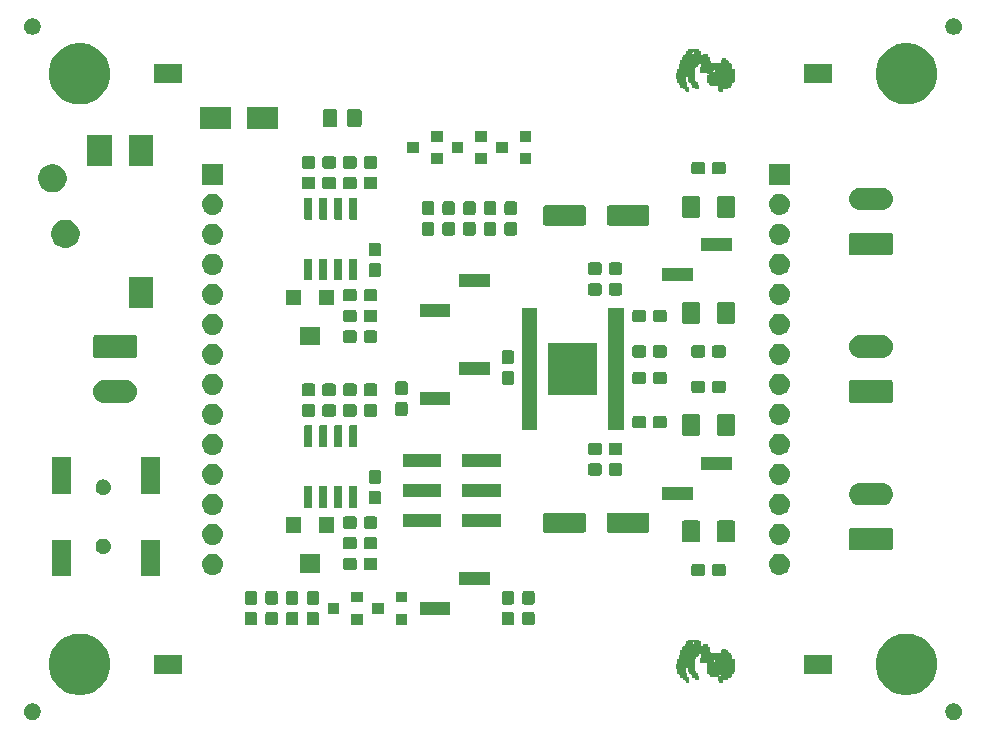
<source format=gts>
G04 #@! TF.GenerationSoftware,KiCad,Pcbnew,(5.1.2-1)-1*
G04 #@! TF.CreationDate,2022-02-16T12:06:33-05:00*
G04 #@! TF.ProjectId,AmpClassD_Daugher,416d7043-6c61-4737-9344-5f4461756768,rev?*
G04 #@! TF.SameCoordinates,Original*
G04 #@! TF.FileFunction,Soldermask,Top*
G04 #@! TF.FilePolarity,Negative*
%FSLAX46Y46*%
G04 Gerber Fmt 4.6, Leading zero omitted, Abs format (unit mm)*
G04 Created by KiCad (PCBNEW (5.1.2-1)-1) date 2022-02-16 12:06:33*
%MOMM*%
%LPD*%
G04 APERTURE LIST*
%ADD10C,0.010000*%
%ADD11C,0.100000*%
G04 APERTURE END LIST*
D10*
G36*
X120603000Y-89936500D02*
G01*
X120603000Y-89555500D01*
X120730000Y-89555500D01*
X120730000Y-89174500D01*
X120857000Y-89174500D01*
X120857000Y-88793500D01*
X120984000Y-88793500D01*
X120984000Y-88539500D01*
X121111000Y-88539500D01*
X121111000Y-88412500D01*
X121238000Y-88412500D01*
X121238000Y-88285500D01*
X121365000Y-88285500D01*
X121365000Y-88031500D01*
X121492000Y-88031500D01*
X121492000Y-87904500D01*
X122381000Y-87904500D01*
X122381000Y-88031500D01*
X122508000Y-88031500D01*
X122508000Y-88539500D01*
X122635000Y-88539500D01*
X122635000Y-88412500D01*
X122762000Y-88412500D01*
X122762000Y-88285500D01*
X123143000Y-88285500D01*
X123143000Y-88539500D01*
X123270000Y-88539500D01*
X123270000Y-88920500D01*
X123397000Y-88920500D01*
X123397000Y-89047500D01*
X124286000Y-89047500D01*
X124286000Y-88793500D01*
X124413000Y-88793500D01*
X124413000Y-88666500D01*
X124667000Y-88666500D01*
X124667000Y-88793500D01*
X124794000Y-88793500D01*
X124794000Y-88920500D01*
X124921000Y-88920500D01*
X124921000Y-89047500D01*
X125048000Y-89047500D01*
X125048000Y-89174500D01*
X125175000Y-89174500D01*
X125175000Y-89555500D01*
X125428975Y-89555500D01*
X125429622Y-90064135D01*
X125430270Y-90572770D01*
X125366051Y-90572052D01*
X125301832Y-90571333D01*
X125302551Y-90635552D01*
X125303270Y-90699770D01*
X125239135Y-90699052D01*
X125175000Y-90698333D01*
X125175000Y-90952500D01*
X125048000Y-90952500D01*
X125048000Y-91079500D01*
X124794000Y-91079500D01*
X124794000Y-91206500D01*
X124413000Y-91206500D01*
X124413000Y-91460500D01*
X124159000Y-91460500D01*
X124159000Y-91333500D01*
X124032000Y-91333500D01*
X124032000Y-90952500D01*
X124286000Y-90952500D01*
X124286000Y-90825500D01*
X124032000Y-90825500D01*
X124032000Y-90952500D01*
X123524000Y-90952500D01*
X123524000Y-89809500D01*
X123778000Y-89809500D01*
X123778000Y-89555500D01*
X123651000Y-89555500D01*
X123651000Y-89682500D01*
X123524000Y-89682500D01*
X123524000Y-89809500D01*
X123524000Y-90952500D01*
X123397000Y-90952500D01*
X123397000Y-90825500D01*
X123270000Y-90825500D01*
X123270000Y-90698500D01*
X123143000Y-90698500D01*
X123143000Y-90063500D01*
X123270000Y-90063500D01*
X123270000Y-89936500D01*
X123143000Y-89936500D01*
X123143000Y-89809500D01*
X122508000Y-89809500D01*
X122508000Y-89428500D01*
X122635000Y-89428500D01*
X122635000Y-89047500D01*
X122381000Y-89047500D01*
X122381000Y-89174500D01*
X122254000Y-89174500D01*
X122254000Y-89301500D01*
X122127000Y-89301500D01*
X122127000Y-89428500D01*
X122000000Y-89428500D01*
X122000000Y-90571500D01*
X122127000Y-90571500D01*
X122127000Y-90698500D01*
X122254000Y-90698500D01*
X122254000Y-90952500D01*
X122381000Y-90952500D01*
X122381000Y-91206500D01*
X122127000Y-91206500D01*
X122127000Y-91079500D01*
X121873000Y-91079500D01*
X121873000Y-90825500D01*
X121746000Y-90825500D01*
X121746000Y-90698500D01*
X121746000Y-88412500D01*
X121873000Y-88412500D01*
X121873000Y-88285500D01*
X122000000Y-88285500D01*
X122000000Y-88031500D01*
X121873000Y-88031500D01*
X121873000Y-88158500D01*
X121746000Y-88158500D01*
X121746000Y-88412500D01*
X121746000Y-90698500D01*
X121619000Y-90698500D01*
X121619000Y-90571500D01*
X121492000Y-90571500D01*
X121492000Y-90190500D01*
X121365000Y-90190500D01*
X121365000Y-89428500D01*
X121238000Y-89428500D01*
X121238000Y-90698500D01*
X121365000Y-90698500D01*
X121365000Y-91079500D01*
X121492000Y-91079500D01*
X121492000Y-91460500D01*
X121365000Y-91460500D01*
X121365000Y-91333500D01*
X121238000Y-91333500D01*
X121238000Y-91206500D01*
X121111000Y-91206500D01*
X121111000Y-91079500D01*
X120857000Y-91079500D01*
X120857000Y-90825500D01*
X120730000Y-90825500D01*
X120730000Y-90698500D01*
X120603000Y-90698500D01*
X120603000Y-90317500D01*
X120476000Y-90317500D01*
X120476000Y-89936500D01*
X120603000Y-89936500D01*
X120603000Y-89936500D01*
G37*
X120603000Y-89936500D02*
X120603000Y-89555500D01*
X120730000Y-89555500D01*
X120730000Y-89174500D01*
X120857000Y-89174500D01*
X120857000Y-88793500D01*
X120984000Y-88793500D01*
X120984000Y-88539500D01*
X121111000Y-88539500D01*
X121111000Y-88412500D01*
X121238000Y-88412500D01*
X121238000Y-88285500D01*
X121365000Y-88285500D01*
X121365000Y-88031500D01*
X121492000Y-88031500D01*
X121492000Y-87904500D01*
X122381000Y-87904500D01*
X122381000Y-88031500D01*
X122508000Y-88031500D01*
X122508000Y-88539500D01*
X122635000Y-88539500D01*
X122635000Y-88412500D01*
X122762000Y-88412500D01*
X122762000Y-88285500D01*
X123143000Y-88285500D01*
X123143000Y-88539500D01*
X123270000Y-88539500D01*
X123270000Y-88920500D01*
X123397000Y-88920500D01*
X123397000Y-89047500D01*
X124286000Y-89047500D01*
X124286000Y-88793500D01*
X124413000Y-88793500D01*
X124413000Y-88666500D01*
X124667000Y-88666500D01*
X124667000Y-88793500D01*
X124794000Y-88793500D01*
X124794000Y-88920500D01*
X124921000Y-88920500D01*
X124921000Y-89047500D01*
X125048000Y-89047500D01*
X125048000Y-89174500D01*
X125175000Y-89174500D01*
X125175000Y-89555500D01*
X125428975Y-89555500D01*
X125429622Y-90064135D01*
X125430270Y-90572770D01*
X125366051Y-90572052D01*
X125301832Y-90571333D01*
X125302551Y-90635552D01*
X125303270Y-90699770D01*
X125239135Y-90699052D01*
X125175000Y-90698333D01*
X125175000Y-90952500D01*
X125048000Y-90952500D01*
X125048000Y-91079500D01*
X124794000Y-91079500D01*
X124794000Y-91206500D01*
X124413000Y-91206500D01*
X124413000Y-91460500D01*
X124159000Y-91460500D01*
X124159000Y-91333500D01*
X124032000Y-91333500D01*
X124032000Y-90952500D01*
X124286000Y-90952500D01*
X124286000Y-90825500D01*
X124032000Y-90825500D01*
X124032000Y-90952500D01*
X123524000Y-90952500D01*
X123524000Y-89809500D01*
X123778000Y-89809500D01*
X123778000Y-89555500D01*
X123651000Y-89555500D01*
X123651000Y-89682500D01*
X123524000Y-89682500D01*
X123524000Y-89809500D01*
X123524000Y-90952500D01*
X123397000Y-90952500D01*
X123397000Y-90825500D01*
X123270000Y-90825500D01*
X123270000Y-90698500D01*
X123143000Y-90698500D01*
X123143000Y-90063500D01*
X123270000Y-90063500D01*
X123270000Y-89936500D01*
X123143000Y-89936500D01*
X123143000Y-89809500D01*
X122508000Y-89809500D01*
X122508000Y-89428500D01*
X122635000Y-89428500D01*
X122635000Y-89047500D01*
X122381000Y-89047500D01*
X122381000Y-89174500D01*
X122254000Y-89174500D01*
X122254000Y-89301500D01*
X122127000Y-89301500D01*
X122127000Y-89428500D01*
X122000000Y-89428500D01*
X122000000Y-90571500D01*
X122127000Y-90571500D01*
X122127000Y-90698500D01*
X122254000Y-90698500D01*
X122254000Y-90952500D01*
X122381000Y-90952500D01*
X122381000Y-91206500D01*
X122127000Y-91206500D01*
X122127000Y-91079500D01*
X121873000Y-91079500D01*
X121873000Y-90825500D01*
X121746000Y-90825500D01*
X121746000Y-90698500D01*
X121746000Y-88412500D01*
X121873000Y-88412500D01*
X121873000Y-88285500D01*
X122000000Y-88285500D01*
X122000000Y-88031500D01*
X121873000Y-88031500D01*
X121873000Y-88158500D01*
X121746000Y-88158500D01*
X121746000Y-88412500D01*
X121746000Y-90698500D01*
X121619000Y-90698500D01*
X121619000Y-90571500D01*
X121492000Y-90571500D01*
X121492000Y-90190500D01*
X121365000Y-90190500D01*
X121365000Y-89428500D01*
X121238000Y-89428500D01*
X121238000Y-90698500D01*
X121365000Y-90698500D01*
X121365000Y-91079500D01*
X121492000Y-91079500D01*
X121492000Y-91460500D01*
X121365000Y-91460500D01*
X121365000Y-91333500D01*
X121238000Y-91333500D01*
X121238000Y-91206500D01*
X121111000Y-91206500D01*
X121111000Y-91079500D01*
X120857000Y-91079500D01*
X120857000Y-90825500D01*
X120730000Y-90825500D01*
X120730000Y-90698500D01*
X120603000Y-90698500D01*
X120603000Y-90317500D01*
X120476000Y-90317500D01*
X120476000Y-89936500D01*
X120603000Y-89936500D01*
G36*
X120603000Y-39936500D02*
G01*
X120603000Y-39555500D01*
X120730000Y-39555500D01*
X120730000Y-39174500D01*
X120857000Y-39174500D01*
X120857000Y-38793500D01*
X120984000Y-38793500D01*
X120984000Y-38539500D01*
X121111000Y-38539500D01*
X121111000Y-38412500D01*
X121238000Y-38412500D01*
X121238000Y-38285500D01*
X121365000Y-38285500D01*
X121365000Y-38031500D01*
X121492000Y-38031500D01*
X121492000Y-37904500D01*
X122381000Y-37904500D01*
X122381000Y-38031500D01*
X122508000Y-38031500D01*
X122508000Y-38539500D01*
X122635000Y-38539500D01*
X122635000Y-38412500D01*
X122762000Y-38412500D01*
X122762000Y-38285500D01*
X123143000Y-38285500D01*
X123143000Y-38539500D01*
X123270000Y-38539500D01*
X123270000Y-38920500D01*
X123397000Y-38920500D01*
X123397000Y-39047500D01*
X124286000Y-39047500D01*
X124286000Y-38793500D01*
X124413000Y-38793500D01*
X124413000Y-38666500D01*
X124667000Y-38666500D01*
X124667000Y-38793500D01*
X124794000Y-38793500D01*
X124794000Y-38920500D01*
X124921000Y-38920500D01*
X124921000Y-39047500D01*
X125048000Y-39047500D01*
X125048000Y-39174500D01*
X125175000Y-39174500D01*
X125175000Y-39555500D01*
X125428975Y-39555500D01*
X125429622Y-40064135D01*
X125430270Y-40572770D01*
X125366051Y-40572052D01*
X125301832Y-40571333D01*
X125302551Y-40635552D01*
X125303270Y-40699770D01*
X125239135Y-40699052D01*
X125175000Y-40698333D01*
X125175000Y-40952500D01*
X125048000Y-40952500D01*
X125048000Y-41079500D01*
X124794000Y-41079500D01*
X124794000Y-41206500D01*
X124413000Y-41206500D01*
X124413000Y-41460500D01*
X124159000Y-41460500D01*
X124159000Y-41333500D01*
X124032000Y-41333500D01*
X124032000Y-40952500D01*
X124286000Y-40952500D01*
X124286000Y-40825500D01*
X124032000Y-40825500D01*
X124032000Y-40952500D01*
X123524000Y-40952500D01*
X123524000Y-39809500D01*
X123778000Y-39809500D01*
X123778000Y-39555500D01*
X123651000Y-39555500D01*
X123651000Y-39682500D01*
X123524000Y-39682500D01*
X123524000Y-39809500D01*
X123524000Y-40952500D01*
X123397000Y-40952500D01*
X123397000Y-40825500D01*
X123270000Y-40825500D01*
X123270000Y-40698500D01*
X123143000Y-40698500D01*
X123143000Y-40063500D01*
X123270000Y-40063500D01*
X123270000Y-39936500D01*
X123143000Y-39936500D01*
X123143000Y-39809500D01*
X122508000Y-39809500D01*
X122508000Y-39428500D01*
X122635000Y-39428500D01*
X122635000Y-39047500D01*
X122381000Y-39047500D01*
X122381000Y-39174500D01*
X122254000Y-39174500D01*
X122254000Y-39301500D01*
X122127000Y-39301500D01*
X122127000Y-39428500D01*
X122000000Y-39428500D01*
X122000000Y-40571500D01*
X122127000Y-40571500D01*
X122127000Y-40698500D01*
X122254000Y-40698500D01*
X122254000Y-40952500D01*
X122381000Y-40952500D01*
X122381000Y-41206500D01*
X122127000Y-41206500D01*
X122127000Y-41079500D01*
X121873000Y-41079500D01*
X121873000Y-40825500D01*
X121746000Y-40825500D01*
X121746000Y-40698500D01*
X121746000Y-38412500D01*
X121873000Y-38412500D01*
X121873000Y-38285500D01*
X122000000Y-38285500D01*
X122000000Y-38031500D01*
X121873000Y-38031500D01*
X121873000Y-38158500D01*
X121746000Y-38158500D01*
X121746000Y-38412500D01*
X121746000Y-40698500D01*
X121619000Y-40698500D01*
X121619000Y-40571500D01*
X121492000Y-40571500D01*
X121492000Y-40190500D01*
X121365000Y-40190500D01*
X121365000Y-39428500D01*
X121238000Y-39428500D01*
X121238000Y-40698500D01*
X121365000Y-40698500D01*
X121365000Y-41079500D01*
X121492000Y-41079500D01*
X121492000Y-41460500D01*
X121365000Y-41460500D01*
X121365000Y-41333500D01*
X121238000Y-41333500D01*
X121238000Y-41206500D01*
X121111000Y-41206500D01*
X121111000Y-41079500D01*
X120857000Y-41079500D01*
X120857000Y-40825500D01*
X120730000Y-40825500D01*
X120730000Y-40698500D01*
X120603000Y-40698500D01*
X120603000Y-40317500D01*
X120476000Y-40317500D01*
X120476000Y-39936500D01*
X120603000Y-39936500D01*
X120603000Y-39936500D01*
G37*
X120603000Y-39936500D02*
X120603000Y-39555500D01*
X120730000Y-39555500D01*
X120730000Y-39174500D01*
X120857000Y-39174500D01*
X120857000Y-38793500D01*
X120984000Y-38793500D01*
X120984000Y-38539500D01*
X121111000Y-38539500D01*
X121111000Y-38412500D01*
X121238000Y-38412500D01*
X121238000Y-38285500D01*
X121365000Y-38285500D01*
X121365000Y-38031500D01*
X121492000Y-38031500D01*
X121492000Y-37904500D01*
X122381000Y-37904500D01*
X122381000Y-38031500D01*
X122508000Y-38031500D01*
X122508000Y-38539500D01*
X122635000Y-38539500D01*
X122635000Y-38412500D01*
X122762000Y-38412500D01*
X122762000Y-38285500D01*
X123143000Y-38285500D01*
X123143000Y-38539500D01*
X123270000Y-38539500D01*
X123270000Y-38920500D01*
X123397000Y-38920500D01*
X123397000Y-39047500D01*
X124286000Y-39047500D01*
X124286000Y-38793500D01*
X124413000Y-38793500D01*
X124413000Y-38666500D01*
X124667000Y-38666500D01*
X124667000Y-38793500D01*
X124794000Y-38793500D01*
X124794000Y-38920500D01*
X124921000Y-38920500D01*
X124921000Y-39047500D01*
X125048000Y-39047500D01*
X125048000Y-39174500D01*
X125175000Y-39174500D01*
X125175000Y-39555500D01*
X125428975Y-39555500D01*
X125429622Y-40064135D01*
X125430270Y-40572770D01*
X125366051Y-40572052D01*
X125301832Y-40571333D01*
X125302551Y-40635552D01*
X125303270Y-40699770D01*
X125239135Y-40699052D01*
X125175000Y-40698333D01*
X125175000Y-40952500D01*
X125048000Y-40952500D01*
X125048000Y-41079500D01*
X124794000Y-41079500D01*
X124794000Y-41206500D01*
X124413000Y-41206500D01*
X124413000Y-41460500D01*
X124159000Y-41460500D01*
X124159000Y-41333500D01*
X124032000Y-41333500D01*
X124032000Y-40952500D01*
X124286000Y-40952500D01*
X124286000Y-40825500D01*
X124032000Y-40825500D01*
X124032000Y-40952500D01*
X123524000Y-40952500D01*
X123524000Y-39809500D01*
X123778000Y-39809500D01*
X123778000Y-39555500D01*
X123651000Y-39555500D01*
X123651000Y-39682500D01*
X123524000Y-39682500D01*
X123524000Y-39809500D01*
X123524000Y-40952500D01*
X123397000Y-40952500D01*
X123397000Y-40825500D01*
X123270000Y-40825500D01*
X123270000Y-40698500D01*
X123143000Y-40698500D01*
X123143000Y-40063500D01*
X123270000Y-40063500D01*
X123270000Y-39936500D01*
X123143000Y-39936500D01*
X123143000Y-39809500D01*
X122508000Y-39809500D01*
X122508000Y-39428500D01*
X122635000Y-39428500D01*
X122635000Y-39047500D01*
X122381000Y-39047500D01*
X122381000Y-39174500D01*
X122254000Y-39174500D01*
X122254000Y-39301500D01*
X122127000Y-39301500D01*
X122127000Y-39428500D01*
X122000000Y-39428500D01*
X122000000Y-40571500D01*
X122127000Y-40571500D01*
X122127000Y-40698500D01*
X122254000Y-40698500D01*
X122254000Y-40952500D01*
X122381000Y-40952500D01*
X122381000Y-41206500D01*
X122127000Y-41206500D01*
X122127000Y-41079500D01*
X121873000Y-41079500D01*
X121873000Y-40825500D01*
X121746000Y-40825500D01*
X121746000Y-40698500D01*
X121746000Y-38412500D01*
X121873000Y-38412500D01*
X121873000Y-38285500D01*
X122000000Y-38285500D01*
X122000000Y-38031500D01*
X121873000Y-38031500D01*
X121873000Y-38158500D01*
X121746000Y-38158500D01*
X121746000Y-38412500D01*
X121746000Y-40698500D01*
X121619000Y-40698500D01*
X121619000Y-40571500D01*
X121492000Y-40571500D01*
X121492000Y-40190500D01*
X121365000Y-40190500D01*
X121365000Y-39428500D01*
X121238000Y-39428500D01*
X121238000Y-40698500D01*
X121365000Y-40698500D01*
X121365000Y-41079500D01*
X121492000Y-41079500D01*
X121492000Y-41460500D01*
X121365000Y-41460500D01*
X121365000Y-41333500D01*
X121238000Y-41333500D01*
X121238000Y-41206500D01*
X121111000Y-41206500D01*
X121111000Y-41079500D01*
X120857000Y-41079500D01*
X120857000Y-40825500D01*
X120730000Y-40825500D01*
X120730000Y-40698500D01*
X120603000Y-40698500D01*
X120603000Y-40317500D01*
X120476000Y-40317500D01*
X120476000Y-39936500D01*
X120603000Y-39936500D01*
D11*
G36*
X144204473Y-93325938D02*
G01*
X144332049Y-93378782D01*
X144446859Y-93455495D01*
X144544505Y-93553141D01*
X144621218Y-93667951D01*
X144674062Y-93795527D01*
X144701000Y-93930956D01*
X144701000Y-94069044D01*
X144674062Y-94204473D01*
X144621218Y-94332049D01*
X144544505Y-94446859D01*
X144446859Y-94544505D01*
X144332049Y-94621218D01*
X144204473Y-94674062D01*
X144069044Y-94701000D01*
X143930956Y-94701000D01*
X143795527Y-94674062D01*
X143667951Y-94621218D01*
X143553141Y-94544505D01*
X143455495Y-94446859D01*
X143378782Y-94332049D01*
X143325938Y-94204473D01*
X143299000Y-94069044D01*
X143299000Y-93930956D01*
X143325938Y-93795527D01*
X143378782Y-93667951D01*
X143455495Y-93553141D01*
X143553141Y-93455495D01*
X143667951Y-93378782D01*
X143795527Y-93325938D01*
X143930956Y-93299000D01*
X144069044Y-93299000D01*
X144204473Y-93325938D01*
X144204473Y-93325938D01*
G37*
G36*
X66204473Y-93325938D02*
G01*
X66332049Y-93378782D01*
X66446859Y-93455495D01*
X66544505Y-93553141D01*
X66621218Y-93667951D01*
X66674062Y-93795527D01*
X66701000Y-93930956D01*
X66701000Y-94069044D01*
X66674062Y-94204473D01*
X66621218Y-94332049D01*
X66544505Y-94446859D01*
X66446859Y-94544505D01*
X66332049Y-94621218D01*
X66204473Y-94674062D01*
X66069044Y-94701000D01*
X65930956Y-94701000D01*
X65795527Y-94674062D01*
X65667951Y-94621218D01*
X65553141Y-94544505D01*
X65455495Y-94446859D01*
X65378782Y-94332049D01*
X65325938Y-94204473D01*
X65299000Y-94069044D01*
X65299000Y-93930956D01*
X65325938Y-93795527D01*
X65378782Y-93667951D01*
X65455495Y-93553141D01*
X65553141Y-93455495D01*
X65667951Y-93378782D01*
X65795527Y-93325938D01*
X65930956Y-93299000D01*
X66069044Y-93299000D01*
X66204473Y-93325938D01*
X66204473Y-93325938D01*
G37*
G36*
X140591318Y-87465052D02*
G01*
X140758859Y-87498378D01*
X141232320Y-87694492D01*
X141658423Y-87979205D01*
X142020795Y-88341577D01*
X142305508Y-88767680D01*
X142501622Y-89241141D01*
X142601600Y-89743765D01*
X142601600Y-90256235D01*
X142501622Y-90758859D01*
X142305508Y-91232320D01*
X142020795Y-91658423D01*
X141658423Y-92020795D01*
X141232320Y-92305508D01*
X140758859Y-92501622D01*
X140591318Y-92534948D01*
X140256237Y-92601600D01*
X139743763Y-92601600D01*
X139408682Y-92534948D01*
X139241141Y-92501622D01*
X138767680Y-92305508D01*
X138341577Y-92020795D01*
X137979205Y-91658423D01*
X137694492Y-91232320D01*
X137498378Y-90758859D01*
X137398400Y-90256235D01*
X137398400Y-89743765D01*
X137498378Y-89241141D01*
X137694492Y-88767680D01*
X137979205Y-88341577D01*
X138341577Y-87979205D01*
X138767680Y-87694492D01*
X139241141Y-87498378D01*
X139408682Y-87465052D01*
X139743763Y-87398400D01*
X140256237Y-87398400D01*
X140591318Y-87465052D01*
X140591318Y-87465052D01*
G37*
G36*
X70591318Y-87465052D02*
G01*
X70758859Y-87498378D01*
X71232320Y-87694492D01*
X71658423Y-87979205D01*
X72020795Y-88341577D01*
X72305508Y-88767680D01*
X72501622Y-89241141D01*
X72601600Y-89743765D01*
X72601600Y-90256235D01*
X72501622Y-90758859D01*
X72305508Y-91232320D01*
X72020795Y-91658423D01*
X71658423Y-92020795D01*
X71232320Y-92305508D01*
X70758859Y-92501622D01*
X70591318Y-92534948D01*
X70256237Y-92601600D01*
X69743763Y-92601600D01*
X69408682Y-92534948D01*
X69241141Y-92501622D01*
X68767680Y-92305508D01*
X68341577Y-92020795D01*
X67979205Y-91658423D01*
X67694492Y-91232320D01*
X67498378Y-90758859D01*
X67398400Y-90256235D01*
X67398400Y-89743765D01*
X67498378Y-89241141D01*
X67694492Y-88767680D01*
X67979205Y-88341577D01*
X68341577Y-87979205D01*
X68767680Y-87694492D01*
X69241141Y-87498378D01*
X69408682Y-87465052D01*
X69743763Y-87398400D01*
X70256237Y-87398400D01*
X70591318Y-87465052D01*
X70591318Y-87465052D01*
G37*
G36*
X78701000Y-90801000D02*
G01*
X76299000Y-90801000D01*
X76299000Y-89199000D01*
X78701000Y-89199000D01*
X78701000Y-90801000D01*
X78701000Y-90801000D01*
G37*
G36*
X133701000Y-90801000D02*
G01*
X131299000Y-90801000D01*
X131299000Y-89199000D01*
X133701000Y-89199000D01*
X133701000Y-90801000D01*
X133701000Y-90801000D01*
G37*
G36*
X88364499Y-85553445D02*
G01*
X88401995Y-85564820D01*
X88436554Y-85583292D01*
X88466847Y-85608153D01*
X88491708Y-85638446D01*
X88510180Y-85673005D01*
X88521555Y-85710501D01*
X88526000Y-85755638D01*
X88526000Y-86494362D01*
X88521555Y-86539499D01*
X88510180Y-86576995D01*
X88491708Y-86611554D01*
X88466847Y-86641847D01*
X88436554Y-86666708D01*
X88401995Y-86685180D01*
X88364499Y-86696555D01*
X88319362Y-86701000D01*
X87680638Y-86701000D01*
X87635501Y-86696555D01*
X87598005Y-86685180D01*
X87563446Y-86666708D01*
X87533153Y-86641847D01*
X87508292Y-86611554D01*
X87489820Y-86576995D01*
X87478445Y-86539499D01*
X87474000Y-86494362D01*
X87474000Y-85755638D01*
X87478445Y-85710501D01*
X87489820Y-85673005D01*
X87508292Y-85638446D01*
X87533153Y-85608153D01*
X87563446Y-85583292D01*
X87598005Y-85564820D01*
X87635501Y-85553445D01*
X87680638Y-85549000D01*
X88319362Y-85549000D01*
X88364499Y-85553445D01*
X88364499Y-85553445D01*
G37*
G36*
X86614499Y-85553445D02*
G01*
X86651995Y-85564820D01*
X86686554Y-85583292D01*
X86716847Y-85608153D01*
X86741708Y-85638446D01*
X86760180Y-85673005D01*
X86771555Y-85710501D01*
X86776000Y-85755638D01*
X86776000Y-86494362D01*
X86771555Y-86539499D01*
X86760180Y-86576995D01*
X86741708Y-86611554D01*
X86716847Y-86641847D01*
X86686554Y-86666708D01*
X86651995Y-86685180D01*
X86614499Y-86696555D01*
X86569362Y-86701000D01*
X85930638Y-86701000D01*
X85885501Y-86696555D01*
X85848005Y-86685180D01*
X85813446Y-86666708D01*
X85783153Y-86641847D01*
X85758292Y-86611554D01*
X85739820Y-86576995D01*
X85728445Y-86539499D01*
X85724000Y-86494362D01*
X85724000Y-85755638D01*
X85728445Y-85710501D01*
X85739820Y-85673005D01*
X85758292Y-85638446D01*
X85783153Y-85608153D01*
X85813446Y-85583292D01*
X85848005Y-85564820D01*
X85885501Y-85553445D01*
X85930638Y-85549000D01*
X86569362Y-85549000D01*
X86614499Y-85553445D01*
X86614499Y-85553445D01*
G37*
G36*
X108364499Y-85553445D02*
G01*
X108401995Y-85564820D01*
X108436554Y-85583292D01*
X108466847Y-85608153D01*
X108491708Y-85638446D01*
X108510180Y-85673005D01*
X108521555Y-85710501D01*
X108526000Y-85755638D01*
X108526000Y-86494362D01*
X108521555Y-86539499D01*
X108510180Y-86576995D01*
X108491708Y-86611554D01*
X108466847Y-86641847D01*
X108436554Y-86666708D01*
X108401995Y-86685180D01*
X108364499Y-86696555D01*
X108319362Y-86701000D01*
X107680638Y-86701000D01*
X107635501Y-86696555D01*
X107598005Y-86685180D01*
X107563446Y-86666708D01*
X107533153Y-86641847D01*
X107508292Y-86611554D01*
X107489820Y-86576995D01*
X107478445Y-86539499D01*
X107474000Y-86494362D01*
X107474000Y-85755638D01*
X107478445Y-85710501D01*
X107489820Y-85673005D01*
X107508292Y-85638446D01*
X107533153Y-85608153D01*
X107563446Y-85583292D01*
X107598005Y-85564820D01*
X107635501Y-85553445D01*
X107680638Y-85549000D01*
X108319362Y-85549000D01*
X108364499Y-85553445D01*
X108364499Y-85553445D01*
G37*
G36*
X84864499Y-85553445D02*
G01*
X84901995Y-85564820D01*
X84936554Y-85583292D01*
X84966847Y-85608153D01*
X84991708Y-85638446D01*
X85010180Y-85673005D01*
X85021555Y-85710501D01*
X85026000Y-85755638D01*
X85026000Y-86494362D01*
X85021555Y-86539499D01*
X85010180Y-86576995D01*
X84991708Y-86611554D01*
X84966847Y-86641847D01*
X84936554Y-86666708D01*
X84901995Y-86685180D01*
X84864499Y-86696555D01*
X84819362Y-86701000D01*
X84180638Y-86701000D01*
X84135501Y-86696555D01*
X84098005Y-86685180D01*
X84063446Y-86666708D01*
X84033153Y-86641847D01*
X84008292Y-86611554D01*
X83989820Y-86576995D01*
X83978445Y-86539499D01*
X83974000Y-86494362D01*
X83974000Y-85755638D01*
X83978445Y-85710501D01*
X83989820Y-85673005D01*
X84008292Y-85638446D01*
X84033153Y-85608153D01*
X84063446Y-85583292D01*
X84098005Y-85564820D01*
X84135501Y-85553445D01*
X84180638Y-85549000D01*
X84819362Y-85549000D01*
X84864499Y-85553445D01*
X84864499Y-85553445D01*
G37*
G36*
X90114499Y-85553445D02*
G01*
X90151995Y-85564820D01*
X90186554Y-85583292D01*
X90216847Y-85608153D01*
X90241708Y-85638446D01*
X90260180Y-85673005D01*
X90271555Y-85710501D01*
X90276000Y-85755638D01*
X90276000Y-86494362D01*
X90271555Y-86539499D01*
X90260180Y-86576995D01*
X90241708Y-86611554D01*
X90216847Y-86641847D01*
X90186554Y-86666708D01*
X90151995Y-86685180D01*
X90114499Y-86696555D01*
X90069362Y-86701000D01*
X89430638Y-86701000D01*
X89385501Y-86696555D01*
X89348005Y-86685180D01*
X89313446Y-86666708D01*
X89283153Y-86641847D01*
X89258292Y-86611554D01*
X89239820Y-86576995D01*
X89228445Y-86539499D01*
X89224000Y-86494362D01*
X89224000Y-85755638D01*
X89228445Y-85710501D01*
X89239820Y-85673005D01*
X89258292Y-85638446D01*
X89283153Y-85608153D01*
X89313446Y-85583292D01*
X89348005Y-85564820D01*
X89385501Y-85553445D01*
X89430638Y-85549000D01*
X90069362Y-85549000D01*
X90114499Y-85553445D01*
X90114499Y-85553445D01*
G37*
G36*
X106614499Y-85553445D02*
G01*
X106651995Y-85564820D01*
X106686554Y-85583292D01*
X106716847Y-85608153D01*
X106741708Y-85638446D01*
X106760180Y-85673005D01*
X106771555Y-85710501D01*
X106776000Y-85755638D01*
X106776000Y-86494362D01*
X106771555Y-86539499D01*
X106760180Y-86576995D01*
X106741708Y-86611554D01*
X106716847Y-86641847D01*
X106686554Y-86666708D01*
X106651995Y-86685180D01*
X106614499Y-86696555D01*
X106569362Y-86701000D01*
X105930638Y-86701000D01*
X105885501Y-86696555D01*
X105848005Y-86685180D01*
X105813446Y-86666708D01*
X105783153Y-86641847D01*
X105758292Y-86611554D01*
X105739820Y-86576995D01*
X105728445Y-86539499D01*
X105724000Y-86494362D01*
X105724000Y-85755638D01*
X105728445Y-85710501D01*
X105739820Y-85673005D01*
X105758292Y-85638446D01*
X105783153Y-85608153D01*
X105813446Y-85583292D01*
X105848005Y-85564820D01*
X105885501Y-85553445D01*
X105930638Y-85549000D01*
X106569362Y-85549000D01*
X106614499Y-85553445D01*
X106614499Y-85553445D01*
G37*
G36*
X97751000Y-86651000D02*
G01*
X96749000Y-86651000D01*
X96749000Y-85749000D01*
X97751000Y-85749000D01*
X97751000Y-86651000D01*
X97751000Y-86651000D01*
G37*
G36*
X94001000Y-86651000D02*
G01*
X92999000Y-86651000D01*
X92999000Y-85749000D01*
X94001000Y-85749000D01*
X94001000Y-86651000D01*
X94001000Y-86651000D01*
G37*
G36*
X101401000Y-85821000D02*
G01*
X98789000Y-85821000D01*
X98789000Y-84719000D01*
X101401000Y-84719000D01*
X101401000Y-85821000D01*
X101401000Y-85821000D01*
G37*
G36*
X95751000Y-85701000D02*
G01*
X94749000Y-85701000D01*
X94749000Y-84799000D01*
X95751000Y-84799000D01*
X95751000Y-85701000D01*
X95751000Y-85701000D01*
G37*
G36*
X92001000Y-85701000D02*
G01*
X90999000Y-85701000D01*
X90999000Y-84799000D01*
X92001000Y-84799000D01*
X92001000Y-85701000D01*
X92001000Y-85701000D01*
G37*
G36*
X84864499Y-83803445D02*
G01*
X84901995Y-83814820D01*
X84936554Y-83833292D01*
X84966847Y-83858153D01*
X84991708Y-83888446D01*
X85010180Y-83923005D01*
X85021555Y-83960501D01*
X85026000Y-84005638D01*
X85026000Y-84744362D01*
X85021555Y-84789499D01*
X85010180Y-84826995D01*
X84991708Y-84861554D01*
X84966847Y-84891847D01*
X84936554Y-84916708D01*
X84901995Y-84935180D01*
X84864499Y-84946555D01*
X84819362Y-84951000D01*
X84180638Y-84951000D01*
X84135501Y-84946555D01*
X84098005Y-84935180D01*
X84063446Y-84916708D01*
X84033153Y-84891847D01*
X84008292Y-84861554D01*
X83989820Y-84826995D01*
X83978445Y-84789499D01*
X83974000Y-84744362D01*
X83974000Y-84005638D01*
X83978445Y-83960501D01*
X83989820Y-83923005D01*
X84008292Y-83888446D01*
X84033153Y-83858153D01*
X84063446Y-83833292D01*
X84098005Y-83814820D01*
X84135501Y-83803445D01*
X84180638Y-83799000D01*
X84819362Y-83799000D01*
X84864499Y-83803445D01*
X84864499Y-83803445D01*
G37*
G36*
X108364499Y-83803445D02*
G01*
X108401995Y-83814820D01*
X108436554Y-83833292D01*
X108466847Y-83858153D01*
X108491708Y-83888446D01*
X108510180Y-83923005D01*
X108521555Y-83960501D01*
X108526000Y-84005638D01*
X108526000Y-84744362D01*
X108521555Y-84789499D01*
X108510180Y-84826995D01*
X108491708Y-84861554D01*
X108466847Y-84891847D01*
X108436554Y-84916708D01*
X108401995Y-84935180D01*
X108364499Y-84946555D01*
X108319362Y-84951000D01*
X107680638Y-84951000D01*
X107635501Y-84946555D01*
X107598005Y-84935180D01*
X107563446Y-84916708D01*
X107533153Y-84891847D01*
X107508292Y-84861554D01*
X107489820Y-84826995D01*
X107478445Y-84789499D01*
X107474000Y-84744362D01*
X107474000Y-84005638D01*
X107478445Y-83960501D01*
X107489820Y-83923005D01*
X107508292Y-83888446D01*
X107533153Y-83858153D01*
X107563446Y-83833292D01*
X107598005Y-83814820D01*
X107635501Y-83803445D01*
X107680638Y-83799000D01*
X108319362Y-83799000D01*
X108364499Y-83803445D01*
X108364499Y-83803445D01*
G37*
G36*
X106614499Y-83803445D02*
G01*
X106651995Y-83814820D01*
X106686554Y-83833292D01*
X106716847Y-83858153D01*
X106741708Y-83888446D01*
X106760180Y-83923005D01*
X106771555Y-83960501D01*
X106776000Y-84005638D01*
X106776000Y-84744362D01*
X106771555Y-84789499D01*
X106760180Y-84826995D01*
X106741708Y-84861554D01*
X106716847Y-84891847D01*
X106686554Y-84916708D01*
X106651995Y-84935180D01*
X106614499Y-84946555D01*
X106569362Y-84951000D01*
X105930638Y-84951000D01*
X105885501Y-84946555D01*
X105848005Y-84935180D01*
X105813446Y-84916708D01*
X105783153Y-84891847D01*
X105758292Y-84861554D01*
X105739820Y-84826995D01*
X105728445Y-84789499D01*
X105724000Y-84744362D01*
X105724000Y-84005638D01*
X105728445Y-83960501D01*
X105739820Y-83923005D01*
X105758292Y-83888446D01*
X105783153Y-83858153D01*
X105813446Y-83833292D01*
X105848005Y-83814820D01*
X105885501Y-83803445D01*
X105930638Y-83799000D01*
X106569362Y-83799000D01*
X106614499Y-83803445D01*
X106614499Y-83803445D01*
G37*
G36*
X90114499Y-83803445D02*
G01*
X90151995Y-83814820D01*
X90186554Y-83833292D01*
X90216847Y-83858153D01*
X90241708Y-83888446D01*
X90260180Y-83923005D01*
X90271555Y-83960501D01*
X90276000Y-84005638D01*
X90276000Y-84744362D01*
X90271555Y-84789499D01*
X90260180Y-84826995D01*
X90241708Y-84861554D01*
X90216847Y-84891847D01*
X90186554Y-84916708D01*
X90151995Y-84935180D01*
X90114499Y-84946555D01*
X90069362Y-84951000D01*
X89430638Y-84951000D01*
X89385501Y-84946555D01*
X89348005Y-84935180D01*
X89313446Y-84916708D01*
X89283153Y-84891847D01*
X89258292Y-84861554D01*
X89239820Y-84826995D01*
X89228445Y-84789499D01*
X89224000Y-84744362D01*
X89224000Y-84005638D01*
X89228445Y-83960501D01*
X89239820Y-83923005D01*
X89258292Y-83888446D01*
X89283153Y-83858153D01*
X89313446Y-83833292D01*
X89348005Y-83814820D01*
X89385501Y-83803445D01*
X89430638Y-83799000D01*
X90069362Y-83799000D01*
X90114499Y-83803445D01*
X90114499Y-83803445D01*
G37*
G36*
X88364499Y-83803445D02*
G01*
X88401995Y-83814820D01*
X88436554Y-83833292D01*
X88466847Y-83858153D01*
X88491708Y-83888446D01*
X88510180Y-83923005D01*
X88521555Y-83960501D01*
X88526000Y-84005638D01*
X88526000Y-84744362D01*
X88521555Y-84789499D01*
X88510180Y-84826995D01*
X88491708Y-84861554D01*
X88466847Y-84891847D01*
X88436554Y-84916708D01*
X88401995Y-84935180D01*
X88364499Y-84946555D01*
X88319362Y-84951000D01*
X87680638Y-84951000D01*
X87635501Y-84946555D01*
X87598005Y-84935180D01*
X87563446Y-84916708D01*
X87533153Y-84891847D01*
X87508292Y-84861554D01*
X87489820Y-84826995D01*
X87478445Y-84789499D01*
X87474000Y-84744362D01*
X87474000Y-84005638D01*
X87478445Y-83960501D01*
X87489820Y-83923005D01*
X87508292Y-83888446D01*
X87533153Y-83858153D01*
X87563446Y-83833292D01*
X87598005Y-83814820D01*
X87635501Y-83803445D01*
X87680638Y-83799000D01*
X88319362Y-83799000D01*
X88364499Y-83803445D01*
X88364499Y-83803445D01*
G37*
G36*
X86614499Y-83803445D02*
G01*
X86651995Y-83814820D01*
X86686554Y-83833292D01*
X86716847Y-83858153D01*
X86741708Y-83888446D01*
X86760180Y-83923005D01*
X86771555Y-83960501D01*
X86776000Y-84005638D01*
X86776000Y-84744362D01*
X86771555Y-84789499D01*
X86760180Y-84826995D01*
X86741708Y-84861554D01*
X86716847Y-84891847D01*
X86686554Y-84916708D01*
X86651995Y-84935180D01*
X86614499Y-84946555D01*
X86569362Y-84951000D01*
X85930638Y-84951000D01*
X85885501Y-84946555D01*
X85848005Y-84935180D01*
X85813446Y-84916708D01*
X85783153Y-84891847D01*
X85758292Y-84861554D01*
X85739820Y-84826995D01*
X85728445Y-84789499D01*
X85724000Y-84744362D01*
X85724000Y-84005638D01*
X85728445Y-83960501D01*
X85739820Y-83923005D01*
X85758292Y-83888446D01*
X85783153Y-83858153D01*
X85813446Y-83833292D01*
X85848005Y-83814820D01*
X85885501Y-83803445D01*
X85930638Y-83799000D01*
X86569362Y-83799000D01*
X86614499Y-83803445D01*
X86614499Y-83803445D01*
G37*
G36*
X97751000Y-84751000D02*
G01*
X96749000Y-84751000D01*
X96749000Y-83849000D01*
X97751000Y-83849000D01*
X97751000Y-84751000D01*
X97751000Y-84751000D01*
G37*
G36*
X94001000Y-84751000D02*
G01*
X92999000Y-84751000D01*
X92999000Y-83849000D01*
X94001000Y-83849000D01*
X94001000Y-84751000D01*
X94001000Y-84751000D01*
G37*
G36*
X104711000Y-83281000D02*
G01*
X102099000Y-83281000D01*
X102099000Y-82179000D01*
X104711000Y-82179000D01*
X104711000Y-83281000D01*
X104711000Y-83281000D01*
G37*
G36*
X76801000Y-82551000D02*
G01*
X75199000Y-82551000D01*
X75199000Y-79449000D01*
X76801000Y-79449000D01*
X76801000Y-82551000D01*
X76801000Y-82551000D01*
G37*
G36*
X69301000Y-82551000D02*
G01*
X67699000Y-82551000D01*
X67699000Y-79449000D01*
X69301000Y-79449000D01*
X69301000Y-82551000D01*
X69301000Y-82551000D01*
G37*
G36*
X124539499Y-81478445D02*
G01*
X124576995Y-81489820D01*
X124611554Y-81508292D01*
X124641847Y-81533153D01*
X124666708Y-81563446D01*
X124685180Y-81598005D01*
X124696555Y-81635501D01*
X124701000Y-81680638D01*
X124701000Y-82319362D01*
X124696555Y-82364499D01*
X124685180Y-82401995D01*
X124666708Y-82436554D01*
X124641847Y-82466847D01*
X124611554Y-82491708D01*
X124576995Y-82510180D01*
X124539499Y-82521555D01*
X124494362Y-82526000D01*
X123755638Y-82526000D01*
X123710501Y-82521555D01*
X123673005Y-82510180D01*
X123638446Y-82491708D01*
X123608153Y-82466847D01*
X123583292Y-82436554D01*
X123564820Y-82401995D01*
X123553445Y-82364499D01*
X123549000Y-82319362D01*
X123549000Y-81680638D01*
X123553445Y-81635501D01*
X123564820Y-81598005D01*
X123583292Y-81563446D01*
X123608153Y-81533153D01*
X123638446Y-81508292D01*
X123673005Y-81489820D01*
X123710501Y-81478445D01*
X123755638Y-81474000D01*
X124494362Y-81474000D01*
X124539499Y-81478445D01*
X124539499Y-81478445D01*
G37*
G36*
X122789499Y-81478445D02*
G01*
X122826995Y-81489820D01*
X122861554Y-81508292D01*
X122891847Y-81533153D01*
X122916708Y-81563446D01*
X122935180Y-81598005D01*
X122946555Y-81635501D01*
X122951000Y-81680638D01*
X122951000Y-82319362D01*
X122946555Y-82364499D01*
X122935180Y-82401995D01*
X122916708Y-82436554D01*
X122891847Y-82466847D01*
X122861554Y-82491708D01*
X122826995Y-82510180D01*
X122789499Y-82521555D01*
X122744362Y-82526000D01*
X122005638Y-82526000D01*
X121960501Y-82521555D01*
X121923005Y-82510180D01*
X121888446Y-82491708D01*
X121858153Y-82466847D01*
X121833292Y-82436554D01*
X121814820Y-82401995D01*
X121803445Y-82364499D01*
X121799000Y-82319362D01*
X121799000Y-81680638D01*
X121803445Y-81635501D01*
X121814820Y-81598005D01*
X121833292Y-81563446D01*
X121858153Y-81533153D01*
X121888446Y-81508292D01*
X121923005Y-81489820D01*
X121960501Y-81478445D01*
X122005638Y-81474000D01*
X122744362Y-81474000D01*
X122789499Y-81478445D01*
X122789499Y-81478445D01*
G37*
G36*
X129360442Y-80625518D02*
G01*
X129426627Y-80632037D01*
X129596466Y-80683557D01*
X129752991Y-80767222D01*
X129788729Y-80796552D01*
X129890186Y-80879814D01*
X129967481Y-80974000D01*
X130002778Y-81017009D01*
X130086443Y-81173534D01*
X130137963Y-81343373D01*
X130155359Y-81520000D01*
X130137963Y-81696627D01*
X130086443Y-81866466D01*
X130002778Y-82022991D01*
X129973448Y-82058729D01*
X129890186Y-82160186D01*
X129788729Y-82243448D01*
X129752991Y-82272778D01*
X129596466Y-82356443D01*
X129426627Y-82407963D01*
X129360443Y-82414481D01*
X129294260Y-82421000D01*
X129205740Y-82421000D01*
X129139557Y-82414481D01*
X129073373Y-82407963D01*
X128903534Y-82356443D01*
X128747009Y-82272778D01*
X128711271Y-82243448D01*
X128609814Y-82160186D01*
X128526552Y-82058729D01*
X128497222Y-82022991D01*
X128413557Y-81866466D01*
X128362037Y-81696627D01*
X128344641Y-81520000D01*
X128362037Y-81343373D01*
X128413557Y-81173534D01*
X128497222Y-81017009D01*
X128532519Y-80974000D01*
X128609814Y-80879814D01*
X128711271Y-80796552D01*
X128747009Y-80767222D01*
X128903534Y-80683557D01*
X129073373Y-80632037D01*
X129139558Y-80625518D01*
X129205740Y-80619000D01*
X129294260Y-80619000D01*
X129360442Y-80625518D01*
X129360442Y-80625518D01*
G37*
G36*
X81360442Y-80625518D02*
G01*
X81426627Y-80632037D01*
X81596466Y-80683557D01*
X81752991Y-80767222D01*
X81788729Y-80796552D01*
X81890186Y-80879814D01*
X81967481Y-80974000D01*
X82002778Y-81017009D01*
X82086443Y-81173534D01*
X82137963Y-81343373D01*
X82155359Y-81520000D01*
X82137963Y-81696627D01*
X82086443Y-81866466D01*
X82002778Y-82022991D01*
X81973448Y-82058729D01*
X81890186Y-82160186D01*
X81788729Y-82243448D01*
X81752991Y-82272778D01*
X81596466Y-82356443D01*
X81426627Y-82407963D01*
X81360443Y-82414481D01*
X81294260Y-82421000D01*
X81205740Y-82421000D01*
X81139557Y-82414481D01*
X81073373Y-82407963D01*
X80903534Y-82356443D01*
X80747009Y-82272778D01*
X80711271Y-82243448D01*
X80609814Y-82160186D01*
X80526552Y-82058729D01*
X80497222Y-82022991D01*
X80413557Y-81866466D01*
X80362037Y-81696627D01*
X80344641Y-81520000D01*
X80362037Y-81343373D01*
X80413557Y-81173534D01*
X80497222Y-81017009D01*
X80532519Y-80974000D01*
X80609814Y-80879814D01*
X80711271Y-80796552D01*
X80747009Y-80767222D01*
X80903534Y-80683557D01*
X81073373Y-80632037D01*
X81139558Y-80625518D01*
X81205740Y-80619000D01*
X81294260Y-80619000D01*
X81360442Y-80625518D01*
X81360442Y-80625518D01*
G37*
G36*
X90351000Y-82251000D02*
G01*
X88649000Y-82251000D01*
X88649000Y-80649000D01*
X90351000Y-80649000D01*
X90351000Y-82251000D01*
X90351000Y-82251000D01*
G37*
G36*
X93289499Y-80978445D02*
G01*
X93326995Y-80989820D01*
X93361554Y-81008292D01*
X93391847Y-81033153D01*
X93416708Y-81063446D01*
X93435180Y-81098005D01*
X93446555Y-81135501D01*
X93451000Y-81180638D01*
X93451000Y-81819362D01*
X93446555Y-81864499D01*
X93435180Y-81901995D01*
X93416708Y-81936554D01*
X93391847Y-81966847D01*
X93361554Y-81991708D01*
X93326995Y-82010180D01*
X93289499Y-82021555D01*
X93244362Y-82026000D01*
X92505638Y-82026000D01*
X92460501Y-82021555D01*
X92423005Y-82010180D01*
X92388446Y-81991708D01*
X92358153Y-81966847D01*
X92333292Y-81936554D01*
X92314820Y-81901995D01*
X92303445Y-81864499D01*
X92299000Y-81819362D01*
X92299000Y-81180638D01*
X92303445Y-81135501D01*
X92314820Y-81098005D01*
X92333292Y-81063446D01*
X92358153Y-81033153D01*
X92388446Y-81008292D01*
X92423005Y-80989820D01*
X92460501Y-80978445D01*
X92505638Y-80974000D01*
X93244362Y-80974000D01*
X93289499Y-80978445D01*
X93289499Y-80978445D01*
G37*
G36*
X95039499Y-80978445D02*
G01*
X95076995Y-80989820D01*
X95111554Y-81008292D01*
X95141847Y-81033153D01*
X95166708Y-81063446D01*
X95185180Y-81098005D01*
X95196555Y-81135501D01*
X95201000Y-81180638D01*
X95201000Y-81819362D01*
X95196555Y-81864499D01*
X95185180Y-81901995D01*
X95166708Y-81936554D01*
X95141847Y-81966847D01*
X95111554Y-81991708D01*
X95076995Y-82010180D01*
X95039499Y-82021555D01*
X94994362Y-82026000D01*
X94255638Y-82026000D01*
X94210501Y-82021555D01*
X94173005Y-82010180D01*
X94138446Y-81991708D01*
X94108153Y-81966847D01*
X94083292Y-81936554D01*
X94064820Y-81901995D01*
X94053445Y-81864499D01*
X94049000Y-81819362D01*
X94049000Y-81180638D01*
X94053445Y-81135501D01*
X94064820Y-81098005D01*
X94083292Y-81063446D01*
X94108153Y-81033153D01*
X94138446Y-81008292D01*
X94173005Y-80989820D01*
X94210501Y-80978445D01*
X94255638Y-80974000D01*
X94994362Y-80974000D01*
X95039499Y-80978445D01*
X95039499Y-80978445D01*
G37*
G36*
X72189890Y-79374017D02*
G01*
X72308364Y-79423091D01*
X72414988Y-79494335D01*
X72505665Y-79585012D01*
X72576909Y-79691636D01*
X72625983Y-79810110D01*
X72651000Y-79935882D01*
X72651000Y-80064118D01*
X72625983Y-80189890D01*
X72576909Y-80308364D01*
X72505665Y-80414988D01*
X72414988Y-80505665D01*
X72308364Y-80576909D01*
X72308363Y-80576910D01*
X72308362Y-80576910D01*
X72189890Y-80625983D01*
X72064119Y-80651000D01*
X71935881Y-80651000D01*
X71810110Y-80625983D01*
X71691638Y-80576910D01*
X71691637Y-80576910D01*
X71691636Y-80576909D01*
X71585012Y-80505665D01*
X71494335Y-80414988D01*
X71423091Y-80308364D01*
X71374017Y-80189890D01*
X71349000Y-80064118D01*
X71349000Y-79935882D01*
X71374017Y-79810110D01*
X71423091Y-79691636D01*
X71494335Y-79585012D01*
X71585012Y-79494335D01*
X71691636Y-79423091D01*
X71810110Y-79374017D01*
X71935881Y-79349000D01*
X72064119Y-79349000D01*
X72189890Y-79374017D01*
X72189890Y-79374017D01*
G37*
G36*
X138710915Y-78457934D02*
G01*
X138743424Y-78467795D01*
X138773382Y-78483809D01*
X138799641Y-78505359D01*
X138821191Y-78531618D01*
X138837205Y-78561576D01*
X138847066Y-78594085D01*
X138851000Y-78634029D01*
X138851000Y-80175971D01*
X138847066Y-80215915D01*
X138837205Y-80248424D01*
X138821191Y-80278382D01*
X138799641Y-80304641D01*
X138773382Y-80326191D01*
X138743424Y-80342205D01*
X138710915Y-80352066D01*
X138670971Y-80356000D01*
X135329029Y-80356000D01*
X135289085Y-80352066D01*
X135256576Y-80342205D01*
X135226618Y-80326191D01*
X135200359Y-80304641D01*
X135178809Y-80278382D01*
X135162795Y-80248424D01*
X135152934Y-80215915D01*
X135149000Y-80175971D01*
X135149000Y-78634029D01*
X135152934Y-78594085D01*
X135162795Y-78561576D01*
X135178809Y-78531618D01*
X135200359Y-78505359D01*
X135226618Y-78483809D01*
X135256576Y-78467795D01*
X135289085Y-78457934D01*
X135329029Y-78454000D01*
X138670971Y-78454000D01*
X138710915Y-78457934D01*
X138710915Y-78457934D01*
G37*
G36*
X95039499Y-79228445D02*
G01*
X95076995Y-79239820D01*
X95111554Y-79258292D01*
X95141847Y-79283153D01*
X95166708Y-79313446D01*
X95185180Y-79348005D01*
X95196555Y-79385501D01*
X95201000Y-79430638D01*
X95201000Y-80069362D01*
X95196555Y-80114499D01*
X95185180Y-80151995D01*
X95166708Y-80186554D01*
X95141847Y-80216847D01*
X95111554Y-80241708D01*
X95076995Y-80260180D01*
X95039499Y-80271555D01*
X94994362Y-80276000D01*
X94255638Y-80276000D01*
X94210501Y-80271555D01*
X94173005Y-80260180D01*
X94138446Y-80241708D01*
X94108153Y-80216847D01*
X94083292Y-80186554D01*
X94064820Y-80151995D01*
X94053445Y-80114499D01*
X94049000Y-80069362D01*
X94049000Y-79430638D01*
X94053445Y-79385501D01*
X94064820Y-79348005D01*
X94083292Y-79313446D01*
X94108153Y-79283153D01*
X94138446Y-79258292D01*
X94173005Y-79239820D01*
X94210501Y-79228445D01*
X94255638Y-79224000D01*
X94994362Y-79224000D01*
X95039499Y-79228445D01*
X95039499Y-79228445D01*
G37*
G36*
X93289499Y-79228445D02*
G01*
X93326995Y-79239820D01*
X93361554Y-79258292D01*
X93391847Y-79283153D01*
X93416708Y-79313446D01*
X93435180Y-79348005D01*
X93446555Y-79385501D01*
X93451000Y-79430638D01*
X93451000Y-80069362D01*
X93446555Y-80114499D01*
X93435180Y-80151995D01*
X93416708Y-80186554D01*
X93391847Y-80216847D01*
X93361554Y-80241708D01*
X93326995Y-80260180D01*
X93289499Y-80271555D01*
X93244362Y-80276000D01*
X92505638Y-80276000D01*
X92460501Y-80271555D01*
X92423005Y-80260180D01*
X92388446Y-80241708D01*
X92358153Y-80216847D01*
X92333292Y-80186554D01*
X92314820Y-80151995D01*
X92303445Y-80114499D01*
X92299000Y-80069362D01*
X92299000Y-79430638D01*
X92303445Y-79385501D01*
X92314820Y-79348005D01*
X92333292Y-79313446D01*
X92358153Y-79283153D01*
X92388446Y-79258292D01*
X92423005Y-79239820D01*
X92460501Y-79228445D01*
X92505638Y-79224000D01*
X93244362Y-79224000D01*
X93289499Y-79228445D01*
X93289499Y-79228445D01*
G37*
G36*
X81360442Y-78085518D02*
G01*
X81426627Y-78092037D01*
X81596466Y-78143557D01*
X81752991Y-78227222D01*
X81788729Y-78256552D01*
X81890186Y-78339814D01*
X81969577Y-78436554D01*
X82002778Y-78477009D01*
X82086443Y-78633534D01*
X82137963Y-78803373D01*
X82155359Y-78980000D01*
X82137963Y-79156627D01*
X82086443Y-79326466D01*
X82002778Y-79482991D01*
X81993468Y-79494335D01*
X81890186Y-79620186D01*
X81803120Y-79691638D01*
X81752991Y-79732778D01*
X81596466Y-79816443D01*
X81426627Y-79867963D01*
X81360442Y-79874482D01*
X81294260Y-79881000D01*
X81205740Y-79881000D01*
X81139558Y-79874482D01*
X81073373Y-79867963D01*
X80903534Y-79816443D01*
X80747009Y-79732778D01*
X80696880Y-79691638D01*
X80609814Y-79620186D01*
X80506532Y-79494335D01*
X80497222Y-79482991D01*
X80413557Y-79326466D01*
X80362037Y-79156627D01*
X80344641Y-78980000D01*
X80362037Y-78803373D01*
X80413557Y-78633534D01*
X80497222Y-78477009D01*
X80530423Y-78436554D01*
X80609814Y-78339814D01*
X80711271Y-78256552D01*
X80747009Y-78227222D01*
X80903534Y-78143557D01*
X81073373Y-78092037D01*
X81139558Y-78085518D01*
X81205740Y-78079000D01*
X81294260Y-78079000D01*
X81360442Y-78085518D01*
X81360442Y-78085518D01*
G37*
G36*
X129360442Y-78085518D02*
G01*
X129426627Y-78092037D01*
X129596466Y-78143557D01*
X129752991Y-78227222D01*
X129788729Y-78256552D01*
X129890186Y-78339814D01*
X129969577Y-78436554D01*
X130002778Y-78477009D01*
X130086443Y-78633534D01*
X130137963Y-78803373D01*
X130155359Y-78980000D01*
X130137963Y-79156627D01*
X130086443Y-79326466D01*
X130002778Y-79482991D01*
X129993468Y-79494335D01*
X129890186Y-79620186D01*
X129803120Y-79691638D01*
X129752991Y-79732778D01*
X129596466Y-79816443D01*
X129426627Y-79867963D01*
X129360442Y-79874482D01*
X129294260Y-79881000D01*
X129205740Y-79881000D01*
X129139558Y-79874482D01*
X129073373Y-79867963D01*
X128903534Y-79816443D01*
X128747009Y-79732778D01*
X128696880Y-79691638D01*
X128609814Y-79620186D01*
X128506532Y-79494335D01*
X128497222Y-79482991D01*
X128413557Y-79326466D01*
X128362037Y-79156627D01*
X128344641Y-78980000D01*
X128362037Y-78803373D01*
X128413557Y-78633534D01*
X128497222Y-78477009D01*
X128530423Y-78436554D01*
X128609814Y-78339814D01*
X128711271Y-78256552D01*
X128747009Y-78227222D01*
X128903534Y-78143557D01*
X129073373Y-78092037D01*
X129139558Y-78085518D01*
X129205740Y-78079000D01*
X129294260Y-78079000D01*
X129360442Y-78085518D01*
X129360442Y-78085518D01*
G37*
G36*
X125350562Y-77828181D02*
G01*
X125385481Y-77838774D01*
X125417663Y-77855976D01*
X125445873Y-77879127D01*
X125469024Y-77907337D01*
X125486226Y-77939519D01*
X125496819Y-77974438D01*
X125501000Y-78016895D01*
X125501000Y-79483105D01*
X125496819Y-79525562D01*
X125486226Y-79560481D01*
X125469024Y-79592663D01*
X125445873Y-79620873D01*
X125417663Y-79644024D01*
X125385481Y-79661226D01*
X125350562Y-79671819D01*
X125308105Y-79676000D01*
X124166895Y-79676000D01*
X124124438Y-79671819D01*
X124089519Y-79661226D01*
X124057337Y-79644024D01*
X124029127Y-79620873D01*
X124005976Y-79592663D01*
X123988774Y-79560481D01*
X123978181Y-79525562D01*
X123974000Y-79483105D01*
X123974000Y-78016895D01*
X123978181Y-77974438D01*
X123988774Y-77939519D01*
X124005976Y-77907337D01*
X124029127Y-77879127D01*
X124057337Y-77855976D01*
X124089519Y-77838774D01*
X124124438Y-77828181D01*
X124166895Y-77824000D01*
X125308105Y-77824000D01*
X125350562Y-77828181D01*
X125350562Y-77828181D01*
G37*
G36*
X122375562Y-77828181D02*
G01*
X122410481Y-77838774D01*
X122442663Y-77855976D01*
X122470873Y-77879127D01*
X122494024Y-77907337D01*
X122511226Y-77939519D01*
X122521819Y-77974438D01*
X122526000Y-78016895D01*
X122526000Y-79483105D01*
X122521819Y-79525562D01*
X122511226Y-79560481D01*
X122494024Y-79592663D01*
X122470873Y-79620873D01*
X122442663Y-79644024D01*
X122410481Y-79661226D01*
X122375562Y-79671819D01*
X122333105Y-79676000D01*
X121191895Y-79676000D01*
X121149438Y-79671819D01*
X121114519Y-79661226D01*
X121082337Y-79644024D01*
X121054127Y-79620873D01*
X121030976Y-79592663D01*
X121013774Y-79560481D01*
X121003181Y-79525562D01*
X120999000Y-79483105D01*
X120999000Y-78016895D01*
X121003181Y-77974438D01*
X121013774Y-77939519D01*
X121030976Y-77907337D01*
X121054127Y-77879127D01*
X121082337Y-77855976D01*
X121114519Y-77838774D01*
X121149438Y-77828181D01*
X121191895Y-77824000D01*
X122333105Y-77824000D01*
X122375562Y-77828181D01*
X122375562Y-77828181D01*
G37*
G36*
X118105997Y-77153051D02*
G01*
X118139652Y-77163261D01*
X118170665Y-77179838D01*
X118197851Y-77202149D01*
X118220162Y-77229335D01*
X118236739Y-77260348D01*
X118246949Y-77294003D01*
X118251000Y-77335138D01*
X118251000Y-78664862D01*
X118246949Y-78705997D01*
X118236739Y-78739652D01*
X118220162Y-78770665D01*
X118197851Y-78797851D01*
X118170665Y-78820162D01*
X118139652Y-78836739D01*
X118105997Y-78846949D01*
X118064862Y-78851000D01*
X114835138Y-78851000D01*
X114794003Y-78846949D01*
X114760348Y-78836739D01*
X114729335Y-78820162D01*
X114702149Y-78797851D01*
X114679838Y-78770665D01*
X114663261Y-78739652D01*
X114653051Y-78705997D01*
X114649000Y-78664862D01*
X114649000Y-77335138D01*
X114653051Y-77294003D01*
X114663261Y-77260348D01*
X114679838Y-77229335D01*
X114702149Y-77202149D01*
X114729335Y-77179838D01*
X114760348Y-77163261D01*
X114794003Y-77153051D01*
X114835138Y-77149000D01*
X118064862Y-77149000D01*
X118105997Y-77153051D01*
X118105997Y-77153051D01*
G37*
G36*
X91551000Y-78851000D02*
G01*
X90249000Y-78851000D01*
X90249000Y-77549000D01*
X91551000Y-77549000D01*
X91551000Y-78851000D01*
X91551000Y-78851000D01*
G37*
G36*
X112705997Y-77153051D02*
G01*
X112739652Y-77163261D01*
X112770665Y-77179838D01*
X112797851Y-77202149D01*
X112820162Y-77229335D01*
X112836739Y-77260348D01*
X112846949Y-77294003D01*
X112851000Y-77335138D01*
X112851000Y-78664862D01*
X112846949Y-78705997D01*
X112836739Y-78739652D01*
X112820162Y-78770665D01*
X112797851Y-78797851D01*
X112770665Y-78820162D01*
X112739652Y-78836739D01*
X112705997Y-78846949D01*
X112664862Y-78851000D01*
X109435138Y-78851000D01*
X109394003Y-78846949D01*
X109360348Y-78836739D01*
X109329335Y-78820162D01*
X109302149Y-78797851D01*
X109279838Y-78770665D01*
X109263261Y-78739652D01*
X109253051Y-78705997D01*
X109249000Y-78664862D01*
X109249000Y-77335138D01*
X109253051Y-77294003D01*
X109263261Y-77260348D01*
X109279838Y-77229335D01*
X109302149Y-77202149D01*
X109329335Y-77179838D01*
X109360348Y-77163261D01*
X109394003Y-77153051D01*
X109435138Y-77149000D01*
X112664862Y-77149000D01*
X112705997Y-77153051D01*
X112705997Y-77153051D01*
G37*
G36*
X88751000Y-78851000D02*
G01*
X87449000Y-78851000D01*
X87449000Y-77549000D01*
X88751000Y-77549000D01*
X88751000Y-78851000D01*
X88751000Y-78851000D01*
G37*
G36*
X93289499Y-77478445D02*
G01*
X93326995Y-77489820D01*
X93361554Y-77508292D01*
X93391847Y-77533153D01*
X93416708Y-77563446D01*
X93435180Y-77598005D01*
X93446555Y-77635501D01*
X93451000Y-77680638D01*
X93451000Y-78319362D01*
X93446555Y-78364499D01*
X93435180Y-78401995D01*
X93416708Y-78436554D01*
X93391847Y-78466847D01*
X93361554Y-78491708D01*
X93326995Y-78510180D01*
X93289499Y-78521555D01*
X93244362Y-78526000D01*
X92505638Y-78526000D01*
X92460501Y-78521555D01*
X92423005Y-78510180D01*
X92388446Y-78491708D01*
X92358153Y-78466847D01*
X92333292Y-78436554D01*
X92314820Y-78401995D01*
X92303445Y-78364499D01*
X92299000Y-78319362D01*
X92299000Y-77680638D01*
X92303445Y-77635501D01*
X92314820Y-77598005D01*
X92333292Y-77563446D01*
X92358153Y-77533153D01*
X92388446Y-77508292D01*
X92423005Y-77489820D01*
X92460501Y-77478445D01*
X92505638Y-77474000D01*
X93244362Y-77474000D01*
X93289499Y-77478445D01*
X93289499Y-77478445D01*
G37*
G36*
X95039499Y-77478445D02*
G01*
X95076995Y-77489820D01*
X95111554Y-77508292D01*
X95141847Y-77533153D01*
X95166708Y-77563446D01*
X95185180Y-77598005D01*
X95196555Y-77635501D01*
X95201000Y-77680638D01*
X95201000Y-78319362D01*
X95196555Y-78364499D01*
X95185180Y-78401995D01*
X95166708Y-78436554D01*
X95141847Y-78466847D01*
X95111554Y-78491708D01*
X95076995Y-78510180D01*
X95039499Y-78521555D01*
X94994362Y-78526000D01*
X94255638Y-78526000D01*
X94210501Y-78521555D01*
X94173005Y-78510180D01*
X94138446Y-78491708D01*
X94108153Y-78466847D01*
X94083292Y-78436554D01*
X94064820Y-78401995D01*
X94053445Y-78364499D01*
X94049000Y-78319362D01*
X94049000Y-77680638D01*
X94053445Y-77635501D01*
X94064820Y-77598005D01*
X94083292Y-77563446D01*
X94108153Y-77533153D01*
X94138446Y-77508292D01*
X94173005Y-77489820D01*
X94210501Y-77478445D01*
X94255638Y-77474000D01*
X94994362Y-77474000D01*
X95039499Y-77478445D01*
X95039499Y-77478445D01*
G37*
G36*
X100601000Y-78341000D02*
G01*
X97349000Y-78341000D01*
X97349000Y-77239000D01*
X100601000Y-77239000D01*
X100601000Y-78341000D01*
X100601000Y-78341000D01*
G37*
G36*
X105651000Y-78341000D02*
G01*
X102399000Y-78341000D01*
X102399000Y-77239000D01*
X105651000Y-77239000D01*
X105651000Y-78341000D01*
X105651000Y-78341000D01*
G37*
G36*
X81360442Y-75545518D02*
G01*
X81426627Y-75552037D01*
X81596466Y-75603557D01*
X81752991Y-75687222D01*
X81788729Y-75716552D01*
X81890186Y-75799814D01*
X81973448Y-75901271D01*
X82002778Y-75937009D01*
X82086443Y-76093534D01*
X82137963Y-76263373D01*
X82155359Y-76440000D01*
X82137963Y-76616627D01*
X82086443Y-76786466D01*
X82002778Y-76942991D01*
X81973448Y-76978729D01*
X81890186Y-77080186D01*
X81801398Y-77153051D01*
X81752991Y-77192778D01*
X81596466Y-77276443D01*
X81426627Y-77327963D01*
X81360442Y-77334482D01*
X81294260Y-77341000D01*
X81205740Y-77341000D01*
X81139558Y-77334482D01*
X81073373Y-77327963D01*
X80903534Y-77276443D01*
X80747009Y-77192778D01*
X80698602Y-77153051D01*
X80609814Y-77080186D01*
X80526552Y-76978729D01*
X80497222Y-76942991D01*
X80413557Y-76786466D01*
X80362037Y-76616627D01*
X80344641Y-76440000D01*
X80362037Y-76263373D01*
X80413557Y-76093534D01*
X80497222Y-75937009D01*
X80526552Y-75901271D01*
X80609814Y-75799814D01*
X80711271Y-75716552D01*
X80747009Y-75687222D01*
X80903534Y-75603557D01*
X81073373Y-75552037D01*
X81139558Y-75545518D01*
X81205740Y-75539000D01*
X81294260Y-75539000D01*
X81360442Y-75545518D01*
X81360442Y-75545518D01*
G37*
G36*
X129360442Y-75545518D02*
G01*
X129426627Y-75552037D01*
X129596466Y-75603557D01*
X129752991Y-75687222D01*
X129788729Y-75716552D01*
X129890186Y-75799814D01*
X129973448Y-75901271D01*
X130002778Y-75937009D01*
X130086443Y-76093534D01*
X130137963Y-76263373D01*
X130155359Y-76440000D01*
X130137963Y-76616627D01*
X130086443Y-76786466D01*
X130002778Y-76942991D01*
X129973448Y-76978729D01*
X129890186Y-77080186D01*
X129801398Y-77153051D01*
X129752991Y-77192778D01*
X129596466Y-77276443D01*
X129426627Y-77327963D01*
X129360442Y-77334482D01*
X129294260Y-77341000D01*
X129205740Y-77341000D01*
X129139558Y-77334482D01*
X129073373Y-77327963D01*
X128903534Y-77276443D01*
X128747009Y-77192778D01*
X128698602Y-77153051D01*
X128609814Y-77080186D01*
X128526552Y-76978729D01*
X128497222Y-76942991D01*
X128413557Y-76786466D01*
X128362037Y-76616627D01*
X128344641Y-76440000D01*
X128362037Y-76263373D01*
X128413557Y-76093534D01*
X128497222Y-75937009D01*
X128526552Y-75901271D01*
X128609814Y-75799814D01*
X128711271Y-75716552D01*
X128747009Y-75687222D01*
X128903534Y-75603557D01*
X129073373Y-75552037D01*
X129139558Y-75545518D01*
X129205740Y-75539000D01*
X129294260Y-75539000D01*
X129360442Y-75545518D01*
X129360442Y-75545518D01*
G37*
G36*
X93414928Y-74901764D02*
G01*
X93436009Y-74908160D01*
X93455445Y-74918548D01*
X93472476Y-74932524D01*
X93486452Y-74949555D01*
X93496840Y-74968991D01*
X93503236Y-74990072D01*
X93506000Y-75018140D01*
X93506000Y-76631860D01*
X93503236Y-76659928D01*
X93496840Y-76681009D01*
X93486452Y-76700445D01*
X93472476Y-76717476D01*
X93455445Y-76731452D01*
X93436009Y-76741840D01*
X93414928Y-76748236D01*
X93386860Y-76751000D01*
X92923140Y-76751000D01*
X92895072Y-76748236D01*
X92873991Y-76741840D01*
X92854555Y-76731452D01*
X92837524Y-76717476D01*
X92823548Y-76700445D01*
X92813160Y-76681009D01*
X92806764Y-76659928D01*
X92804000Y-76631860D01*
X92804000Y-75018140D01*
X92806764Y-74990072D01*
X92813160Y-74968991D01*
X92823548Y-74949555D01*
X92837524Y-74932524D01*
X92854555Y-74918548D01*
X92873991Y-74908160D01*
X92895072Y-74901764D01*
X92923140Y-74899000D01*
X93386860Y-74899000D01*
X93414928Y-74901764D01*
X93414928Y-74901764D01*
G37*
G36*
X92144928Y-74901764D02*
G01*
X92166009Y-74908160D01*
X92185445Y-74918548D01*
X92202476Y-74932524D01*
X92216452Y-74949555D01*
X92226840Y-74968991D01*
X92233236Y-74990072D01*
X92236000Y-75018140D01*
X92236000Y-76631860D01*
X92233236Y-76659928D01*
X92226840Y-76681009D01*
X92216452Y-76700445D01*
X92202476Y-76717476D01*
X92185445Y-76731452D01*
X92166009Y-76741840D01*
X92144928Y-76748236D01*
X92116860Y-76751000D01*
X91653140Y-76751000D01*
X91625072Y-76748236D01*
X91603991Y-76741840D01*
X91584555Y-76731452D01*
X91567524Y-76717476D01*
X91553548Y-76700445D01*
X91543160Y-76681009D01*
X91536764Y-76659928D01*
X91534000Y-76631860D01*
X91534000Y-75018140D01*
X91536764Y-74990072D01*
X91543160Y-74968991D01*
X91553548Y-74949555D01*
X91567524Y-74932524D01*
X91584555Y-74918548D01*
X91603991Y-74908160D01*
X91625072Y-74901764D01*
X91653140Y-74899000D01*
X92116860Y-74899000D01*
X92144928Y-74901764D01*
X92144928Y-74901764D01*
G37*
G36*
X90874928Y-74901764D02*
G01*
X90896009Y-74908160D01*
X90915445Y-74918548D01*
X90932476Y-74932524D01*
X90946452Y-74949555D01*
X90956840Y-74968991D01*
X90963236Y-74990072D01*
X90966000Y-75018140D01*
X90966000Y-76631860D01*
X90963236Y-76659928D01*
X90956840Y-76681009D01*
X90946452Y-76700445D01*
X90932476Y-76717476D01*
X90915445Y-76731452D01*
X90896009Y-76741840D01*
X90874928Y-76748236D01*
X90846860Y-76751000D01*
X90383140Y-76751000D01*
X90355072Y-76748236D01*
X90333991Y-76741840D01*
X90314555Y-76731452D01*
X90297524Y-76717476D01*
X90283548Y-76700445D01*
X90273160Y-76681009D01*
X90266764Y-76659928D01*
X90264000Y-76631860D01*
X90264000Y-75018140D01*
X90266764Y-74990072D01*
X90273160Y-74968991D01*
X90283548Y-74949555D01*
X90297524Y-74932524D01*
X90314555Y-74918548D01*
X90333991Y-74908160D01*
X90355072Y-74901764D01*
X90383140Y-74899000D01*
X90846860Y-74899000D01*
X90874928Y-74901764D01*
X90874928Y-74901764D01*
G37*
G36*
X89604928Y-74901764D02*
G01*
X89626009Y-74908160D01*
X89645445Y-74918548D01*
X89662476Y-74932524D01*
X89676452Y-74949555D01*
X89686840Y-74968991D01*
X89693236Y-74990072D01*
X89696000Y-75018140D01*
X89696000Y-76631860D01*
X89693236Y-76659928D01*
X89686840Y-76681009D01*
X89676452Y-76700445D01*
X89662476Y-76717476D01*
X89645445Y-76731452D01*
X89626009Y-76741840D01*
X89604928Y-76748236D01*
X89576860Y-76751000D01*
X89113140Y-76751000D01*
X89085072Y-76748236D01*
X89063991Y-76741840D01*
X89044555Y-76731452D01*
X89027524Y-76717476D01*
X89013548Y-76700445D01*
X89003160Y-76681009D01*
X88996764Y-76659928D01*
X88994000Y-76631860D01*
X88994000Y-75018140D01*
X88996764Y-74990072D01*
X89003160Y-74968991D01*
X89013548Y-74949555D01*
X89027524Y-74932524D01*
X89044555Y-74918548D01*
X89063991Y-74908160D01*
X89085072Y-74901764D01*
X89113140Y-74899000D01*
X89576860Y-74899000D01*
X89604928Y-74901764D01*
X89604928Y-74901764D01*
G37*
G36*
X138086425Y-74657760D02*
G01*
X138086428Y-74657761D01*
X138086429Y-74657761D01*
X138265693Y-74712140D01*
X138265696Y-74712142D01*
X138265697Y-74712142D01*
X138430903Y-74800446D01*
X138575712Y-74919288D01*
X138694554Y-75064097D01*
X138700114Y-75074500D01*
X138782860Y-75229307D01*
X138808800Y-75314820D01*
X138837240Y-75408575D01*
X138855601Y-75595000D01*
X138837240Y-75781425D01*
X138837239Y-75781428D01*
X138837239Y-75781429D01*
X138782860Y-75960693D01*
X138782858Y-75960696D01*
X138782858Y-75960697D01*
X138694554Y-76125903D01*
X138575712Y-76270712D01*
X138430903Y-76389554D01*
X138265697Y-76477858D01*
X138265693Y-76477860D01*
X138086429Y-76532239D01*
X138086428Y-76532239D01*
X138086425Y-76532240D01*
X137946718Y-76546000D01*
X136053282Y-76546000D01*
X135913575Y-76532240D01*
X135913572Y-76532239D01*
X135913571Y-76532239D01*
X135734307Y-76477860D01*
X135734303Y-76477858D01*
X135569097Y-76389554D01*
X135424288Y-76270712D01*
X135305446Y-76125903D01*
X135217142Y-75960697D01*
X135217142Y-75960696D01*
X135217140Y-75960693D01*
X135162761Y-75781429D01*
X135162761Y-75781428D01*
X135162760Y-75781425D01*
X135144399Y-75595000D01*
X135162760Y-75408575D01*
X135191200Y-75314820D01*
X135217140Y-75229307D01*
X135299886Y-75074500D01*
X135305446Y-75064097D01*
X135424288Y-74919288D01*
X135569097Y-74800446D01*
X135734303Y-74712142D01*
X135734304Y-74712142D01*
X135734307Y-74712140D01*
X135913571Y-74657761D01*
X135913572Y-74657761D01*
X135913575Y-74657760D01*
X136053282Y-74644000D01*
X137946718Y-74644000D01*
X138086425Y-74657760D01*
X138086425Y-74657760D01*
G37*
G36*
X95364499Y-75303445D02*
G01*
X95401995Y-75314820D01*
X95436554Y-75333292D01*
X95466847Y-75358153D01*
X95491708Y-75388446D01*
X95510180Y-75423005D01*
X95521555Y-75460501D01*
X95526000Y-75505638D01*
X95526000Y-76244362D01*
X95521555Y-76289499D01*
X95510180Y-76326995D01*
X95491708Y-76361554D01*
X95466847Y-76391847D01*
X95436554Y-76416708D01*
X95401995Y-76435180D01*
X95364499Y-76446555D01*
X95319362Y-76451000D01*
X94680638Y-76451000D01*
X94635501Y-76446555D01*
X94598005Y-76435180D01*
X94563446Y-76416708D01*
X94533153Y-76391847D01*
X94508292Y-76361554D01*
X94489820Y-76326995D01*
X94478445Y-76289499D01*
X94474000Y-76244362D01*
X94474000Y-75505638D01*
X94478445Y-75460501D01*
X94489820Y-75423005D01*
X94508292Y-75388446D01*
X94533153Y-75358153D01*
X94563446Y-75333292D01*
X94598005Y-75314820D01*
X94635501Y-75303445D01*
X94680638Y-75299000D01*
X95319362Y-75299000D01*
X95364499Y-75303445D01*
X95364499Y-75303445D01*
G37*
G36*
X121901000Y-76071000D02*
G01*
X119289000Y-76071000D01*
X119289000Y-74969000D01*
X121901000Y-74969000D01*
X121901000Y-76071000D01*
X121901000Y-76071000D01*
G37*
G36*
X105651000Y-75801000D02*
G01*
X102399000Y-75801000D01*
X102399000Y-74699000D01*
X105651000Y-74699000D01*
X105651000Y-75801000D01*
X105651000Y-75801000D01*
G37*
G36*
X100601000Y-75801000D02*
G01*
X97349000Y-75801000D01*
X97349000Y-74699000D01*
X100601000Y-74699000D01*
X100601000Y-75801000D01*
X100601000Y-75801000D01*
G37*
G36*
X72189890Y-74374017D02*
G01*
X72308364Y-74423091D01*
X72414988Y-74494335D01*
X72505665Y-74585012D01*
X72560253Y-74666708D01*
X72576910Y-74691638D01*
X72625983Y-74810110D01*
X72651000Y-74935881D01*
X72651000Y-75064119D01*
X72625983Y-75189890D01*
X72609658Y-75229303D01*
X72576909Y-75308364D01*
X72505665Y-75414988D01*
X72414988Y-75505665D01*
X72308364Y-75576909D01*
X72308363Y-75576910D01*
X72308362Y-75576910D01*
X72189890Y-75625983D01*
X72064119Y-75651000D01*
X71935881Y-75651000D01*
X71810110Y-75625983D01*
X71691638Y-75576910D01*
X71691637Y-75576910D01*
X71691636Y-75576909D01*
X71585012Y-75505665D01*
X71494335Y-75414988D01*
X71423091Y-75308364D01*
X71390343Y-75229303D01*
X71374017Y-75189890D01*
X71349000Y-75064119D01*
X71349000Y-74935881D01*
X71374017Y-74810110D01*
X71423090Y-74691638D01*
X71439748Y-74666708D01*
X71494335Y-74585012D01*
X71585012Y-74494335D01*
X71691636Y-74423091D01*
X71810110Y-74374017D01*
X71935881Y-74349000D01*
X72064119Y-74349000D01*
X72189890Y-74374017D01*
X72189890Y-74374017D01*
G37*
G36*
X76801000Y-75551000D02*
G01*
X75199000Y-75551000D01*
X75199000Y-72449000D01*
X76801000Y-72449000D01*
X76801000Y-75551000D01*
X76801000Y-75551000D01*
G37*
G36*
X69301000Y-75551000D02*
G01*
X67699000Y-75551000D01*
X67699000Y-72449000D01*
X69301000Y-72449000D01*
X69301000Y-75551000D01*
X69301000Y-75551000D01*
G37*
G36*
X81360443Y-73005519D02*
G01*
X81426627Y-73012037D01*
X81596466Y-73063557D01*
X81752991Y-73147222D01*
X81788729Y-73176552D01*
X81890186Y-73259814D01*
X81973448Y-73361271D01*
X82002778Y-73397009D01*
X82086443Y-73553534D01*
X82137963Y-73723373D01*
X82155359Y-73900000D01*
X82137963Y-74076627D01*
X82086443Y-74246466D01*
X82002778Y-74402991D01*
X81986283Y-74423090D01*
X81890186Y-74540186D01*
X81788729Y-74623448D01*
X81752991Y-74652778D01*
X81596466Y-74736443D01*
X81426627Y-74787963D01*
X81360443Y-74794481D01*
X81294260Y-74801000D01*
X81205740Y-74801000D01*
X81139557Y-74794481D01*
X81073373Y-74787963D01*
X80903534Y-74736443D01*
X80747009Y-74652778D01*
X80711271Y-74623448D01*
X80609814Y-74540186D01*
X80513717Y-74423090D01*
X80497222Y-74402991D01*
X80413557Y-74246466D01*
X80362037Y-74076627D01*
X80344641Y-73900000D01*
X80362037Y-73723373D01*
X80413557Y-73553534D01*
X80497222Y-73397009D01*
X80526552Y-73361271D01*
X80609814Y-73259814D01*
X80711271Y-73176552D01*
X80747009Y-73147222D01*
X80903534Y-73063557D01*
X81073373Y-73012037D01*
X81139557Y-73005519D01*
X81205740Y-72999000D01*
X81294260Y-72999000D01*
X81360443Y-73005519D01*
X81360443Y-73005519D01*
G37*
G36*
X129360443Y-73005519D02*
G01*
X129426627Y-73012037D01*
X129596466Y-73063557D01*
X129752991Y-73147222D01*
X129788729Y-73176552D01*
X129890186Y-73259814D01*
X129973448Y-73361271D01*
X130002778Y-73397009D01*
X130086443Y-73553534D01*
X130137963Y-73723373D01*
X130155359Y-73900000D01*
X130137963Y-74076627D01*
X130086443Y-74246466D01*
X130002778Y-74402991D01*
X129986283Y-74423090D01*
X129890186Y-74540186D01*
X129788729Y-74623448D01*
X129752991Y-74652778D01*
X129596466Y-74736443D01*
X129426627Y-74787963D01*
X129360443Y-74794481D01*
X129294260Y-74801000D01*
X129205740Y-74801000D01*
X129139557Y-74794481D01*
X129073373Y-74787963D01*
X128903534Y-74736443D01*
X128747009Y-74652778D01*
X128711271Y-74623448D01*
X128609814Y-74540186D01*
X128513717Y-74423090D01*
X128497222Y-74402991D01*
X128413557Y-74246466D01*
X128362037Y-74076627D01*
X128344641Y-73900000D01*
X128362037Y-73723373D01*
X128413557Y-73553534D01*
X128497222Y-73397009D01*
X128526552Y-73361271D01*
X128609814Y-73259814D01*
X128711271Y-73176552D01*
X128747009Y-73147222D01*
X128903534Y-73063557D01*
X129073373Y-73012037D01*
X129139557Y-73005519D01*
X129205740Y-72999000D01*
X129294260Y-72999000D01*
X129360443Y-73005519D01*
X129360443Y-73005519D01*
G37*
G36*
X95364499Y-73553445D02*
G01*
X95401995Y-73564820D01*
X95436554Y-73583292D01*
X95466847Y-73608153D01*
X95491708Y-73638446D01*
X95510180Y-73673005D01*
X95521555Y-73710501D01*
X95526000Y-73755638D01*
X95526000Y-74494362D01*
X95521555Y-74539499D01*
X95510180Y-74576995D01*
X95491708Y-74611554D01*
X95466847Y-74641847D01*
X95436554Y-74666708D01*
X95401995Y-74685180D01*
X95364499Y-74696555D01*
X95319362Y-74701000D01*
X94680638Y-74701000D01*
X94635501Y-74696555D01*
X94598005Y-74685180D01*
X94563446Y-74666708D01*
X94533153Y-74641847D01*
X94508292Y-74611554D01*
X94489820Y-74576995D01*
X94478445Y-74539499D01*
X94474000Y-74494362D01*
X94474000Y-73755638D01*
X94478445Y-73710501D01*
X94489820Y-73673005D01*
X94508292Y-73638446D01*
X94533153Y-73608153D01*
X94563446Y-73583292D01*
X94598005Y-73564820D01*
X94635501Y-73553445D01*
X94680638Y-73549000D01*
X95319362Y-73549000D01*
X95364499Y-73553445D01*
X95364499Y-73553445D01*
G37*
G36*
X115789499Y-72978445D02*
G01*
X115826995Y-72989820D01*
X115861554Y-73008292D01*
X115891847Y-73033153D01*
X115916708Y-73063446D01*
X115935180Y-73098005D01*
X115946555Y-73135501D01*
X115951000Y-73180638D01*
X115951000Y-73819362D01*
X115946555Y-73864499D01*
X115935180Y-73901995D01*
X115916708Y-73936554D01*
X115891847Y-73966847D01*
X115861554Y-73991708D01*
X115826995Y-74010180D01*
X115789499Y-74021555D01*
X115744362Y-74026000D01*
X115005638Y-74026000D01*
X114960501Y-74021555D01*
X114923005Y-74010180D01*
X114888446Y-73991708D01*
X114858153Y-73966847D01*
X114833292Y-73936554D01*
X114814820Y-73901995D01*
X114803445Y-73864499D01*
X114799000Y-73819362D01*
X114799000Y-73180638D01*
X114803445Y-73135501D01*
X114814820Y-73098005D01*
X114833292Y-73063446D01*
X114858153Y-73033153D01*
X114888446Y-73008292D01*
X114923005Y-72989820D01*
X114960501Y-72978445D01*
X115005638Y-72974000D01*
X115744362Y-72974000D01*
X115789499Y-72978445D01*
X115789499Y-72978445D01*
G37*
G36*
X114039499Y-72978445D02*
G01*
X114076995Y-72989820D01*
X114111554Y-73008292D01*
X114141847Y-73033153D01*
X114166708Y-73063446D01*
X114185180Y-73098005D01*
X114196555Y-73135501D01*
X114201000Y-73180638D01*
X114201000Y-73819362D01*
X114196555Y-73864499D01*
X114185180Y-73901995D01*
X114166708Y-73936554D01*
X114141847Y-73966847D01*
X114111554Y-73991708D01*
X114076995Y-74010180D01*
X114039499Y-74021555D01*
X113994362Y-74026000D01*
X113255638Y-74026000D01*
X113210501Y-74021555D01*
X113173005Y-74010180D01*
X113138446Y-73991708D01*
X113108153Y-73966847D01*
X113083292Y-73936554D01*
X113064820Y-73901995D01*
X113053445Y-73864499D01*
X113049000Y-73819362D01*
X113049000Y-73180638D01*
X113053445Y-73135501D01*
X113064820Y-73098005D01*
X113083292Y-73063446D01*
X113108153Y-73033153D01*
X113138446Y-73008292D01*
X113173005Y-72989820D01*
X113210501Y-72978445D01*
X113255638Y-72974000D01*
X113994362Y-72974000D01*
X114039499Y-72978445D01*
X114039499Y-72978445D01*
G37*
G36*
X125211000Y-73531000D02*
G01*
X122599000Y-73531000D01*
X122599000Y-72429000D01*
X125211000Y-72429000D01*
X125211000Y-73531000D01*
X125211000Y-73531000D01*
G37*
G36*
X105651000Y-73261000D02*
G01*
X102399000Y-73261000D01*
X102399000Y-72159000D01*
X105651000Y-72159000D01*
X105651000Y-73261000D01*
X105651000Y-73261000D01*
G37*
G36*
X100601000Y-73261000D02*
G01*
X97349000Y-73261000D01*
X97349000Y-72159000D01*
X100601000Y-72159000D01*
X100601000Y-73261000D01*
X100601000Y-73261000D01*
G37*
G36*
X115789499Y-71228445D02*
G01*
X115826995Y-71239820D01*
X115861554Y-71258292D01*
X115891847Y-71283153D01*
X115916708Y-71313446D01*
X115935180Y-71348005D01*
X115946555Y-71385501D01*
X115951000Y-71430638D01*
X115951000Y-72069362D01*
X115946555Y-72114499D01*
X115935180Y-72151995D01*
X115916708Y-72186554D01*
X115891847Y-72216847D01*
X115861554Y-72241708D01*
X115826995Y-72260180D01*
X115789499Y-72271555D01*
X115744362Y-72276000D01*
X115005638Y-72276000D01*
X114960501Y-72271555D01*
X114923005Y-72260180D01*
X114888446Y-72241708D01*
X114858153Y-72216847D01*
X114833292Y-72186554D01*
X114814820Y-72151995D01*
X114803445Y-72114499D01*
X114799000Y-72069362D01*
X114799000Y-71430638D01*
X114803445Y-71385501D01*
X114814820Y-71348005D01*
X114833292Y-71313446D01*
X114858153Y-71283153D01*
X114888446Y-71258292D01*
X114923005Y-71239820D01*
X114960501Y-71228445D01*
X115005638Y-71224000D01*
X115744362Y-71224000D01*
X115789499Y-71228445D01*
X115789499Y-71228445D01*
G37*
G36*
X114039499Y-71228445D02*
G01*
X114076995Y-71239820D01*
X114111554Y-71258292D01*
X114141847Y-71283153D01*
X114166708Y-71313446D01*
X114185180Y-71348005D01*
X114196555Y-71385501D01*
X114201000Y-71430638D01*
X114201000Y-72069362D01*
X114196555Y-72114499D01*
X114185180Y-72151995D01*
X114166708Y-72186554D01*
X114141847Y-72216847D01*
X114111554Y-72241708D01*
X114076995Y-72260180D01*
X114039499Y-72271555D01*
X113994362Y-72276000D01*
X113255638Y-72276000D01*
X113210501Y-72271555D01*
X113173005Y-72260180D01*
X113138446Y-72241708D01*
X113108153Y-72216847D01*
X113083292Y-72186554D01*
X113064820Y-72151995D01*
X113053445Y-72114499D01*
X113049000Y-72069362D01*
X113049000Y-71430638D01*
X113053445Y-71385501D01*
X113064820Y-71348005D01*
X113083292Y-71313446D01*
X113108153Y-71283153D01*
X113138446Y-71258292D01*
X113173005Y-71239820D01*
X113210501Y-71228445D01*
X113255638Y-71224000D01*
X113994362Y-71224000D01*
X114039499Y-71228445D01*
X114039499Y-71228445D01*
G37*
G36*
X81360442Y-70465518D02*
G01*
X81426627Y-70472037D01*
X81596466Y-70523557D01*
X81752991Y-70607222D01*
X81781784Y-70630852D01*
X81890186Y-70719814D01*
X81973448Y-70821271D01*
X82002778Y-70857009D01*
X82086443Y-71013534D01*
X82137963Y-71183373D01*
X82155359Y-71360000D01*
X82137963Y-71536627D01*
X82086443Y-71706466D01*
X82002778Y-71862991D01*
X81973448Y-71898729D01*
X81890186Y-72000186D01*
X81788729Y-72083448D01*
X81752991Y-72112778D01*
X81596466Y-72196443D01*
X81426627Y-72247963D01*
X81360443Y-72254481D01*
X81294260Y-72261000D01*
X81205740Y-72261000D01*
X81139557Y-72254481D01*
X81073373Y-72247963D01*
X80903534Y-72196443D01*
X80747009Y-72112778D01*
X80711271Y-72083448D01*
X80609814Y-72000186D01*
X80526552Y-71898729D01*
X80497222Y-71862991D01*
X80413557Y-71706466D01*
X80362037Y-71536627D01*
X80344641Y-71360000D01*
X80362037Y-71183373D01*
X80413557Y-71013534D01*
X80497222Y-70857009D01*
X80526552Y-70821271D01*
X80609814Y-70719814D01*
X80718216Y-70630852D01*
X80747009Y-70607222D01*
X80903534Y-70523557D01*
X81073373Y-70472037D01*
X81139558Y-70465518D01*
X81205740Y-70459000D01*
X81294260Y-70459000D01*
X81360442Y-70465518D01*
X81360442Y-70465518D01*
G37*
G36*
X129360442Y-70465518D02*
G01*
X129426627Y-70472037D01*
X129596466Y-70523557D01*
X129752991Y-70607222D01*
X129781784Y-70630852D01*
X129890186Y-70719814D01*
X129973448Y-70821271D01*
X130002778Y-70857009D01*
X130086443Y-71013534D01*
X130137963Y-71183373D01*
X130155359Y-71360000D01*
X130137963Y-71536627D01*
X130086443Y-71706466D01*
X130002778Y-71862991D01*
X129973448Y-71898729D01*
X129890186Y-72000186D01*
X129788729Y-72083448D01*
X129752991Y-72112778D01*
X129596466Y-72196443D01*
X129426627Y-72247963D01*
X129360443Y-72254481D01*
X129294260Y-72261000D01*
X129205740Y-72261000D01*
X129139557Y-72254481D01*
X129073373Y-72247963D01*
X128903534Y-72196443D01*
X128747009Y-72112778D01*
X128711271Y-72083448D01*
X128609814Y-72000186D01*
X128526552Y-71898729D01*
X128497222Y-71862991D01*
X128413557Y-71706466D01*
X128362037Y-71536627D01*
X128344641Y-71360000D01*
X128362037Y-71183373D01*
X128413557Y-71013534D01*
X128497222Y-70857009D01*
X128526552Y-70821271D01*
X128609814Y-70719814D01*
X128718216Y-70630852D01*
X128747009Y-70607222D01*
X128903534Y-70523557D01*
X129073373Y-70472037D01*
X129139558Y-70465518D01*
X129205740Y-70459000D01*
X129294260Y-70459000D01*
X129360442Y-70465518D01*
X129360442Y-70465518D01*
G37*
G36*
X93414928Y-69751764D02*
G01*
X93436009Y-69758160D01*
X93455445Y-69768548D01*
X93472476Y-69782524D01*
X93486452Y-69799555D01*
X93496840Y-69818991D01*
X93503236Y-69840072D01*
X93506000Y-69868140D01*
X93506000Y-71481860D01*
X93503236Y-71509928D01*
X93496840Y-71531009D01*
X93486452Y-71550445D01*
X93472476Y-71567476D01*
X93455445Y-71581452D01*
X93436009Y-71591840D01*
X93414928Y-71598236D01*
X93386860Y-71601000D01*
X92923140Y-71601000D01*
X92895072Y-71598236D01*
X92873991Y-71591840D01*
X92854555Y-71581452D01*
X92837524Y-71567476D01*
X92823548Y-71550445D01*
X92813160Y-71531009D01*
X92806764Y-71509928D01*
X92804000Y-71481860D01*
X92804000Y-69868140D01*
X92806764Y-69840072D01*
X92813160Y-69818991D01*
X92823548Y-69799555D01*
X92837524Y-69782524D01*
X92854555Y-69768548D01*
X92873991Y-69758160D01*
X92895072Y-69751764D01*
X92923140Y-69749000D01*
X93386860Y-69749000D01*
X93414928Y-69751764D01*
X93414928Y-69751764D01*
G37*
G36*
X92144928Y-69751764D02*
G01*
X92166009Y-69758160D01*
X92185445Y-69768548D01*
X92202476Y-69782524D01*
X92216452Y-69799555D01*
X92226840Y-69818991D01*
X92233236Y-69840072D01*
X92236000Y-69868140D01*
X92236000Y-71481860D01*
X92233236Y-71509928D01*
X92226840Y-71531009D01*
X92216452Y-71550445D01*
X92202476Y-71567476D01*
X92185445Y-71581452D01*
X92166009Y-71591840D01*
X92144928Y-71598236D01*
X92116860Y-71601000D01*
X91653140Y-71601000D01*
X91625072Y-71598236D01*
X91603991Y-71591840D01*
X91584555Y-71581452D01*
X91567524Y-71567476D01*
X91553548Y-71550445D01*
X91543160Y-71531009D01*
X91536764Y-71509928D01*
X91534000Y-71481860D01*
X91534000Y-69868140D01*
X91536764Y-69840072D01*
X91543160Y-69818991D01*
X91553548Y-69799555D01*
X91567524Y-69782524D01*
X91584555Y-69768548D01*
X91603991Y-69758160D01*
X91625072Y-69751764D01*
X91653140Y-69749000D01*
X92116860Y-69749000D01*
X92144928Y-69751764D01*
X92144928Y-69751764D01*
G37*
G36*
X90874928Y-69751764D02*
G01*
X90896009Y-69758160D01*
X90915445Y-69768548D01*
X90932476Y-69782524D01*
X90946452Y-69799555D01*
X90956840Y-69818991D01*
X90963236Y-69840072D01*
X90966000Y-69868140D01*
X90966000Y-71481860D01*
X90963236Y-71509928D01*
X90956840Y-71531009D01*
X90946452Y-71550445D01*
X90932476Y-71567476D01*
X90915445Y-71581452D01*
X90896009Y-71591840D01*
X90874928Y-71598236D01*
X90846860Y-71601000D01*
X90383140Y-71601000D01*
X90355072Y-71598236D01*
X90333991Y-71591840D01*
X90314555Y-71581452D01*
X90297524Y-71567476D01*
X90283548Y-71550445D01*
X90273160Y-71531009D01*
X90266764Y-71509928D01*
X90264000Y-71481860D01*
X90264000Y-69868140D01*
X90266764Y-69840072D01*
X90273160Y-69818991D01*
X90283548Y-69799555D01*
X90297524Y-69782524D01*
X90314555Y-69768548D01*
X90333991Y-69758160D01*
X90355072Y-69751764D01*
X90383140Y-69749000D01*
X90846860Y-69749000D01*
X90874928Y-69751764D01*
X90874928Y-69751764D01*
G37*
G36*
X89604928Y-69751764D02*
G01*
X89626009Y-69758160D01*
X89645445Y-69768548D01*
X89662476Y-69782524D01*
X89676452Y-69799555D01*
X89686840Y-69818991D01*
X89693236Y-69840072D01*
X89696000Y-69868140D01*
X89696000Y-71481860D01*
X89693236Y-71509928D01*
X89686840Y-71531009D01*
X89676452Y-71550445D01*
X89662476Y-71567476D01*
X89645445Y-71581452D01*
X89626009Y-71591840D01*
X89604928Y-71598236D01*
X89576860Y-71601000D01*
X89113140Y-71601000D01*
X89085072Y-71598236D01*
X89063991Y-71591840D01*
X89044555Y-71581452D01*
X89027524Y-71567476D01*
X89013548Y-71550445D01*
X89003160Y-71531009D01*
X88996764Y-71509928D01*
X88994000Y-71481860D01*
X88994000Y-69868140D01*
X88996764Y-69840072D01*
X89003160Y-69818991D01*
X89013548Y-69799555D01*
X89027524Y-69782524D01*
X89044555Y-69768548D01*
X89063991Y-69758160D01*
X89085072Y-69751764D01*
X89113140Y-69749000D01*
X89576860Y-69749000D01*
X89604928Y-69751764D01*
X89604928Y-69751764D01*
G37*
G36*
X125350562Y-68828181D02*
G01*
X125385481Y-68838774D01*
X125417663Y-68855976D01*
X125445873Y-68879127D01*
X125469024Y-68907337D01*
X125486226Y-68939519D01*
X125496819Y-68974438D01*
X125501000Y-69016895D01*
X125501000Y-70483105D01*
X125496819Y-70525562D01*
X125486226Y-70560481D01*
X125469024Y-70592663D01*
X125445873Y-70620873D01*
X125417663Y-70644024D01*
X125385481Y-70661226D01*
X125350562Y-70671819D01*
X125308105Y-70676000D01*
X124166895Y-70676000D01*
X124124438Y-70671819D01*
X124089519Y-70661226D01*
X124057337Y-70644024D01*
X124029127Y-70620873D01*
X124005976Y-70592663D01*
X123988774Y-70560481D01*
X123978181Y-70525562D01*
X123974000Y-70483105D01*
X123974000Y-69016895D01*
X123978181Y-68974438D01*
X123988774Y-68939519D01*
X124005976Y-68907337D01*
X124029127Y-68879127D01*
X124057337Y-68855976D01*
X124089519Y-68838774D01*
X124124438Y-68828181D01*
X124166895Y-68824000D01*
X125308105Y-68824000D01*
X125350562Y-68828181D01*
X125350562Y-68828181D01*
G37*
G36*
X122375562Y-68828181D02*
G01*
X122410481Y-68838774D01*
X122442663Y-68855976D01*
X122470873Y-68879127D01*
X122494024Y-68907337D01*
X122511226Y-68939519D01*
X122521819Y-68974438D01*
X122526000Y-69016895D01*
X122526000Y-70483105D01*
X122521819Y-70525562D01*
X122511226Y-70560481D01*
X122494024Y-70592663D01*
X122470873Y-70620873D01*
X122442663Y-70644024D01*
X122410481Y-70661226D01*
X122375562Y-70671819D01*
X122333105Y-70676000D01*
X121191895Y-70676000D01*
X121149438Y-70671819D01*
X121114519Y-70661226D01*
X121082337Y-70644024D01*
X121054127Y-70620873D01*
X121030976Y-70592663D01*
X121013774Y-70560481D01*
X121003181Y-70525562D01*
X120999000Y-70483105D01*
X120999000Y-69016895D01*
X121003181Y-68974438D01*
X121013774Y-68939519D01*
X121030976Y-68907337D01*
X121054127Y-68879127D01*
X121082337Y-68855976D01*
X121114519Y-68838774D01*
X121149438Y-68828181D01*
X121191895Y-68824000D01*
X122333105Y-68824000D01*
X122375562Y-68828181D01*
X122375562Y-68828181D01*
G37*
G36*
X116051000Y-70126000D02*
G01*
X114749000Y-70126000D01*
X114749000Y-59874000D01*
X116051000Y-59874000D01*
X116051000Y-70126000D01*
X116051000Y-70126000D01*
G37*
G36*
X108751000Y-70126000D02*
G01*
X107449000Y-70126000D01*
X107449000Y-59874000D01*
X108751000Y-59874000D01*
X108751000Y-70126000D01*
X108751000Y-70126000D01*
G37*
G36*
X119539499Y-68978445D02*
G01*
X119576995Y-68989820D01*
X119611554Y-69008292D01*
X119641847Y-69033153D01*
X119666708Y-69063446D01*
X119685180Y-69098005D01*
X119696555Y-69135501D01*
X119701000Y-69180638D01*
X119701000Y-69819362D01*
X119696555Y-69864499D01*
X119685180Y-69901995D01*
X119666708Y-69936554D01*
X119641847Y-69966847D01*
X119611554Y-69991708D01*
X119576995Y-70010180D01*
X119539499Y-70021555D01*
X119494362Y-70026000D01*
X118755638Y-70026000D01*
X118710501Y-70021555D01*
X118673005Y-70010180D01*
X118638446Y-69991708D01*
X118608153Y-69966847D01*
X118583292Y-69936554D01*
X118564820Y-69901995D01*
X118553445Y-69864499D01*
X118549000Y-69819362D01*
X118549000Y-69180638D01*
X118553445Y-69135501D01*
X118564820Y-69098005D01*
X118583292Y-69063446D01*
X118608153Y-69033153D01*
X118638446Y-69008292D01*
X118673005Y-68989820D01*
X118710501Y-68978445D01*
X118755638Y-68974000D01*
X119494362Y-68974000D01*
X119539499Y-68978445D01*
X119539499Y-68978445D01*
G37*
G36*
X117789499Y-68978445D02*
G01*
X117826995Y-68989820D01*
X117861554Y-69008292D01*
X117891847Y-69033153D01*
X117916708Y-69063446D01*
X117935180Y-69098005D01*
X117946555Y-69135501D01*
X117951000Y-69180638D01*
X117951000Y-69819362D01*
X117946555Y-69864499D01*
X117935180Y-69901995D01*
X117916708Y-69936554D01*
X117891847Y-69966847D01*
X117861554Y-69991708D01*
X117826995Y-70010180D01*
X117789499Y-70021555D01*
X117744362Y-70026000D01*
X117005638Y-70026000D01*
X116960501Y-70021555D01*
X116923005Y-70010180D01*
X116888446Y-69991708D01*
X116858153Y-69966847D01*
X116833292Y-69936554D01*
X116814820Y-69901995D01*
X116803445Y-69864499D01*
X116799000Y-69819362D01*
X116799000Y-69180638D01*
X116803445Y-69135501D01*
X116814820Y-69098005D01*
X116833292Y-69063446D01*
X116858153Y-69033153D01*
X116888446Y-69008292D01*
X116923005Y-68989820D01*
X116960501Y-68978445D01*
X117005638Y-68974000D01*
X117744362Y-68974000D01*
X117789499Y-68978445D01*
X117789499Y-68978445D01*
G37*
G36*
X81360443Y-67925519D02*
G01*
X81426627Y-67932037D01*
X81596466Y-67983557D01*
X81752991Y-68067222D01*
X81757594Y-68071000D01*
X81890186Y-68179814D01*
X81973448Y-68281271D01*
X82002778Y-68317009D01*
X82086443Y-68473534D01*
X82137963Y-68643373D01*
X82155359Y-68820000D01*
X82137963Y-68996627D01*
X82086443Y-69166466D01*
X82002778Y-69322991D01*
X81973448Y-69358729D01*
X81890186Y-69460186D01*
X81788729Y-69543448D01*
X81752991Y-69572778D01*
X81596466Y-69656443D01*
X81426627Y-69707963D01*
X81360442Y-69714482D01*
X81294260Y-69721000D01*
X81205740Y-69721000D01*
X81139558Y-69714482D01*
X81073373Y-69707963D01*
X80903534Y-69656443D01*
X80747009Y-69572778D01*
X80711271Y-69543448D01*
X80609814Y-69460186D01*
X80526552Y-69358729D01*
X80497222Y-69322991D01*
X80413557Y-69166466D01*
X80362037Y-68996627D01*
X80344641Y-68820000D01*
X80362037Y-68643373D01*
X80413557Y-68473534D01*
X80497222Y-68317009D01*
X80526552Y-68281271D01*
X80609814Y-68179814D01*
X80742406Y-68071000D01*
X80747009Y-68067222D01*
X80903534Y-67983557D01*
X81073373Y-67932037D01*
X81139557Y-67925519D01*
X81205740Y-67919000D01*
X81294260Y-67919000D01*
X81360443Y-67925519D01*
X81360443Y-67925519D01*
G37*
G36*
X129360443Y-67925519D02*
G01*
X129426627Y-67932037D01*
X129596466Y-67983557D01*
X129752991Y-68067222D01*
X129757594Y-68071000D01*
X129890186Y-68179814D01*
X129973448Y-68281271D01*
X130002778Y-68317009D01*
X130086443Y-68473534D01*
X130137963Y-68643373D01*
X130155359Y-68820000D01*
X130137963Y-68996627D01*
X130086443Y-69166466D01*
X130002778Y-69322991D01*
X129973448Y-69358729D01*
X129890186Y-69460186D01*
X129788729Y-69543448D01*
X129752991Y-69572778D01*
X129596466Y-69656443D01*
X129426627Y-69707963D01*
X129360442Y-69714482D01*
X129294260Y-69721000D01*
X129205740Y-69721000D01*
X129139558Y-69714482D01*
X129073373Y-69707963D01*
X128903534Y-69656443D01*
X128747009Y-69572778D01*
X128711271Y-69543448D01*
X128609814Y-69460186D01*
X128526552Y-69358729D01*
X128497222Y-69322991D01*
X128413557Y-69166466D01*
X128362037Y-68996627D01*
X128344641Y-68820000D01*
X128362037Y-68643373D01*
X128413557Y-68473534D01*
X128497222Y-68317009D01*
X128526552Y-68281271D01*
X128609814Y-68179814D01*
X128742406Y-68071000D01*
X128747009Y-68067222D01*
X128903534Y-67983557D01*
X129073373Y-67932037D01*
X129139557Y-67925519D01*
X129205740Y-67919000D01*
X129294260Y-67919000D01*
X129360443Y-67925519D01*
X129360443Y-67925519D01*
G37*
G36*
X95039499Y-67978445D02*
G01*
X95076995Y-67989820D01*
X95111554Y-68008292D01*
X95141847Y-68033153D01*
X95166708Y-68063446D01*
X95185180Y-68098005D01*
X95196555Y-68135501D01*
X95201000Y-68180638D01*
X95201000Y-68819362D01*
X95196555Y-68864499D01*
X95185180Y-68901995D01*
X95166708Y-68936554D01*
X95141847Y-68966847D01*
X95111554Y-68991708D01*
X95076995Y-69010180D01*
X95039499Y-69021555D01*
X94994362Y-69026000D01*
X94255638Y-69026000D01*
X94210501Y-69021555D01*
X94173005Y-69010180D01*
X94138446Y-68991708D01*
X94108153Y-68966847D01*
X94083292Y-68936554D01*
X94064820Y-68901995D01*
X94053445Y-68864499D01*
X94049000Y-68819362D01*
X94049000Y-68180638D01*
X94053445Y-68135501D01*
X94064820Y-68098005D01*
X94083292Y-68063446D01*
X94108153Y-68033153D01*
X94138446Y-68008292D01*
X94173005Y-67989820D01*
X94210501Y-67978445D01*
X94255638Y-67974000D01*
X94994362Y-67974000D01*
X95039499Y-67978445D01*
X95039499Y-67978445D01*
G37*
G36*
X93289499Y-67978445D02*
G01*
X93326995Y-67989820D01*
X93361554Y-68008292D01*
X93391847Y-68033153D01*
X93416708Y-68063446D01*
X93435180Y-68098005D01*
X93446555Y-68135501D01*
X93451000Y-68180638D01*
X93451000Y-68819362D01*
X93446555Y-68864499D01*
X93435180Y-68901995D01*
X93416708Y-68936554D01*
X93391847Y-68966847D01*
X93361554Y-68991708D01*
X93326995Y-69010180D01*
X93289499Y-69021555D01*
X93244362Y-69026000D01*
X92505638Y-69026000D01*
X92460501Y-69021555D01*
X92423005Y-69010180D01*
X92388446Y-68991708D01*
X92358153Y-68966847D01*
X92333292Y-68936554D01*
X92314820Y-68901995D01*
X92303445Y-68864499D01*
X92299000Y-68819362D01*
X92299000Y-68180638D01*
X92303445Y-68135501D01*
X92314820Y-68098005D01*
X92333292Y-68063446D01*
X92358153Y-68033153D01*
X92388446Y-68008292D01*
X92423005Y-67989820D01*
X92460501Y-67978445D01*
X92505638Y-67974000D01*
X93244362Y-67974000D01*
X93289499Y-67978445D01*
X93289499Y-67978445D01*
G37*
G36*
X91539499Y-67978445D02*
G01*
X91576995Y-67989820D01*
X91611554Y-68008292D01*
X91641847Y-68033153D01*
X91666708Y-68063446D01*
X91685180Y-68098005D01*
X91696555Y-68135501D01*
X91701000Y-68180638D01*
X91701000Y-68819362D01*
X91696555Y-68864499D01*
X91685180Y-68901995D01*
X91666708Y-68936554D01*
X91641847Y-68966847D01*
X91611554Y-68991708D01*
X91576995Y-69010180D01*
X91539499Y-69021555D01*
X91494362Y-69026000D01*
X90755638Y-69026000D01*
X90710501Y-69021555D01*
X90673005Y-69010180D01*
X90638446Y-68991708D01*
X90608153Y-68966847D01*
X90583292Y-68936554D01*
X90564820Y-68901995D01*
X90553445Y-68864499D01*
X90549000Y-68819362D01*
X90549000Y-68180638D01*
X90553445Y-68135501D01*
X90564820Y-68098005D01*
X90583292Y-68063446D01*
X90608153Y-68033153D01*
X90638446Y-68008292D01*
X90673005Y-67989820D01*
X90710501Y-67978445D01*
X90755638Y-67974000D01*
X91494362Y-67974000D01*
X91539499Y-67978445D01*
X91539499Y-67978445D01*
G37*
G36*
X89789499Y-67978445D02*
G01*
X89826995Y-67989820D01*
X89861554Y-68008292D01*
X89891847Y-68033153D01*
X89916708Y-68063446D01*
X89935180Y-68098005D01*
X89946555Y-68135501D01*
X89951000Y-68180638D01*
X89951000Y-68819362D01*
X89946555Y-68864499D01*
X89935180Y-68901995D01*
X89916708Y-68936554D01*
X89891847Y-68966847D01*
X89861554Y-68991708D01*
X89826995Y-69010180D01*
X89789499Y-69021555D01*
X89744362Y-69026000D01*
X89005638Y-69026000D01*
X88960501Y-69021555D01*
X88923005Y-69010180D01*
X88888446Y-68991708D01*
X88858153Y-68966847D01*
X88833292Y-68936554D01*
X88814820Y-68901995D01*
X88803445Y-68864499D01*
X88799000Y-68819362D01*
X88799000Y-68180638D01*
X88803445Y-68135501D01*
X88814820Y-68098005D01*
X88833292Y-68063446D01*
X88858153Y-68033153D01*
X88888446Y-68008292D01*
X88923005Y-67989820D01*
X88960501Y-67978445D01*
X89005638Y-67974000D01*
X89744362Y-67974000D01*
X89789499Y-67978445D01*
X89789499Y-67978445D01*
G37*
G36*
X97614499Y-67803445D02*
G01*
X97651995Y-67814820D01*
X97686554Y-67833292D01*
X97716847Y-67858153D01*
X97741708Y-67888446D01*
X97760180Y-67923005D01*
X97771555Y-67960501D01*
X97776000Y-68005638D01*
X97776000Y-68744362D01*
X97771555Y-68789499D01*
X97760180Y-68826995D01*
X97741708Y-68861554D01*
X97716847Y-68891847D01*
X97686554Y-68916708D01*
X97651995Y-68935180D01*
X97614499Y-68946555D01*
X97569362Y-68951000D01*
X96930638Y-68951000D01*
X96885501Y-68946555D01*
X96848005Y-68935180D01*
X96813446Y-68916708D01*
X96783153Y-68891847D01*
X96758292Y-68861554D01*
X96739820Y-68826995D01*
X96728445Y-68789499D01*
X96724000Y-68744362D01*
X96724000Y-68005638D01*
X96728445Y-67960501D01*
X96739820Y-67923005D01*
X96758292Y-67888446D01*
X96783153Y-67858153D01*
X96813446Y-67833292D01*
X96848005Y-67814820D01*
X96885501Y-67803445D01*
X96930638Y-67799000D01*
X97569362Y-67799000D01*
X97614499Y-67803445D01*
X97614499Y-67803445D01*
G37*
G36*
X101401000Y-68071000D02*
G01*
X98789000Y-68071000D01*
X98789000Y-66969000D01*
X101401000Y-66969000D01*
X101401000Y-68071000D01*
X101401000Y-68071000D01*
G37*
G36*
X138710915Y-65957934D02*
G01*
X138743424Y-65967795D01*
X138773382Y-65983809D01*
X138799641Y-66005359D01*
X138821191Y-66031618D01*
X138837205Y-66061576D01*
X138847066Y-66094085D01*
X138851000Y-66134029D01*
X138851000Y-67675971D01*
X138847066Y-67715915D01*
X138837205Y-67748424D01*
X138821191Y-67778382D01*
X138799641Y-67804641D01*
X138773382Y-67826191D01*
X138743424Y-67842205D01*
X138710915Y-67852066D01*
X138670971Y-67856000D01*
X135329029Y-67856000D01*
X135289085Y-67852066D01*
X135256576Y-67842205D01*
X135226618Y-67826191D01*
X135200359Y-67804641D01*
X135178809Y-67778382D01*
X135162795Y-67748424D01*
X135152934Y-67715915D01*
X135149000Y-67675971D01*
X135149000Y-66134029D01*
X135152934Y-66094085D01*
X135162795Y-66061576D01*
X135178809Y-66031618D01*
X135200359Y-66005359D01*
X135226618Y-65983809D01*
X135256576Y-65967795D01*
X135289085Y-65957934D01*
X135329029Y-65954000D01*
X138670971Y-65954000D01*
X138710915Y-65957934D01*
X138710915Y-65957934D01*
G37*
G36*
X74086425Y-65967760D02*
G01*
X74086428Y-65967761D01*
X74086429Y-65967761D01*
X74265693Y-66022140D01*
X74265696Y-66022142D01*
X74265697Y-66022142D01*
X74430903Y-66110446D01*
X74575712Y-66229288D01*
X74694554Y-66374097D01*
X74782858Y-66539303D01*
X74782860Y-66539307D01*
X74837239Y-66718571D01*
X74837240Y-66718575D01*
X74855601Y-66905000D01*
X74837240Y-67091425D01*
X74837239Y-67091428D01*
X74837239Y-67091429D01*
X74782860Y-67270693D01*
X74782858Y-67270696D01*
X74782858Y-67270697D01*
X74694554Y-67435903D01*
X74575712Y-67580712D01*
X74430903Y-67699554D01*
X74283425Y-67778382D01*
X74265693Y-67787860D01*
X74086429Y-67842239D01*
X74086428Y-67842239D01*
X74086425Y-67842240D01*
X73946718Y-67856000D01*
X72053282Y-67856000D01*
X71913575Y-67842240D01*
X71913572Y-67842239D01*
X71913571Y-67842239D01*
X71734307Y-67787860D01*
X71716575Y-67778382D01*
X71569097Y-67699554D01*
X71424288Y-67580712D01*
X71305446Y-67435903D01*
X71217142Y-67270697D01*
X71217142Y-67270696D01*
X71217140Y-67270693D01*
X71162761Y-67091429D01*
X71162761Y-67091428D01*
X71162760Y-67091425D01*
X71144399Y-66905000D01*
X71162760Y-66718575D01*
X71162761Y-66718571D01*
X71217140Y-66539307D01*
X71217142Y-66539303D01*
X71305446Y-66374097D01*
X71424288Y-66229288D01*
X71569097Y-66110446D01*
X71734303Y-66022142D01*
X71734304Y-66022142D01*
X71734307Y-66022140D01*
X71913571Y-65967761D01*
X71913572Y-65967761D01*
X71913575Y-65967760D01*
X72053282Y-65954000D01*
X73946718Y-65954000D01*
X74086425Y-65967760D01*
X74086425Y-65967760D01*
G37*
G36*
X95039499Y-66228445D02*
G01*
X95076995Y-66239820D01*
X95111554Y-66258292D01*
X95141847Y-66283153D01*
X95166708Y-66313446D01*
X95185180Y-66348005D01*
X95196555Y-66385501D01*
X95201000Y-66430638D01*
X95201000Y-67069362D01*
X95196555Y-67114499D01*
X95185180Y-67151995D01*
X95166708Y-67186554D01*
X95141847Y-67216847D01*
X95111554Y-67241708D01*
X95076995Y-67260180D01*
X95039499Y-67271555D01*
X94994362Y-67276000D01*
X94255638Y-67276000D01*
X94210501Y-67271555D01*
X94173005Y-67260180D01*
X94138446Y-67241708D01*
X94108153Y-67216847D01*
X94083292Y-67186554D01*
X94064820Y-67151995D01*
X94053445Y-67114499D01*
X94049000Y-67069362D01*
X94049000Y-66430638D01*
X94053445Y-66385501D01*
X94064820Y-66348005D01*
X94083292Y-66313446D01*
X94108153Y-66283153D01*
X94138446Y-66258292D01*
X94173005Y-66239820D01*
X94210501Y-66228445D01*
X94255638Y-66224000D01*
X94994362Y-66224000D01*
X95039499Y-66228445D01*
X95039499Y-66228445D01*
G37*
G36*
X93289499Y-66228445D02*
G01*
X93326995Y-66239820D01*
X93361554Y-66258292D01*
X93391847Y-66283153D01*
X93416708Y-66313446D01*
X93435180Y-66348005D01*
X93446555Y-66385501D01*
X93451000Y-66430638D01*
X93451000Y-67069362D01*
X93446555Y-67114499D01*
X93435180Y-67151995D01*
X93416708Y-67186554D01*
X93391847Y-67216847D01*
X93361554Y-67241708D01*
X93326995Y-67260180D01*
X93289499Y-67271555D01*
X93244362Y-67276000D01*
X92505638Y-67276000D01*
X92460501Y-67271555D01*
X92423005Y-67260180D01*
X92388446Y-67241708D01*
X92358153Y-67216847D01*
X92333292Y-67186554D01*
X92314820Y-67151995D01*
X92303445Y-67114499D01*
X92299000Y-67069362D01*
X92299000Y-66430638D01*
X92303445Y-66385501D01*
X92314820Y-66348005D01*
X92333292Y-66313446D01*
X92358153Y-66283153D01*
X92388446Y-66258292D01*
X92423005Y-66239820D01*
X92460501Y-66228445D01*
X92505638Y-66224000D01*
X93244362Y-66224000D01*
X93289499Y-66228445D01*
X93289499Y-66228445D01*
G37*
G36*
X91539499Y-66228445D02*
G01*
X91576995Y-66239820D01*
X91611554Y-66258292D01*
X91641847Y-66283153D01*
X91666708Y-66313446D01*
X91685180Y-66348005D01*
X91696555Y-66385501D01*
X91701000Y-66430638D01*
X91701000Y-67069362D01*
X91696555Y-67114499D01*
X91685180Y-67151995D01*
X91666708Y-67186554D01*
X91641847Y-67216847D01*
X91611554Y-67241708D01*
X91576995Y-67260180D01*
X91539499Y-67271555D01*
X91494362Y-67276000D01*
X90755638Y-67276000D01*
X90710501Y-67271555D01*
X90673005Y-67260180D01*
X90638446Y-67241708D01*
X90608153Y-67216847D01*
X90583292Y-67186554D01*
X90564820Y-67151995D01*
X90553445Y-67114499D01*
X90549000Y-67069362D01*
X90549000Y-66430638D01*
X90553445Y-66385501D01*
X90564820Y-66348005D01*
X90583292Y-66313446D01*
X90608153Y-66283153D01*
X90638446Y-66258292D01*
X90673005Y-66239820D01*
X90710501Y-66228445D01*
X90755638Y-66224000D01*
X91494362Y-66224000D01*
X91539499Y-66228445D01*
X91539499Y-66228445D01*
G37*
G36*
X89789499Y-66228445D02*
G01*
X89826995Y-66239820D01*
X89861554Y-66258292D01*
X89891847Y-66283153D01*
X89916708Y-66313446D01*
X89935180Y-66348005D01*
X89946555Y-66385501D01*
X89951000Y-66430638D01*
X89951000Y-67069362D01*
X89946555Y-67114499D01*
X89935180Y-67151995D01*
X89916708Y-67186554D01*
X89891847Y-67216847D01*
X89861554Y-67241708D01*
X89826995Y-67260180D01*
X89789499Y-67271555D01*
X89744362Y-67276000D01*
X89005638Y-67276000D01*
X88960501Y-67271555D01*
X88923005Y-67260180D01*
X88888446Y-67241708D01*
X88858153Y-67216847D01*
X88833292Y-67186554D01*
X88814820Y-67151995D01*
X88803445Y-67114499D01*
X88799000Y-67069362D01*
X88799000Y-66430638D01*
X88803445Y-66385501D01*
X88814820Y-66348005D01*
X88833292Y-66313446D01*
X88858153Y-66283153D01*
X88888446Y-66258292D01*
X88923005Y-66239820D01*
X88960501Y-66228445D01*
X89005638Y-66224000D01*
X89744362Y-66224000D01*
X89789499Y-66228445D01*
X89789499Y-66228445D01*
G37*
G36*
X97614499Y-66053445D02*
G01*
X97651995Y-66064820D01*
X97686554Y-66083292D01*
X97716847Y-66108153D01*
X97741708Y-66138446D01*
X97760180Y-66173005D01*
X97771555Y-66210501D01*
X97776000Y-66255638D01*
X97776000Y-66994362D01*
X97771555Y-67039499D01*
X97760180Y-67076995D01*
X97741708Y-67111554D01*
X97716847Y-67141847D01*
X97686554Y-67166708D01*
X97651995Y-67185180D01*
X97614499Y-67196555D01*
X97569362Y-67201000D01*
X96930638Y-67201000D01*
X96885501Y-67196555D01*
X96848005Y-67185180D01*
X96813446Y-67166708D01*
X96783153Y-67141847D01*
X96758292Y-67111554D01*
X96739820Y-67076995D01*
X96728445Y-67039499D01*
X96724000Y-66994362D01*
X96724000Y-66255638D01*
X96728445Y-66210501D01*
X96739820Y-66173005D01*
X96758292Y-66138446D01*
X96783153Y-66108153D01*
X96813446Y-66083292D01*
X96848005Y-66064820D01*
X96885501Y-66053445D01*
X96930638Y-66049000D01*
X97569362Y-66049000D01*
X97614499Y-66053445D01*
X97614499Y-66053445D01*
G37*
G36*
X129360265Y-65385501D02*
G01*
X129426627Y-65392037D01*
X129596466Y-65443557D01*
X129752991Y-65527222D01*
X129757594Y-65531000D01*
X129890186Y-65639814D01*
X129973448Y-65741271D01*
X130002778Y-65777009D01*
X130086443Y-65933534D01*
X130137963Y-66103373D01*
X130155359Y-66280000D01*
X130137963Y-66456627D01*
X130086443Y-66626466D01*
X130002778Y-66782991D01*
X129977076Y-66814309D01*
X129890186Y-66920186D01*
X129805958Y-66989309D01*
X129752991Y-67032778D01*
X129596466Y-67116443D01*
X129426627Y-67167963D01*
X129360442Y-67174482D01*
X129294260Y-67181000D01*
X129205740Y-67181000D01*
X129139558Y-67174482D01*
X129073373Y-67167963D01*
X128903534Y-67116443D01*
X128747009Y-67032778D01*
X128694042Y-66989309D01*
X128609814Y-66920186D01*
X128522924Y-66814309D01*
X128497222Y-66782991D01*
X128413557Y-66626466D01*
X128362037Y-66456627D01*
X128344641Y-66280000D01*
X128362037Y-66103373D01*
X128413557Y-65933534D01*
X128497222Y-65777009D01*
X128526552Y-65741271D01*
X128609814Y-65639814D01*
X128742406Y-65531000D01*
X128747009Y-65527222D01*
X128903534Y-65443557D01*
X129073373Y-65392037D01*
X129139735Y-65385501D01*
X129205740Y-65379000D01*
X129294260Y-65379000D01*
X129360265Y-65385501D01*
X129360265Y-65385501D01*
G37*
G36*
X81360265Y-65385501D02*
G01*
X81426627Y-65392037D01*
X81596466Y-65443557D01*
X81752991Y-65527222D01*
X81757594Y-65531000D01*
X81890186Y-65639814D01*
X81973448Y-65741271D01*
X82002778Y-65777009D01*
X82086443Y-65933534D01*
X82137963Y-66103373D01*
X82155359Y-66280000D01*
X82137963Y-66456627D01*
X82086443Y-66626466D01*
X82002778Y-66782991D01*
X81977076Y-66814309D01*
X81890186Y-66920186D01*
X81805958Y-66989309D01*
X81752991Y-67032778D01*
X81596466Y-67116443D01*
X81426627Y-67167963D01*
X81360442Y-67174482D01*
X81294260Y-67181000D01*
X81205740Y-67181000D01*
X81139558Y-67174482D01*
X81073373Y-67167963D01*
X80903534Y-67116443D01*
X80747009Y-67032778D01*
X80694042Y-66989309D01*
X80609814Y-66920186D01*
X80522924Y-66814309D01*
X80497222Y-66782991D01*
X80413557Y-66626466D01*
X80362037Y-66456627D01*
X80344641Y-66280000D01*
X80362037Y-66103373D01*
X80413557Y-65933534D01*
X80497222Y-65777009D01*
X80526552Y-65741271D01*
X80609814Y-65639814D01*
X80742406Y-65531000D01*
X80747009Y-65527222D01*
X80903534Y-65443557D01*
X81073373Y-65392037D01*
X81139735Y-65385501D01*
X81205740Y-65379000D01*
X81294260Y-65379000D01*
X81360265Y-65385501D01*
X81360265Y-65385501D01*
G37*
G36*
X113805000Y-67180000D02*
G01*
X109695000Y-67180000D01*
X109695000Y-62820000D01*
X113805000Y-62820000D01*
X113805000Y-67180000D01*
X113805000Y-67180000D01*
G37*
G36*
X124539499Y-65978445D02*
G01*
X124576995Y-65989820D01*
X124611554Y-66008292D01*
X124641847Y-66033153D01*
X124666708Y-66063446D01*
X124685180Y-66098005D01*
X124696555Y-66135501D01*
X124701000Y-66180638D01*
X124701000Y-66819362D01*
X124696555Y-66864499D01*
X124685180Y-66901995D01*
X124666708Y-66936554D01*
X124641847Y-66966847D01*
X124611554Y-66991708D01*
X124576995Y-67010180D01*
X124539499Y-67021555D01*
X124494362Y-67026000D01*
X123755638Y-67026000D01*
X123710501Y-67021555D01*
X123673005Y-67010180D01*
X123638446Y-66991708D01*
X123608153Y-66966847D01*
X123583292Y-66936554D01*
X123564820Y-66901995D01*
X123553445Y-66864499D01*
X123549000Y-66819362D01*
X123549000Y-66180638D01*
X123553445Y-66135501D01*
X123564820Y-66098005D01*
X123583292Y-66063446D01*
X123608153Y-66033153D01*
X123638446Y-66008292D01*
X123673005Y-65989820D01*
X123710501Y-65978445D01*
X123755638Y-65974000D01*
X124494362Y-65974000D01*
X124539499Y-65978445D01*
X124539499Y-65978445D01*
G37*
G36*
X122789499Y-65978445D02*
G01*
X122826995Y-65989820D01*
X122861554Y-66008292D01*
X122891847Y-66033153D01*
X122916708Y-66063446D01*
X122935180Y-66098005D01*
X122946555Y-66135501D01*
X122951000Y-66180638D01*
X122951000Y-66819362D01*
X122946555Y-66864499D01*
X122935180Y-66901995D01*
X122916708Y-66936554D01*
X122891847Y-66966847D01*
X122861554Y-66991708D01*
X122826995Y-67010180D01*
X122789499Y-67021555D01*
X122744362Y-67026000D01*
X122005638Y-67026000D01*
X121960501Y-67021555D01*
X121923005Y-67010180D01*
X121888446Y-66991708D01*
X121858153Y-66966847D01*
X121833292Y-66936554D01*
X121814820Y-66901995D01*
X121803445Y-66864499D01*
X121799000Y-66819362D01*
X121799000Y-66180638D01*
X121803445Y-66135501D01*
X121814820Y-66098005D01*
X121833292Y-66063446D01*
X121858153Y-66033153D01*
X121888446Y-66008292D01*
X121923005Y-65989820D01*
X121960501Y-65978445D01*
X122005638Y-65974000D01*
X122744362Y-65974000D01*
X122789499Y-65978445D01*
X122789499Y-65978445D01*
G37*
G36*
X106614499Y-65178445D02*
G01*
X106651995Y-65189820D01*
X106686554Y-65208292D01*
X106716847Y-65233153D01*
X106741708Y-65263446D01*
X106760180Y-65298005D01*
X106771555Y-65335501D01*
X106776000Y-65380638D01*
X106776000Y-66119362D01*
X106771555Y-66164499D01*
X106760180Y-66201995D01*
X106741708Y-66236554D01*
X106716847Y-66266847D01*
X106686554Y-66291708D01*
X106651995Y-66310180D01*
X106614499Y-66321555D01*
X106569362Y-66326000D01*
X105930638Y-66326000D01*
X105885501Y-66321555D01*
X105848005Y-66310180D01*
X105813446Y-66291708D01*
X105783153Y-66266847D01*
X105758292Y-66236554D01*
X105739820Y-66201995D01*
X105728445Y-66164499D01*
X105724000Y-66119362D01*
X105724000Y-65380638D01*
X105728445Y-65335501D01*
X105739820Y-65298005D01*
X105758292Y-65263446D01*
X105783153Y-65233153D01*
X105813446Y-65208292D01*
X105848005Y-65189820D01*
X105885501Y-65178445D01*
X105930638Y-65174000D01*
X106569362Y-65174000D01*
X106614499Y-65178445D01*
X106614499Y-65178445D01*
G37*
G36*
X117789499Y-65228445D02*
G01*
X117826995Y-65239820D01*
X117861554Y-65258292D01*
X117891847Y-65283153D01*
X117916708Y-65313446D01*
X117935180Y-65348005D01*
X117946555Y-65385501D01*
X117951000Y-65430638D01*
X117951000Y-66069362D01*
X117946555Y-66114499D01*
X117935180Y-66151995D01*
X117916708Y-66186554D01*
X117891847Y-66216847D01*
X117861554Y-66241708D01*
X117826995Y-66260180D01*
X117789499Y-66271555D01*
X117744362Y-66276000D01*
X117005638Y-66276000D01*
X116960501Y-66271555D01*
X116923005Y-66260180D01*
X116888446Y-66241708D01*
X116858153Y-66216847D01*
X116833292Y-66186554D01*
X116814820Y-66151995D01*
X116803445Y-66114499D01*
X116799000Y-66069362D01*
X116799000Y-65430638D01*
X116803445Y-65385501D01*
X116814820Y-65348005D01*
X116833292Y-65313446D01*
X116858153Y-65283153D01*
X116888446Y-65258292D01*
X116923005Y-65239820D01*
X116960501Y-65228445D01*
X117005638Y-65224000D01*
X117744362Y-65224000D01*
X117789499Y-65228445D01*
X117789499Y-65228445D01*
G37*
G36*
X119539499Y-65228445D02*
G01*
X119576995Y-65239820D01*
X119611554Y-65258292D01*
X119641847Y-65283153D01*
X119666708Y-65313446D01*
X119685180Y-65348005D01*
X119696555Y-65385501D01*
X119701000Y-65430638D01*
X119701000Y-66069362D01*
X119696555Y-66114499D01*
X119685180Y-66151995D01*
X119666708Y-66186554D01*
X119641847Y-66216847D01*
X119611554Y-66241708D01*
X119576995Y-66260180D01*
X119539499Y-66271555D01*
X119494362Y-66276000D01*
X118755638Y-66276000D01*
X118710501Y-66271555D01*
X118673005Y-66260180D01*
X118638446Y-66241708D01*
X118608153Y-66216847D01*
X118583292Y-66186554D01*
X118564820Y-66151995D01*
X118553445Y-66114499D01*
X118549000Y-66069362D01*
X118549000Y-65430638D01*
X118553445Y-65385501D01*
X118564820Y-65348005D01*
X118583292Y-65313446D01*
X118608153Y-65283153D01*
X118638446Y-65258292D01*
X118673005Y-65239820D01*
X118710501Y-65228445D01*
X118755638Y-65224000D01*
X119494362Y-65224000D01*
X119539499Y-65228445D01*
X119539499Y-65228445D01*
G37*
G36*
X104711000Y-65531000D02*
G01*
X102099000Y-65531000D01*
X102099000Y-64429000D01*
X104711000Y-64429000D01*
X104711000Y-65531000D01*
X104711000Y-65531000D01*
G37*
G36*
X81360442Y-62845518D02*
G01*
X81426627Y-62852037D01*
X81596466Y-62903557D01*
X81596468Y-62903558D01*
X81605854Y-62908575D01*
X81752991Y-62987222D01*
X81788729Y-63016552D01*
X81890186Y-63099814D01*
X81960662Y-63185691D01*
X82002778Y-63237009D01*
X82086443Y-63393534D01*
X82137963Y-63563373D01*
X82155359Y-63740000D01*
X82137963Y-63916627D01*
X82086443Y-64086466D01*
X82002778Y-64242991D01*
X81975688Y-64276000D01*
X81890186Y-64380186D01*
X81802685Y-64451995D01*
X81752991Y-64492778D01*
X81596466Y-64576443D01*
X81426627Y-64627963D01*
X81360443Y-64634481D01*
X81294260Y-64641000D01*
X81205740Y-64641000D01*
X81139557Y-64634481D01*
X81073373Y-64627963D01*
X80903534Y-64576443D01*
X80747009Y-64492778D01*
X80697315Y-64451995D01*
X80609814Y-64380186D01*
X80524312Y-64276000D01*
X80497222Y-64242991D01*
X80413557Y-64086466D01*
X80362037Y-63916627D01*
X80344641Y-63740000D01*
X80362037Y-63563373D01*
X80413557Y-63393534D01*
X80497222Y-63237009D01*
X80539338Y-63185691D01*
X80609814Y-63099814D01*
X80711271Y-63016552D01*
X80747009Y-62987222D01*
X80894146Y-62908575D01*
X80903532Y-62903558D01*
X80903534Y-62903557D01*
X81073373Y-62852037D01*
X81139558Y-62845518D01*
X81205740Y-62839000D01*
X81294260Y-62839000D01*
X81360442Y-62845518D01*
X81360442Y-62845518D01*
G37*
G36*
X129360442Y-62845518D02*
G01*
X129426627Y-62852037D01*
X129596466Y-62903557D01*
X129596468Y-62903558D01*
X129605854Y-62908575D01*
X129752991Y-62987222D01*
X129788729Y-63016552D01*
X129890186Y-63099814D01*
X129960662Y-63185691D01*
X130002778Y-63237009D01*
X130086443Y-63393534D01*
X130137963Y-63563373D01*
X130155359Y-63740000D01*
X130137963Y-63916627D01*
X130086443Y-64086466D01*
X130002778Y-64242991D01*
X129975688Y-64276000D01*
X129890186Y-64380186D01*
X129802685Y-64451995D01*
X129752991Y-64492778D01*
X129596466Y-64576443D01*
X129426627Y-64627963D01*
X129360443Y-64634481D01*
X129294260Y-64641000D01*
X129205740Y-64641000D01*
X129139557Y-64634481D01*
X129073373Y-64627963D01*
X128903534Y-64576443D01*
X128747009Y-64492778D01*
X128697315Y-64451995D01*
X128609814Y-64380186D01*
X128524312Y-64276000D01*
X128497222Y-64242991D01*
X128413557Y-64086466D01*
X128362037Y-63916627D01*
X128344641Y-63740000D01*
X128362037Y-63563373D01*
X128413557Y-63393534D01*
X128497222Y-63237009D01*
X128539338Y-63185691D01*
X128609814Y-63099814D01*
X128711271Y-63016552D01*
X128747009Y-62987222D01*
X128894146Y-62908575D01*
X128903532Y-62903558D01*
X128903534Y-62903557D01*
X129073373Y-62852037D01*
X129139558Y-62845518D01*
X129205740Y-62839000D01*
X129294260Y-62839000D01*
X129360442Y-62845518D01*
X129360442Y-62845518D01*
G37*
G36*
X106614499Y-63428445D02*
G01*
X106651995Y-63439820D01*
X106686554Y-63458292D01*
X106716847Y-63483153D01*
X106741708Y-63513446D01*
X106760180Y-63548005D01*
X106771555Y-63585501D01*
X106776000Y-63630638D01*
X106776000Y-64369362D01*
X106771555Y-64414499D01*
X106760180Y-64451995D01*
X106741708Y-64486554D01*
X106716847Y-64516847D01*
X106686554Y-64541708D01*
X106651995Y-64560180D01*
X106614499Y-64571555D01*
X106569362Y-64576000D01*
X105930638Y-64576000D01*
X105885501Y-64571555D01*
X105848005Y-64560180D01*
X105813446Y-64541708D01*
X105783153Y-64516847D01*
X105758292Y-64486554D01*
X105739820Y-64451995D01*
X105728445Y-64414499D01*
X105724000Y-64369362D01*
X105724000Y-63630638D01*
X105728445Y-63585501D01*
X105739820Y-63548005D01*
X105758292Y-63513446D01*
X105783153Y-63483153D01*
X105813446Y-63458292D01*
X105848005Y-63439820D01*
X105885501Y-63428445D01*
X105930638Y-63424000D01*
X106569362Y-63424000D01*
X106614499Y-63428445D01*
X106614499Y-63428445D01*
G37*
G36*
X74710915Y-62147934D02*
G01*
X74743424Y-62157795D01*
X74773382Y-62173809D01*
X74799641Y-62195359D01*
X74821191Y-62221618D01*
X74837205Y-62251576D01*
X74847066Y-62284085D01*
X74851000Y-62324029D01*
X74851000Y-63865971D01*
X74847066Y-63905915D01*
X74837205Y-63938424D01*
X74821191Y-63968382D01*
X74799641Y-63994641D01*
X74773382Y-64016191D01*
X74743424Y-64032205D01*
X74710915Y-64042066D01*
X74670971Y-64046000D01*
X71329029Y-64046000D01*
X71289085Y-64042066D01*
X71256576Y-64032205D01*
X71226618Y-64016191D01*
X71200359Y-63994641D01*
X71178809Y-63968382D01*
X71162795Y-63938424D01*
X71152934Y-63905915D01*
X71149000Y-63865971D01*
X71149000Y-62324029D01*
X71152934Y-62284085D01*
X71162795Y-62251576D01*
X71178809Y-62221618D01*
X71200359Y-62195359D01*
X71226618Y-62173809D01*
X71256576Y-62157795D01*
X71289085Y-62147934D01*
X71329029Y-62144000D01*
X74670971Y-62144000D01*
X74710915Y-62147934D01*
X74710915Y-62147934D01*
G37*
G36*
X138086425Y-62157760D02*
G01*
X138086428Y-62157761D01*
X138086429Y-62157761D01*
X138265693Y-62212140D01*
X138265696Y-62212142D01*
X138265697Y-62212142D01*
X138430903Y-62300446D01*
X138575712Y-62419288D01*
X138694554Y-62564097D01*
X138760008Y-62686554D01*
X138782860Y-62729307D01*
X138835718Y-62903557D01*
X138837240Y-62908575D01*
X138855601Y-63095000D01*
X138837240Y-63281425D01*
X138837239Y-63281428D01*
X138837239Y-63281429D01*
X138782860Y-63460693D01*
X138782858Y-63460696D01*
X138782858Y-63460697D01*
X138694554Y-63625903D01*
X138575712Y-63770712D01*
X138430903Y-63889554D01*
X138286297Y-63966847D01*
X138265693Y-63977860D01*
X138086429Y-64032239D01*
X138086428Y-64032239D01*
X138086425Y-64032240D01*
X137946718Y-64046000D01*
X136053282Y-64046000D01*
X135913575Y-64032240D01*
X135913572Y-64032239D01*
X135913571Y-64032239D01*
X135734307Y-63977860D01*
X135713703Y-63966847D01*
X135569097Y-63889554D01*
X135424288Y-63770712D01*
X135305446Y-63625903D01*
X135217142Y-63460697D01*
X135217142Y-63460696D01*
X135217140Y-63460693D01*
X135162761Y-63281429D01*
X135162761Y-63281428D01*
X135162760Y-63281425D01*
X135144399Y-63095000D01*
X135162760Y-62908575D01*
X135164282Y-62903557D01*
X135217140Y-62729307D01*
X135239992Y-62686554D01*
X135305446Y-62564097D01*
X135424288Y-62419288D01*
X135569097Y-62300446D01*
X135734303Y-62212142D01*
X135734304Y-62212142D01*
X135734307Y-62212140D01*
X135913571Y-62157761D01*
X135913572Y-62157761D01*
X135913575Y-62157760D01*
X136053282Y-62144000D01*
X137946718Y-62144000D01*
X138086425Y-62157760D01*
X138086425Y-62157760D01*
G37*
G36*
X122789499Y-62978445D02*
G01*
X122826995Y-62989820D01*
X122861554Y-63008292D01*
X122891847Y-63033153D01*
X122916708Y-63063446D01*
X122935180Y-63098005D01*
X122946555Y-63135501D01*
X122951000Y-63180638D01*
X122951000Y-63819362D01*
X122946555Y-63864499D01*
X122935180Y-63901995D01*
X122916708Y-63936554D01*
X122891847Y-63966847D01*
X122861554Y-63991708D01*
X122826995Y-64010180D01*
X122789499Y-64021555D01*
X122744362Y-64026000D01*
X122005638Y-64026000D01*
X121960501Y-64021555D01*
X121923005Y-64010180D01*
X121888446Y-63991708D01*
X121858153Y-63966847D01*
X121833292Y-63936554D01*
X121814820Y-63901995D01*
X121803445Y-63864499D01*
X121799000Y-63819362D01*
X121799000Y-63180638D01*
X121803445Y-63135501D01*
X121814820Y-63098005D01*
X121833292Y-63063446D01*
X121858153Y-63033153D01*
X121888446Y-63008292D01*
X121923005Y-62989820D01*
X121960501Y-62978445D01*
X122005638Y-62974000D01*
X122744362Y-62974000D01*
X122789499Y-62978445D01*
X122789499Y-62978445D01*
G37*
G36*
X124539499Y-62978445D02*
G01*
X124576995Y-62989820D01*
X124611554Y-63008292D01*
X124641847Y-63033153D01*
X124666708Y-63063446D01*
X124685180Y-63098005D01*
X124696555Y-63135501D01*
X124701000Y-63180638D01*
X124701000Y-63819362D01*
X124696555Y-63864499D01*
X124685180Y-63901995D01*
X124666708Y-63936554D01*
X124641847Y-63966847D01*
X124611554Y-63991708D01*
X124576995Y-64010180D01*
X124539499Y-64021555D01*
X124494362Y-64026000D01*
X123755638Y-64026000D01*
X123710501Y-64021555D01*
X123673005Y-64010180D01*
X123638446Y-63991708D01*
X123608153Y-63966847D01*
X123583292Y-63936554D01*
X123564820Y-63901995D01*
X123553445Y-63864499D01*
X123549000Y-63819362D01*
X123549000Y-63180638D01*
X123553445Y-63135501D01*
X123564820Y-63098005D01*
X123583292Y-63063446D01*
X123608153Y-63033153D01*
X123638446Y-63008292D01*
X123673005Y-62989820D01*
X123710501Y-62978445D01*
X123755638Y-62974000D01*
X124494362Y-62974000D01*
X124539499Y-62978445D01*
X124539499Y-62978445D01*
G37*
G36*
X117789499Y-62978445D02*
G01*
X117826995Y-62989820D01*
X117861554Y-63008292D01*
X117891847Y-63033153D01*
X117916708Y-63063446D01*
X117935180Y-63098005D01*
X117946555Y-63135501D01*
X117951000Y-63180638D01*
X117951000Y-63819362D01*
X117946555Y-63864499D01*
X117935180Y-63901995D01*
X117916708Y-63936554D01*
X117891847Y-63966847D01*
X117861554Y-63991708D01*
X117826995Y-64010180D01*
X117789499Y-64021555D01*
X117744362Y-64026000D01*
X117005638Y-64026000D01*
X116960501Y-64021555D01*
X116923005Y-64010180D01*
X116888446Y-63991708D01*
X116858153Y-63966847D01*
X116833292Y-63936554D01*
X116814820Y-63901995D01*
X116803445Y-63864499D01*
X116799000Y-63819362D01*
X116799000Y-63180638D01*
X116803445Y-63135501D01*
X116814820Y-63098005D01*
X116833292Y-63063446D01*
X116858153Y-63033153D01*
X116888446Y-63008292D01*
X116923005Y-62989820D01*
X116960501Y-62978445D01*
X117005638Y-62974000D01*
X117744362Y-62974000D01*
X117789499Y-62978445D01*
X117789499Y-62978445D01*
G37*
G36*
X119539499Y-62978445D02*
G01*
X119576995Y-62989820D01*
X119611554Y-63008292D01*
X119641847Y-63033153D01*
X119666708Y-63063446D01*
X119685180Y-63098005D01*
X119696555Y-63135501D01*
X119701000Y-63180638D01*
X119701000Y-63819362D01*
X119696555Y-63864499D01*
X119685180Y-63901995D01*
X119666708Y-63936554D01*
X119641847Y-63966847D01*
X119611554Y-63991708D01*
X119576995Y-64010180D01*
X119539499Y-64021555D01*
X119494362Y-64026000D01*
X118755638Y-64026000D01*
X118710501Y-64021555D01*
X118673005Y-64010180D01*
X118638446Y-63991708D01*
X118608153Y-63966847D01*
X118583292Y-63936554D01*
X118564820Y-63901995D01*
X118553445Y-63864499D01*
X118549000Y-63819362D01*
X118549000Y-63180638D01*
X118553445Y-63135501D01*
X118564820Y-63098005D01*
X118583292Y-63063446D01*
X118608153Y-63033153D01*
X118638446Y-63008292D01*
X118673005Y-62989820D01*
X118710501Y-62978445D01*
X118755638Y-62974000D01*
X119494362Y-62974000D01*
X119539499Y-62978445D01*
X119539499Y-62978445D01*
G37*
G36*
X90351000Y-63001000D02*
G01*
X88649000Y-63001000D01*
X88649000Y-61399000D01*
X90351000Y-61399000D01*
X90351000Y-63001000D01*
X90351000Y-63001000D01*
G37*
G36*
X93289499Y-61728445D02*
G01*
X93326995Y-61739820D01*
X93361554Y-61758292D01*
X93391847Y-61783153D01*
X93416708Y-61813446D01*
X93435180Y-61848005D01*
X93446555Y-61885501D01*
X93451000Y-61930638D01*
X93451000Y-62569362D01*
X93446555Y-62614499D01*
X93435180Y-62651995D01*
X93416708Y-62686554D01*
X93391847Y-62716847D01*
X93361554Y-62741708D01*
X93326995Y-62760180D01*
X93289499Y-62771555D01*
X93244362Y-62776000D01*
X92505638Y-62776000D01*
X92460501Y-62771555D01*
X92423005Y-62760180D01*
X92388446Y-62741708D01*
X92358153Y-62716847D01*
X92333292Y-62686554D01*
X92314820Y-62651995D01*
X92303445Y-62614499D01*
X92299000Y-62569362D01*
X92299000Y-61930638D01*
X92303445Y-61885501D01*
X92314820Y-61848005D01*
X92333292Y-61813446D01*
X92358153Y-61783153D01*
X92388446Y-61758292D01*
X92423005Y-61739820D01*
X92460501Y-61728445D01*
X92505638Y-61724000D01*
X93244362Y-61724000D01*
X93289499Y-61728445D01*
X93289499Y-61728445D01*
G37*
G36*
X95039499Y-61728445D02*
G01*
X95076995Y-61739820D01*
X95111554Y-61758292D01*
X95141847Y-61783153D01*
X95166708Y-61813446D01*
X95185180Y-61848005D01*
X95196555Y-61885501D01*
X95201000Y-61930638D01*
X95201000Y-62569362D01*
X95196555Y-62614499D01*
X95185180Y-62651995D01*
X95166708Y-62686554D01*
X95141847Y-62716847D01*
X95111554Y-62741708D01*
X95076995Y-62760180D01*
X95039499Y-62771555D01*
X94994362Y-62776000D01*
X94255638Y-62776000D01*
X94210501Y-62771555D01*
X94173005Y-62760180D01*
X94138446Y-62741708D01*
X94108153Y-62716847D01*
X94083292Y-62686554D01*
X94064820Y-62651995D01*
X94053445Y-62614499D01*
X94049000Y-62569362D01*
X94049000Y-61930638D01*
X94053445Y-61885501D01*
X94064820Y-61848005D01*
X94083292Y-61813446D01*
X94108153Y-61783153D01*
X94138446Y-61758292D01*
X94173005Y-61739820D01*
X94210501Y-61728445D01*
X94255638Y-61724000D01*
X94994362Y-61724000D01*
X95039499Y-61728445D01*
X95039499Y-61728445D01*
G37*
G36*
X129360443Y-60305519D02*
G01*
X129426627Y-60312037D01*
X129596466Y-60363557D01*
X129752991Y-60447222D01*
X129788729Y-60476552D01*
X129890186Y-60559814D01*
X129973448Y-60661271D01*
X130002778Y-60697009D01*
X130086443Y-60853534D01*
X130137963Y-61023373D01*
X130155359Y-61200000D01*
X130137963Y-61376627D01*
X130086443Y-61546466D01*
X130002778Y-61702991D01*
X129985536Y-61724000D01*
X129890186Y-61840186D01*
X129788729Y-61923448D01*
X129752991Y-61952778D01*
X129596466Y-62036443D01*
X129426627Y-62087963D01*
X129360443Y-62094481D01*
X129294260Y-62101000D01*
X129205740Y-62101000D01*
X129139557Y-62094481D01*
X129073373Y-62087963D01*
X128903534Y-62036443D01*
X128747009Y-61952778D01*
X128711271Y-61923448D01*
X128609814Y-61840186D01*
X128514464Y-61724000D01*
X128497222Y-61702991D01*
X128413557Y-61546466D01*
X128362037Y-61376627D01*
X128344641Y-61200000D01*
X128362037Y-61023373D01*
X128413557Y-60853534D01*
X128497222Y-60697009D01*
X128526552Y-60661271D01*
X128609814Y-60559814D01*
X128711271Y-60476552D01*
X128747009Y-60447222D01*
X128903534Y-60363557D01*
X129073373Y-60312037D01*
X129139557Y-60305519D01*
X129205740Y-60299000D01*
X129294260Y-60299000D01*
X129360443Y-60305519D01*
X129360443Y-60305519D01*
G37*
G36*
X81360443Y-60305519D02*
G01*
X81426627Y-60312037D01*
X81596466Y-60363557D01*
X81752991Y-60447222D01*
X81788729Y-60476552D01*
X81890186Y-60559814D01*
X81973448Y-60661271D01*
X82002778Y-60697009D01*
X82086443Y-60853534D01*
X82137963Y-61023373D01*
X82155359Y-61200000D01*
X82137963Y-61376627D01*
X82086443Y-61546466D01*
X82002778Y-61702991D01*
X81985536Y-61724000D01*
X81890186Y-61840186D01*
X81788729Y-61923448D01*
X81752991Y-61952778D01*
X81596466Y-62036443D01*
X81426627Y-62087963D01*
X81360443Y-62094481D01*
X81294260Y-62101000D01*
X81205740Y-62101000D01*
X81139557Y-62094481D01*
X81073373Y-62087963D01*
X80903534Y-62036443D01*
X80747009Y-61952778D01*
X80711271Y-61923448D01*
X80609814Y-61840186D01*
X80514464Y-61724000D01*
X80497222Y-61702991D01*
X80413557Y-61546466D01*
X80362037Y-61376627D01*
X80344641Y-61200000D01*
X80362037Y-61023373D01*
X80413557Y-60853534D01*
X80497222Y-60697009D01*
X80526552Y-60661271D01*
X80609814Y-60559814D01*
X80711271Y-60476552D01*
X80747009Y-60447222D01*
X80903534Y-60363557D01*
X81073373Y-60312037D01*
X81139557Y-60305519D01*
X81205740Y-60299000D01*
X81294260Y-60299000D01*
X81360443Y-60305519D01*
X81360443Y-60305519D01*
G37*
G36*
X125350562Y-59328181D02*
G01*
X125385481Y-59338774D01*
X125417663Y-59355976D01*
X125445873Y-59379127D01*
X125469024Y-59407337D01*
X125486226Y-59439519D01*
X125496819Y-59474438D01*
X125501000Y-59516895D01*
X125501000Y-60983105D01*
X125496819Y-61025562D01*
X125486226Y-61060481D01*
X125469024Y-61092663D01*
X125445873Y-61120873D01*
X125417663Y-61144024D01*
X125385481Y-61161226D01*
X125350562Y-61171819D01*
X125308105Y-61176000D01*
X124166895Y-61176000D01*
X124124438Y-61171819D01*
X124089519Y-61161226D01*
X124057337Y-61144024D01*
X124029127Y-61120873D01*
X124005976Y-61092663D01*
X123988774Y-61060481D01*
X123978181Y-61025562D01*
X123974000Y-60983105D01*
X123974000Y-59516895D01*
X123978181Y-59474438D01*
X123988774Y-59439519D01*
X124005976Y-59407337D01*
X124029127Y-59379127D01*
X124057337Y-59355976D01*
X124089519Y-59338774D01*
X124124438Y-59328181D01*
X124166895Y-59324000D01*
X125308105Y-59324000D01*
X125350562Y-59328181D01*
X125350562Y-59328181D01*
G37*
G36*
X122375562Y-59328181D02*
G01*
X122410481Y-59338774D01*
X122442663Y-59355976D01*
X122470873Y-59379127D01*
X122494024Y-59407337D01*
X122511226Y-59439519D01*
X122521819Y-59474438D01*
X122526000Y-59516895D01*
X122526000Y-60983105D01*
X122521819Y-61025562D01*
X122511226Y-61060481D01*
X122494024Y-61092663D01*
X122470873Y-61120873D01*
X122442663Y-61144024D01*
X122410481Y-61161226D01*
X122375562Y-61171819D01*
X122333105Y-61176000D01*
X121191895Y-61176000D01*
X121149438Y-61171819D01*
X121114519Y-61161226D01*
X121082337Y-61144024D01*
X121054127Y-61120873D01*
X121030976Y-61092663D01*
X121013774Y-61060481D01*
X121003181Y-61025562D01*
X120999000Y-60983105D01*
X120999000Y-59516895D01*
X121003181Y-59474438D01*
X121013774Y-59439519D01*
X121030976Y-59407337D01*
X121054127Y-59379127D01*
X121082337Y-59355976D01*
X121114519Y-59338774D01*
X121149438Y-59328181D01*
X121191895Y-59324000D01*
X122333105Y-59324000D01*
X122375562Y-59328181D01*
X122375562Y-59328181D01*
G37*
G36*
X119539499Y-59978445D02*
G01*
X119576995Y-59989820D01*
X119611554Y-60008292D01*
X119641847Y-60033153D01*
X119666708Y-60063446D01*
X119685180Y-60098005D01*
X119696555Y-60135501D01*
X119701000Y-60180638D01*
X119701000Y-60819362D01*
X119696555Y-60864499D01*
X119685180Y-60901995D01*
X119666708Y-60936554D01*
X119641847Y-60966847D01*
X119611554Y-60991708D01*
X119576995Y-61010180D01*
X119539499Y-61021555D01*
X119494362Y-61026000D01*
X118755638Y-61026000D01*
X118710501Y-61021555D01*
X118673005Y-61010180D01*
X118638446Y-60991708D01*
X118608153Y-60966847D01*
X118583292Y-60936554D01*
X118564820Y-60901995D01*
X118553445Y-60864499D01*
X118549000Y-60819362D01*
X118549000Y-60180638D01*
X118553445Y-60135501D01*
X118564820Y-60098005D01*
X118583292Y-60063446D01*
X118608153Y-60033153D01*
X118638446Y-60008292D01*
X118673005Y-59989820D01*
X118710501Y-59978445D01*
X118755638Y-59974000D01*
X119494362Y-59974000D01*
X119539499Y-59978445D01*
X119539499Y-59978445D01*
G37*
G36*
X117789499Y-59978445D02*
G01*
X117826995Y-59989820D01*
X117861554Y-60008292D01*
X117891847Y-60033153D01*
X117916708Y-60063446D01*
X117935180Y-60098005D01*
X117946555Y-60135501D01*
X117951000Y-60180638D01*
X117951000Y-60819362D01*
X117946555Y-60864499D01*
X117935180Y-60901995D01*
X117916708Y-60936554D01*
X117891847Y-60966847D01*
X117861554Y-60991708D01*
X117826995Y-61010180D01*
X117789499Y-61021555D01*
X117744362Y-61026000D01*
X117005638Y-61026000D01*
X116960501Y-61021555D01*
X116923005Y-61010180D01*
X116888446Y-60991708D01*
X116858153Y-60966847D01*
X116833292Y-60936554D01*
X116814820Y-60901995D01*
X116803445Y-60864499D01*
X116799000Y-60819362D01*
X116799000Y-60180638D01*
X116803445Y-60135501D01*
X116814820Y-60098005D01*
X116833292Y-60063446D01*
X116858153Y-60033153D01*
X116888446Y-60008292D01*
X116923005Y-59989820D01*
X116960501Y-59978445D01*
X117005638Y-59974000D01*
X117744362Y-59974000D01*
X117789499Y-59978445D01*
X117789499Y-59978445D01*
G37*
G36*
X95039499Y-59978445D02*
G01*
X95076995Y-59989820D01*
X95111554Y-60008292D01*
X95141847Y-60033153D01*
X95166708Y-60063446D01*
X95185180Y-60098005D01*
X95196555Y-60135501D01*
X95201000Y-60180638D01*
X95201000Y-60819362D01*
X95196555Y-60864499D01*
X95185180Y-60901995D01*
X95166708Y-60936554D01*
X95141847Y-60966847D01*
X95111554Y-60991708D01*
X95076995Y-61010180D01*
X95039499Y-61021555D01*
X94994362Y-61026000D01*
X94255638Y-61026000D01*
X94210501Y-61021555D01*
X94173005Y-61010180D01*
X94138446Y-60991708D01*
X94108153Y-60966847D01*
X94083292Y-60936554D01*
X94064820Y-60901995D01*
X94053445Y-60864499D01*
X94049000Y-60819362D01*
X94049000Y-60180638D01*
X94053445Y-60135501D01*
X94064820Y-60098005D01*
X94083292Y-60063446D01*
X94108153Y-60033153D01*
X94138446Y-60008292D01*
X94173005Y-59989820D01*
X94210501Y-59978445D01*
X94255638Y-59974000D01*
X94994362Y-59974000D01*
X95039499Y-59978445D01*
X95039499Y-59978445D01*
G37*
G36*
X93289499Y-59978445D02*
G01*
X93326995Y-59989820D01*
X93361554Y-60008292D01*
X93391847Y-60033153D01*
X93416708Y-60063446D01*
X93435180Y-60098005D01*
X93446555Y-60135501D01*
X93451000Y-60180638D01*
X93451000Y-60819362D01*
X93446555Y-60864499D01*
X93435180Y-60901995D01*
X93416708Y-60936554D01*
X93391847Y-60966847D01*
X93361554Y-60991708D01*
X93326995Y-61010180D01*
X93289499Y-61021555D01*
X93244362Y-61026000D01*
X92505638Y-61026000D01*
X92460501Y-61021555D01*
X92423005Y-61010180D01*
X92388446Y-60991708D01*
X92358153Y-60966847D01*
X92333292Y-60936554D01*
X92314820Y-60901995D01*
X92303445Y-60864499D01*
X92299000Y-60819362D01*
X92299000Y-60180638D01*
X92303445Y-60135501D01*
X92314820Y-60098005D01*
X92333292Y-60063446D01*
X92358153Y-60033153D01*
X92388446Y-60008292D01*
X92423005Y-59989820D01*
X92460501Y-59978445D01*
X92505638Y-59974000D01*
X93244362Y-59974000D01*
X93289499Y-59978445D01*
X93289499Y-59978445D01*
G37*
G36*
X101401000Y-60571000D02*
G01*
X98789000Y-60571000D01*
X98789000Y-59469000D01*
X101401000Y-59469000D01*
X101401000Y-60571000D01*
X101401000Y-60571000D01*
G37*
G36*
X76251000Y-59801000D02*
G01*
X74149000Y-59801000D01*
X74149000Y-57199000D01*
X76251000Y-57199000D01*
X76251000Y-59801000D01*
X76251000Y-59801000D01*
G37*
G36*
X88751000Y-59601000D02*
G01*
X87449000Y-59601000D01*
X87449000Y-58299000D01*
X88751000Y-58299000D01*
X88751000Y-59601000D01*
X88751000Y-59601000D01*
G37*
G36*
X91551000Y-59601000D02*
G01*
X90249000Y-59601000D01*
X90249000Y-58299000D01*
X91551000Y-58299000D01*
X91551000Y-59601000D01*
X91551000Y-59601000D01*
G37*
G36*
X81360443Y-57765519D02*
G01*
X81426627Y-57772037D01*
X81596466Y-57823557D01*
X81752991Y-57907222D01*
X81781523Y-57930638D01*
X81890186Y-58019814D01*
X81973448Y-58121271D01*
X82002778Y-58157009D01*
X82086443Y-58313534D01*
X82137963Y-58483373D01*
X82155359Y-58660000D01*
X82137963Y-58836627D01*
X82086443Y-59006466D01*
X82086442Y-59006468D01*
X82055525Y-59064309D01*
X82002778Y-59162991D01*
X81983440Y-59186554D01*
X81890186Y-59300186D01*
X81806154Y-59369148D01*
X81752991Y-59412778D01*
X81596466Y-59496443D01*
X81426627Y-59547963D01*
X81360442Y-59554482D01*
X81294260Y-59561000D01*
X81205740Y-59561000D01*
X81139558Y-59554482D01*
X81073373Y-59547963D01*
X80903534Y-59496443D01*
X80747009Y-59412778D01*
X80693846Y-59369148D01*
X80609814Y-59300186D01*
X80516560Y-59186554D01*
X80497222Y-59162991D01*
X80444475Y-59064309D01*
X80413558Y-59006468D01*
X80413557Y-59006466D01*
X80362037Y-58836627D01*
X80344641Y-58660000D01*
X80362037Y-58483373D01*
X80413557Y-58313534D01*
X80497222Y-58157009D01*
X80526552Y-58121271D01*
X80609814Y-58019814D01*
X80718477Y-57930638D01*
X80747009Y-57907222D01*
X80903534Y-57823557D01*
X81073373Y-57772037D01*
X81139557Y-57765519D01*
X81205740Y-57759000D01*
X81294260Y-57759000D01*
X81360443Y-57765519D01*
X81360443Y-57765519D01*
G37*
G36*
X129360443Y-57765519D02*
G01*
X129426627Y-57772037D01*
X129596466Y-57823557D01*
X129752991Y-57907222D01*
X129781523Y-57930638D01*
X129890186Y-58019814D01*
X129973448Y-58121271D01*
X130002778Y-58157009D01*
X130086443Y-58313534D01*
X130137963Y-58483373D01*
X130155359Y-58660000D01*
X130137963Y-58836627D01*
X130086443Y-59006466D01*
X130086442Y-59006468D01*
X130055525Y-59064309D01*
X130002778Y-59162991D01*
X129983440Y-59186554D01*
X129890186Y-59300186D01*
X129806154Y-59369148D01*
X129752991Y-59412778D01*
X129596466Y-59496443D01*
X129426627Y-59547963D01*
X129360442Y-59554482D01*
X129294260Y-59561000D01*
X129205740Y-59561000D01*
X129139558Y-59554482D01*
X129073373Y-59547963D01*
X128903534Y-59496443D01*
X128747009Y-59412778D01*
X128693846Y-59369148D01*
X128609814Y-59300186D01*
X128516560Y-59186554D01*
X128497222Y-59162991D01*
X128444475Y-59064309D01*
X128413558Y-59006468D01*
X128413557Y-59006466D01*
X128362037Y-58836627D01*
X128344641Y-58660000D01*
X128362037Y-58483373D01*
X128413557Y-58313534D01*
X128497222Y-58157009D01*
X128526552Y-58121271D01*
X128609814Y-58019814D01*
X128718477Y-57930638D01*
X128747009Y-57907222D01*
X128903534Y-57823557D01*
X129073373Y-57772037D01*
X129139557Y-57765519D01*
X129205740Y-57759000D01*
X129294260Y-57759000D01*
X129360443Y-57765519D01*
X129360443Y-57765519D01*
G37*
G36*
X93289499Y-58228445D02*
G01*
X93326995Y-58239820D01*
X93361554Y-58258292D01*
X93391847Y-58283153D01*
X93416708Y-58313446D01*
X93435180Y-58348005D01*
X93446555Y-58385501D01*
X93451000Y-58430638D01*
X93451000Y-59069362D01*
X93446555Y-59114499D01*
X93435180Y-59151995D01*
X93416708Y-59186554D01*
X93391847Y-59216847D01*
X93361554Y-59241708D01*
X93326995Y-59260180D01*
X93289499Y-59271555D01*
X93244362Y-59276000D01*
X92505638Y-59276000D01*
X92460501Y-59271555D01*
X92423005Y-59260180D01*
X92388446Y-59241708D01*
X92358153Y-59216847D01*
X92333292Y-59186554D01*
X92314820Y-59151995D01*
X92303445Y-59114499D01*
X92299000Y-59069362D01*
X92299000Y-58430638D01*
X92303445Y-58385501D01*
X92314820Y-58348005D01*
X92333292Y-58313446D01*
X92358153Y-58283153D01*
X92388446Y-58258292D01*
X92423005Y-58239820D01*
X92460501Y-58228445D01*
X92505638Y-58224000D01*
X93244362Y-58224000D01*
X93289499Y-58228445D01*
X93289499Y-58228445D01*
G37*
G36*
X95039499Y-58228445D02*
G01*
X95076995Y-58239820D01*
X95111554Y-58258292D01*
X95141847Y-58283153D01*
X95166708Y-58313446D01*
X95185180Y-58348005D01*
X95196555Y-58385501D01*
X95201000Y-58430638D01*
X95201000Y-59069362D01*
X95196555Y-59114499D01*
X95185180Y-59151995D01*
X95166708Y-59186554D01*
X95141847Y-59216847D01*
X95111554Y-59241708D01*
X95076995Y-59260180D01*
X95039499Y-59271555D01*
X94994362Y-59276000D01*
X94255638Y-59276000D01*
X94210501Y-59271555D01*
X94173005Y-59260180D01*
X94138446Y-59241708D01*
X94108153Y-59216847D01*
X94083292Y-59186554D01*
X94064820Y-59151995D01*
X94053445Y-59114499D01*
X94049000Y-59069362D01*
X94049000Y-58430638D01*
X94053445Y-58385501D01*
X94064820Y-58348005D01*
X94083292Y-58313446D01*
X94108153Y-58283153D01*
X94138446Y-58258292D01*
X94173005Y-58239820D01*
X94210501Y-58228445D01*
X94255638Y-58224000D01*
X94994362Y-58224000D01*
X95039499Y-58228445D01*
X95039499Y-58228445D01*
G37*
G36*
X114039499Y-57728445D02*
G01*
X114076995Y-57739820D01*
X114111554Y-57758292D01*
X114141847Y-57783153D01*
X114166708Y-57813446D01*
X114185180Y-57848005D01*
X114196555Y-57885501D01*
X114201000Y-57930638D01*
X114201000Y-58569362D01*
X114196555Y-58614499D01*
X114185180Y-58651995D01*
X114166708Y-58686554D01*
X114141847Y-58716847D01*
X114111554Y-58741708D01*
X114076995Y-58760180D01*
X114039499Y-58771555D01*
X113994362Y-58776000D01*
X113255638Y-58776000D01*
X113210501Y-58771555D01*
X113173005Y-58760180D01*
X113138446Y-58741708D01*
X113108153Y-58716847D01*
X113083292Y-58686554D01*
X113064820Y-58651995D01*
X113053445Y-58614499D01*
X113049000Y-58569362D01*
X113049000Y-57930638D01*
X113053445Y-57885501D01*
X113064820Y-57848005D01*
X113083292Y-57813446D01*
X113108153Y-57783153D01*
X113138446Y-57758292D01*
X113173005Y-57739820D01*
X113210501Y-57728445D01*
X113255638Y-57724000D01*
X113994362Y-57724000D01*
X114039499Y-57728445D01*
X114039499Y-57728445D01*
G37*
G36*
X115789499Y-57728445D02*
G01*
X115826995Y-57739820D01*
X115861554Y-57758292D01*
X115891847Y-57783153D01*
X115916708Y-57813446D01*
X115935180Y-57848005D01*
X115946555Y-57885501D01*
X115951000Y-57930638D01*
X115951000Y-58569362D01*
X115946555Y-58614499D01*
X115935180Y-58651995D01*
X115916708Y-58686554D01*
X115891847Y-58716847D01*
X115861554Y-58741708D01*
X115826995Y-58760180D01*
X115789499Y-58771555D01*
X115744362Y-58776000D01*
X115005638Y-58776000D01*
X114960501Y-58771555D01*
X114923005Y-58760180D01*
X114888446Y-58741708D01*
X114858153Y-58716847D01*
X114833292Y-58686554D01*
X114814820Y-58651995D01*
X114803445Y-58614499D01*
X114799000Y-58569362D01*
X114799000Y-57930638D01*
X114803445Y-57885501D01*
X114814820Y-57848005D01*
X114833292Y-57813446D01*
X114858153Y-57783153D01*
X114888446Y-57758292D01*
X114923005Y-57739820D01*
X114960501Y-57728445D01*
X115005638Y-57724000D01*
X115744362Y-57724000D01*
X115789499Y-57728445D01*
X115789499Y-57728445D01*
G37*
G36*
X104711000Y-58031000D02*
G01*
X102099000Y-58031000D01*
X102099000Y-56929000D01*
X104711000Y-56929000D01*
X104711000Y-58031000D01*
X104711000Y-58031000D01*
G37*
G36*
X121901000Y-57571000D02*
G01*
X119289000Y-57571000D01*
X119289000Y-56469000D01*
X121901000Y-56469000D01*
X121901000Y-57571000D01*
X121901000Y-57571000D01*
G37*
G36*
X89604928Y-55651764D02*
G01*
X89626009Y-55658160D01*
X89645445Y-55668548D01*
X89662476Y-55682524D01*
X89676452Y-55699555D01*
X89686840Y-55718991D01*
X89693236Y-55740072D01*
X89696000Y-55768140D01*
X89696000Y-57381860D01*
X89693236Y-57409928D01*
X89686840Y-57431009D01*
X89676452Y-57450445D01*
X89662476Y-57467476D01*
X89645445Y-57481452D01*
X89626009Y-57491840D01*
X89604928Y-57498236D01*
X89576860Y-57501000D01*
X89113140Y-57501000D01*
X89085072Y-57498236D01*
X89063991Y-57491840D01*
X89044555Y-57481452D01*
X89027524Y-57467476D01*
X89013548Y-57450445D01*
X89003160Y-57431009D01*
X88996764Y-57409928D01*
X88994000Y-57381860D01*
X88994000Y-55768140D01*
X88996764Y-55740072D01*
X89003160Y-55718991D01*
X89013548Y-55699555D01*
X89027524Y-55682524D01*
X89044555Y-55668548D01*
X89063991Y-55658160D01*
X89085072Y-55651764D01*
X89113140Y-55649000D01*
X89576860Y-55649000D01*
X89604928Y-55651764D01*
X89604928Y-55651764D01*
G37*
G36*
X90874928Y-55651764D02*
G01*
X90896009Y-55658160D01*
X90915445Y-55668548D01*
X90932476Y-55682524D01*
X90946452Y-55699555D01*
X90956840Y-55718991D01*
X90963236Y-55740072D01*
X90966000Y-55768140D01*
X90966000Y-57381860D01*
X90963236Y-57409928D01*
X90956840Y-57431009D01*
X90946452Y-57450445D01*
X90932476Y-57467476D01*
X90915445Y-57481452D01*
X90896009Y-57491840D01*
X90874928Y-57498236D01*
X90846860Y-57501000D01*
X90383140Y-57501000D01*
X90355072Y-57498236D01*
X90333991Y-57491840D01*
X90314555Y-57481452D01*
X90297524Y-57467476D01*
X90283548Y-57450445D01*
X90273160Y-57431009D01*
X90266764Y-57409928D01*
X90264000Y-57381860D01*
X90264000Y-55768140D01*
X90266764Y-55740072D01*
X90273160Y-55718991D01*
X90283548Y-55699555D01*
X90297524Y-55682524D01*
X90314555Y-55668548D01*
X90333991Y-55658160D01*
X90355072Y-55651764D01*
X90383140Y-55649000D01*
X90846860Y-55649000D01*
X90874928Y-55651764D01*
X90874928Y-55651764D01*
G37*
G36*
X92144928Y-55651764D02*
G01*
X92166009Y-55658160D01*
X92185445Y-55668548D01*
X92202476Y-55682524D01*
X92216452Y-55699555D01*
X92226840Y-55718991D01*
X92233236Y-55740072D01*
X92236000Y-55768140D01*
X92236000Y-57381860D01*
X92233236Y-57409928D01*
X92226840Y-57431009D01*
X92216452Y-57450445D01*
X92202476Y-57467476D01*
X92185445Y-57481452D01*
X92166009Y-57491840D01*
X92144928Y-57498236D01*
X92116860Y-57501000D01*
X91653140Y-57501000D01*
X91625072Y-57498236D01*
X91603991Y-57491840D01*
X91584555Y-57481452D01*
X91567524Y-57467476D01*
X91553548Y-57450445D01*
X91543160Y-57431009D01*
X91536764Y-57409928D01*
X91534000Y-57381860D01*
X91534000Y-55768140D01*
X91536764Y-55740072D01*
X91543160Y-55718991D01*
X91553548Y-55699555D01*
X91567524Y-55682524D01*
X91584555Y-55668548D01*
X91603991Y-55658160D01*
X91625072Y-55651764D01*
X91653140Y-55649000D01*
X92116860Y-55649000D01*
X92144928Y-55651764D01*
X92144928Y-55651764D01*
G37*
G36*
X93414928Y-55651764D02*
G01*
X93436009Y-55658160D01*
X93455445Y-55668548D01*
X93472476Y-55682524D01*
X93486452Y-55699555D01*
X93496840Y-55718991D01*
X93503236Y-55740072D01*
X93506000Y-55768140D01*
X93506000Y-57381860D01*
X93503236Y-57409928D01*
X93496840Y-57431009D01*
X93486452Y-57450445D01*
X93472476Y-57467476D01*
X93455445Y-57481452D01*
X93436009Y-57491840D01*
X93414928Y-57498236D01*
X93386860Y-57501000D01*
X92923140Y-57501000D01*
X92895072Y-57498236D01*
X92873991Y-57491840D01*
X92854555Y-57481452D01*
X92837524Y-57467476D01*
X92823548Y-57450445D01*
X92813160Y-57431009D01*
X92806764Y-57409928D01*
X92804000Y-57381860D01*
X92804000Y-55768140D01*
X92806764Y-55740072D01*
X92813160Y-55718991D01*
X92823548Y-55699555D01*
X92837524Y-55682524D01*
X92854555Y-55668548D01*
X92873991Y-55658160D01*
X92895072Y-55651764D01*
X92923140Y-55649000D01*
X93386860Y-55649000D01*
X93414928Y-55651764D01*
X93414928Y-55651764D01*
G37*
G36*
X95364499Y-56053445D02*
G01*
X95401995Y-56064820D01*
X95436554Y-56083292D01*
X95466847Y-56108153D01*
X95491708Y-56138446D01*
X95510180Y-56173005D01*
X95521555Y-56210501D01*
X95526000Y-56255638D01*
X95526000Y-56994362D01*
X95521555Y-57039499D01*
X95510180Y-57076995D01*
X95491708Y-57111554D01*
X95466847Y-57141847D01*
X95436554Y-57166708D01*
X95401995Y-57185180D01*
X95364499Y-57196555D01*
X95319362Y-57201000D01*
X94680638Y-57201000D01*
X94635501Y-57196555D01*
X94598005Y-57185180D01*
X94563446Y-57166708D01*
X94533153Y-57141847D01*
X94508292Y-57111554D01*
X94489820Y-57076995D01*
X94478445Y-57039499D01*
X94474000Y-56994362D01*
X94474000Y-56255638D01*
X94478445Y-56210501D01*
X94489820Y-56173005D01*
X94508292Y-56138446D01*
X94533153Y-56108153D01*
X94563446Y-56083292D01*
X94598005Y-56064820D01*
X94635501Y-56053445D01*
X94680638Y-56049000D01*
X95319362Y-56049000D01*
X95364499Y-56053445D01*
X95364499Y-56053445D01*
G37*
G36*
X114039499Y-55978445D02*
G01*
X114076995Y-55989820D01*
X114111554Y-56008292D01*
X114141847Y-56033153D01*
X114166708Y-56063446D01*
X114185180Y-56098005D01*
X114196555Y-56135501D01*
X114201000Y-56180638D01*
X114201000Y-56819362D01*
X114196555Y-56864499D01*
X114185180Y-56901995D01*
X114166708Y-56936554D01*
X114141847Y-56966847D01*
X114111554Y-56991708D01*
X114076995Y-57010180D01*
X114039499Y-57021555D01*
X113994362Y-57026000D01*
X113255638Y-57026000D01*
X113210501Y-57021555D01*
X113173005Y-57010180D01*
X113138446Y-56991708D01*
X113108153Y-56966847D01*
X113083292Y-56936554D01*
X113064820Y-56901995D01*
X113053445Y-56864499D01*
X113049000Y-56819362D01*
X113049000Y-56180638D01*
X113053445Y-56135501D01*
X113064820Y-56098005D01*
X113083292Y-56063446D01*
X113108153Y-56033153D01*
X113138446Y-56008292D01*
X113173005Y-55989820D01*
X113210501Y-55978445D01*
X113255638Y-55974000D01*
X113994362Y-55974000D01*
X114039499Y-55978445D01*
X114039499Y-55978445D01*
G37*
G36*
X115789499Y-55978445D02*
G01*
X115826995Y-55989820D01*
X115861554Y-56008292D01*
X115891847Y-56033153D01*
X115916708Y-56063446D01*
X115935180Y-56098005D01*
X115946555Y-56135501D01*
X115951000Y-56180638D01*
X115951000Y-56819362D01*
X115946555Y-56864499D01*
X115935180Y-56901995D01*
X115916708Y-56936554D01*
X115891847Y-56966847D01*
X115861554Y-56991708D01*
X115826995Y-57010180D01*
X115789499Y-57021555D01*
X115744362Y-57026000D01*
X115005638Y-57026000D01*
X114960501Y-57021555D01*
X114923005Y-57010180D01*
X114888446Y-56991708D01*
X114858153Y-56966847D01*
X114833292Y-56936554D01*
X114814820Y-56901995D01*
X114803445Y-56864499D01*
X114799000Y-56819362D01*
X114799000Y-56180638D01*
X114803445Y-56135501D01*
X114814820Y-56098005D01*
X114833292Y-56063446D01*
X114858153Y-56033153D01*
X114888446Y-56008292D01*
X114923005Y-55989820D01*
X114960501Y-55978445D01*
X115005638Y-55974000D01*
X115744362Y-55974000D01*
X115789499Y-55978445D01*
X115789499Y-55978445D01*
G37*
G36*
X81360443Y-55225519D02*
G01*
X81426627Y-55232037D01*
X81596466Y-55283557D01*
X81752991Y-55367222D01*
X81761212Y-55373969D01*
X81890186Y-55479814D01*
X81973448Y-55581271D01*
X82002778Y-55617009D01*
X82086443Y-55773534D01*
X82137963Y-55943373D01*
X82155359Y-56120000D01*
X82137963Y-56296627D01*
X82086443Y-56466466D01*
X82002778Y-56622991D01*
X81973448Y-56658729D01*
X81890186Y-56760186D01*
X81788729Y-56843448D01*
X81752991Y-56872778D01*
X81596466Y-56956443D01*
X81426627Y-57007963D01*
X81360443Y-57014481D01*
X81294260Y-57021000D01*
X81205740Y-57021000D01*
X81139557Y-57014481D01*
X81073373Y-57007963D01*
X80903534Y-56956443D01*
X80747009Y-56872778D01*
X80711271Y-56843448D01*
X80609814Y-56760186D01*
X80526552Y-56658729D01*
X80497222Y-56622991D01*
X80413557Y-56466466D01*
X80362037Y-56296627D01*
X80344641Y-56120000D01*
X80362037Y-55943373D01*
X80413557Y-55773534D01*
X80497222Y-55617009D01*
X80526552Y-55581271D01*
X80609814Y-55479814D01*
X80738788Y-55373969D01*
X80747009Y-55367222D01*
X80903534Y-55283557D01*
X81073373Y-55232037D01*
X81139557Y-55225519D01*
X81205740Y-55219000D01*
X81294260Y-55219000D01*
X81360443Y-55225519D01*
X81360443Y-55225519D01*
G37*
G36*
X129360443Y-55225519D02*
G01*
X129426627Y-55232037D01*
X129596466Y-55283557D01*
X129752991Y-55367222D01*
X129761212Y-55373969D01*
X129890186Y-55479814D01*
X129973448Y-55581271D01*
X130002778Y-55617009D01*
X130086443Y-55773534D01*
X130137963Y-55943373D01*
X130155359Y-56120000D01*
X130137963Y-56296627D01*
X130086443Y-56466466D01*
X130002778Y-56622991D01*
X129973448Y-56658729D01*
X129890186Y-56760186D01*
X129788729Y-56843448D01*
X129752991Y-56872778D01*
X129596466Y-56956443D01*
X129426627Y-57007963D01*
X129360443Y-57014481D01*
X129294260Y-57021000D01*
X129205740Y-57021000D01*
X129139557Y-57014481D01*
X129073373Y-57007963D01*
X128903534Y-56956443D01*
X128747009Y-56872778D01*
X128711271Y-56843448D01*
X128609814Y-56760186D01*
X128526552Y-56658729D01*
X128497222Y-56622991D01*
X128413557Y-56466466D01*
X128362037Y-56296627D01*
X128344641Y-56120000D01*
X128362037Y-55943373D01*
X128413557Y-55773534D01*
X128497222Y-55617009D01*
X128526552Y-55581271D01*
X128609814Y-55479814D01*
X128738788Y-55373969D01*
X128747009Y-55367222D01*
X128903534Y-55283557D01*
X129073373Y-55232037D01*
X129139557Y-55225519D01*
X129205740Y-55219000D01*
X129294260Y-55219000D01*
X129360443Y-55225519D01*
X129360443Y-55225519D01*
G37*
G36*
X95364499Y-54303445D02*
G01*
X95401995Y-54314820D01*
X95436554Y-54333292D01*
X95466847Y-54358153D01*
X95491708Y-54388446D01*
X95510180Y-54423005D01*
X95521555Y-54460501D01*
X95526000Y-54505638D01*
X95526000Y-55244362D01*
X95521555Y-55289499D01*
X95510180Y-55326995D01*
X95491708Y-55361554D01*
X95466847Y-55391847D01*
X95436554Y-55416708D01*
X95401995Y-55435180D01*
X95364499Y-55446555D01*
X95319362Y-55451000D01*
X94680638Y-55451000D01*
X94635501Y-55446555D01*
X94598005Y-55435180D01*
X94563446Y-55416708D01*
X94533153Y-55391847D01*
X94508292Y-55361554D01*
X94489820Y-55326995D01*
X94478445Y-55289499D01*
X94474000Y-55244362D01*
X94474000Y-54505638D01*
X94478445Y-54460501D01*
X94489820Y-54423005D01*
X94508292Y-54388446D01*
X94533153Y-54358153D01*
X94563446Y-54333292D01*
X94598005Y-54314820D01*
X94635501Y-54303445D01*
X94680638Y-54299000D01*
X95319362Y-54299000D01*
X95364499Y-54303445D01*
X95364499Y-54303445D01*
G37*
G36*
X138710915Y-53457934D02*
G01*
X138743424Y-53467795D01*
X138773382Y-53483809D01*
X138799641Y-53505359D01*
X138821191Y-53531618D01*
X138837205Y-53561576D01*
X138847066Y-53594085D01*
X138851000Y-53634029D01*
X138851000Y-55175971D01*
X138847066Y-55215915D01*
X138837205Y-55248424D01*
X138821191Y-55278382D01*
X138799641Y-55304641D01*
X138773382Y-55326191D01*
X138743424Y-55342205D01*
X138710915Y-55352066D01*
X138670971Y-55356000D01*
X135329029Y-55356000D01*
X135289085Y-55352066D01*
X135256576Y-55342205D01*
X135226618Y-55326191D01*
X135200359Y-55304641D01*
X135178809Y-55278382D01*
X135162795Y-55248424D01*
X135152934Y-55215915D01*
X135149000Y-55175971D01*
X135149000Y-53634029D01*
X135152934Y-53594085D01*
X135162795Y-53561576D01*
X135178809Y-53531618D01*
X135200359Y-53505359D01*
X135226618Y-53483809D01*
X135256576Y-53467795D01*
X135289085Y-53457934D01*
X135329029Y-53454000D01*
X138670971Y-53454000D01*
X138710915Y-53457934D01*
X138710915Y-53457934D01*
G37*
G36*
X125211000Y-55031000D02*
G01*
X122599000Y-55031000D01*
X122599000Y-53929000D01*
X125211000Y-53929000D01*
X125211000Y-55031000D01*
X125211000Y-55031000D01*
G37*
G36*
X69150318Y-52395153D02*
G01*
X69368885Y-52485687D01*
X69368887Y-52485688D01*
X69565593Y-52617122D01*
X69732878Y-52784407D01*
X69864312Y-52981113D01*
X69864313Y-52981115D01*
X69954847Y-53199682D01*
X70001000Y-53431710D01*
X70001000Y-53668290D01*
X69954847Y-53900318D01*
X69879181Y-54082991D01*
X69864312Y-54118887D01*
X69732878Y-54315593D01*
X69565593Y-54482878D01*
X69368887Y-54614312D01*
X69368886Y-54614313D01*
X69368885Y-54614313D01*
X69150318Y-54704847D01*
X68918290Y-54751000D01*
X68681710Y-54751000D01*
X68449682Y-54704847D01*
X68231115Y-54614313D01*
X68231114Y-54614313D01*
X68231113Y-54614312D01*
X68034407Y-54482878D01*
X67867122Y-54315593D01*
X67735688Y-54118887D01*
X67720819Y-54082991D01*
X67645153Y-53900318D01*
X67599000Y-53668290D01*
X67599000Y-53431710D01*
X67645153Y-53199682D01*
X67735687Y-52981115D01*
X67735688Y-52981113D01*
X67867122Y-52784407D01*
X68034407Y-52617122D01*
X68231113Y-52485688D01*
X68231115Y-52485687D01*
X68449682Y-52395153D01*
X68681710Y-52349000D01*
X68918290Y-52349000D01*
X69150318Y-52395153D01*
X69150318Y-52395153D01*
G37*
G36*
X81360442Y-52685518D02*
G01*
X81426627Y-52692037D01*
X81596466Y-52743557D01*
X81596468Y-52743558D01*
X81672890Y-52784407D01*
X81752991Y-52827222D01*
X81757298Y-52830757D01*
X81890186Y-52939814D01*
X81973448Y-53041271D01*
X82002778Y-53077009D01*
X82086443Y-53233534D01*
X82137963Y-53403373D01*
X82155359Y-53580000D01*
X82137963Y-53756627D01*
X82086443Y-53926466D01*
X82002778Y-54082991D01*
X81973448Y-54118729D01*
X81890186Y-54220186D01*
X81794149Y-54299000D01*
X81752991Y-54332778D01*
X81596466Y-54416443D01*
X81426627Y-54467963D01*
X81360443Y-54474481D01*
X81294260Y-54481000D01*
X81205740Y-54481000D01*
X81139557Y-54474481D01*
X81073373Y-54467963D01*
X80903534Y-54416443D01*
X80747009Y-54332778D01*
X80705851Y-54299000D01*
X80609814Y-54220186D01*
X80526552Y-54118729D01*
X80497222Y-54082991D01*
X80413557Y-53926466D01*
X80362037Y-53756627D01*
X80344641Y-53580000D01*
X80362037Y-53403373D01*
X80413557Y-53233534D01*
X80497222Y-53077009D01*
X80526552Y-53041271D01*
X80609814Y-52939814D01*
X80742702Y-52830757D01*
X80747009Y-52827222D01*
X80827110Y-52784407D01*
X80903532Y-52743558D01*
X80903534Y-52743557D01*
X81073373Y-52692037D01*
X81139558Y-52685518D01*
X81205740Y-52679000D01*
X81294260Y-52679000D01*
X81360442Y-52685518D01*
X81360442Y-52685518D01*
G37*
G36*
X129360442Y-52685518D02*
G01*
X129426627Y-52692037D01*
X129596466Y-52743557D01*
X129596468Y-52743558D01*
X129672890Y-52784407D01*
X129752991Y-52827222D01*
X129757298Y-52830757D01*
X129890186Y-52939814D01*
X129973448Y-53041271D01*
X130002778Y-53077009D01*
X130086443Y-53233534D01*
X130137963Y-53403373D01*
X130155359Y-53580000D01*
X130137963Y-53756627D01*
X130086443Y-53926466D01*
X130002778Y-54082991D01*
X129973448Y-54118729D01*
X129890186Y-54220186D01*
X129794149Y-54299000D01*
X129752991Y-54332778D01*
X129596466Y-54416443D01*
X129426627Y-54467963D01*
X129360443Y-54474481D01*
X129294260Y-54481000D01*
X129205740Y-54481000D01*
X129139557Y-54474481D01*
X129073373Y-54467963D01*
X128903534Y-54416443D01*
X128747009Y-54332778D01*
X128705851Y-54299000D01*
X128609814Y-54220186D01*
X128526552Y-54118729D01*
X128497222Y-54082991D01*
X128413557Y-53926466D01*
X128362037Y-53756627D01*
X128344641Y-53580000D01*
X128362037Y-53403373D01*
X128413557Y-53233534D01*
X128497222Y-53077009D01*
X128526552Y-53041271D01*
X128609814Y-52939814D01*
X128742702Y-52830757D01*
X128747009Y-52827222D01*
X128827110Y-52784407D01*
X128903532Y-52743558D01*
X128903534Y-52743557D01*
X129073373Y-52692037D01*
X129139558Y-52685518D01*
X129205740Y-52679000D01*
X129294260Y-52679000D01*
X129360442Y-52685518D01*
X129360442Y-52685518D01*
G37*
G36*
X103364499Y-52553445D02*
G01*
X103401995Y-52564820D01*
X103436554Y-52583292D01*
X103466847Y-52608153D01*
X103491708Y-52638446D01*
X103510180Y-52673005D01*
X103521555Y-52710501D01*
X103526000Y-52755638D01*
X103526000Y-53494362D01*
X103521555Y-53539499D01*
X103510180Y-53576995D01*
X103491708Y-53611554D01*
X103466847Y-53641847D01*
X103436554Y-53666708D01*
X103401995Y-53685180D01*
X103364499Y-53696555D01*
X103319362Y-53701000D01*
X102680638Y-53701000D01*
X102635501Y-53696555D01*
X102598005Y-53685180D01*
X102563446Y-53666708D01*
X102533153Y-53641847D01*
X102508292Y-53611554D01*
X102489820Y-53576995D01*
X102478445Y-53539499D01*
X102474000Y-53494362D01*
X102474000Y-52755638D01*
X102478445Y-52710501D01*
X102489820Y-52673005D01*
X102508292Y-52638446D01*
X102533153Y-52608153D01*
X102563446Y-52583292D01*
X102598005Y-52564820D01*
X102635501Y-52553445D01*
X102680638Y-52549000D01*
X103319362Y-52549000D01*
X103364499Y-52553445D01*
X103364499Y-52553445D01*
G37*
G36*
X105114499Y-52553445D02*
G01*
X105151995Y-52564820D01*
X105186554Y-52583292D01*
X105216847Y-52608153D01*
X105241708Y-52638446D01*
X105260180Y-52673005D01*
X105271555Y-52710501D01*
X105276000Y-52755638D01*
X105276000Y-53494362D01*
X105271555Y-53539499D01*
X105260180Y-53576995D01*
X105241708Y-53611554D01*
X105216847Y-53641847D01*
X105186554Y-53666708D01*
X105151995Y-53685180D01*
X105114499Y-53696555D01*
X105069362Y-53701000D01*
X104430638Y-53701000D01*
X104385501Y-53696555D01*
X104348005Y-53685180D01*
X104313446Y-53666708D01*
X104283153Y-53641847D01*
X104258292Y-53611554D01*
X104239820Y-53576995D01*
X104228445Y-53539499D01*
X104224000Y-53494362D01*
X104224000Y-52755638D01*
X104228445Y-52710501D01*
X104239820Y-52673005D01*
X104258292Y-52638446D01*
X104283153Y-52608153D01*
X104313446Y-52583292D01*
X104348005Y-52564820D01*
X104385501Y-52553445D01*
X104430638Y-52549000D01*
X105069362Y-52549000D01*
X105114499Y-52553445D01*
X105114499Y-52553445D01*
G37*
G36*
X99864499Y-52553445D02*
G01*
X99901995Y-52564820D01*
X99936554Y-52583292D01*
X99966847Y-52608153D01*
X99991708Y-52638446D01*
X100010180Y-52673005D01*
X100021555Y-52710501D01*
X100026000Y-52755638D01*
X100026000Y-53494362D01*
X100021555Y-53539499D01*
X100010180Y-53576995D01*
X99991708Y-53611554D01*
X99966847Y-53641847D01*
X99936554Y-53666708D01*
X99901995Y-53685180D01*
X99864499Y-53696555D01*
X99819362Y-53701000D01*
X99180638Y-53701000D01*
X99135501Y-53696555D01*
X99098005Y-53685180D01*
X99063446Y-53666708D01*
X99033153Y-53641847D01*
X99008292Y-53611554D01*
X98989820Y-53576995D01*
X98978445Y-53539499D01*
X98974000Y-53494362D01*
X98974000Y-52755638D01*
X98978445Y-52710501D01*
X98989820Y-52673005D01*
X99008292Y-52638446D01*
X99033153Y-52608153D01*
X99063446Y-52583292D01*
X99098005Y-52564820D01*
X99135501Y-52553445D01*
X99180638Y-52549000D01*
X99819362Y-52549000D01*
X99864499Y-52553445D01*
X99864499Y-52553445D01*
G37*
G36*
X101614499Y-52553445D02*
G01*
X101651995Y-52564820D01*
X101686554Y-52583292D01*
X101716847Y-52608153D01*
X101741708Y-52638446D01*
X101760180Y-52673005D01*
X101771555Y-52710501D01*
X101776000Y-52755638D01*
X101776000Y-53494362D01*
X101771555Y-53539499D01*
X101760180Y-53576995D01*
X101741708Y-53611554D01*
X101716847Y-53641847D01*
X101686554Y-53666708D01*
X101651995Y-53685180D01*
X101614499Y-53696555D01*
X101569362Y-53701000D01*
X100930638Y-53701000D01*
X100885501Y-53696555D01*
X100848005Y-53685180D01*
X100813446Y-53666708D01*
X100783153Y-53641847D01*
X100758292Y-53611554D01*
X100739820Y-53576995D01*
X100728445Y-53539499D01*
X100724000Y-53494362D01*
X100724000Y-52755638D01*
X100728445Y-52710501D01*
X100739820Y-52673005D01*
X100758292Y-52638446D01*
X100783153Y-52608153D01*
X100813446Y-52583292D01*
X100848005Y-52564820D01*
X100885501Y-52553445D01*
X100930638Y-52549000D01*
X101569362Y-52549000D01*
X101614499Y-52553445D01*
X101614499Y-52553445D01*
G37*
G36*
X106864499Y-52553445D02*
G01*
X106901995Y-52564820D01*
X106936554Y-52583292D01*
X106966847Y-52608153D01*
X106991708Y-52638446D01*
X107010180Y-52673005D01*
X107021555Y-52710501D01*
X107026000Y-52755638D01*
X107026000Y-53494362D01*
X107021555Y-53539499D01*
X107010180Y-53576995D01*
X106991708Y-53611554D01*
X106966847Y-53641847D01*
X106936554Y-53666708D01*
X106901995Y-53685180D01*
X106864499Y-53696555D01*
X106819362Y-53701000D01*
X106180638Y-53701000D01*
X106135501Y-53696555D01*
X106098005Y-53685180D01*
X106063446Y-53666708D01*
X106033153Y-53641847D01*
X106008292Y-53611554D01*
X105989820Y-53576995D01*
X105978445Y-53539499D01*
X105974000Y-53494362D01*
X105974000Y-52755638D01*
X105978445Y-52710501D01*
X105989820Y-52673005D01*
X106008292Y-52638446D01*
X106033153Y-52608153D01*
X106063446Y-52583292D01*
X106098005Y-52564820D01*
X106135501Y-52553445D01*
X106180638Y-52549000D01*
X106819362Y-52549000D01*
X106864499Y-52553445D01*
X106864499Y-52553445D01*
G37*
G36*
X118105997Y-51153051D02*
G01*
X118139652Y-51163261D01*
X118170665Y-51179838D01*
X118197851Y-51202149D01*
X118220162Y-51229335D01*
X118236739Y-51260348D01*
X118246949Y-51294003D01*
X118251000Y-51335138D01*
X118251000Y-52664862D01*
X118246949Y-52705997D01*
X118236739Y-52739652D01*
X118220162Y-52770665D01*
X118197851Y-52797851D01*
X118170665Y-52820162D01*
X118139652Y-52836739D01*
X118105997Y-52846949D01*
X118064862Y-52851000D01*
X114835138Y-52851000D01*
X114794003Y-52846949D01*
X114760348Y-52836739D01*
X114729335Y-52820162D01*
X114702149Y-52797851D01*
X114679838Y-52770665D01*
X114663261Y-52739652D01*
X114653051Y-52705997D01*
X114649000Y-52664862D01*
X114649000Y-51335138D01*
X114653051Y-51294003D01*
X114663261Y-51260348D01*
X114679838Y-51229335D01*
X114702149Y-51202149D01*
X114729335Y-51179838D01*
X114760348Y-51163261D01*
X114794003Y-51153051D01*
X114835138Y-51149000D01*
X118064862Y-51149000D01*
X118105997Y-51153051D01*
X118105997Y-51153051D01*
G37*
G36*
X112705997Y-51153051D02*
G01*
X112739652Y-51163261D01*
X112770665Y-51179838D01*
X112797851Y-51202149D01*
X112820162Y-51229335D01*
X112836739Y-51260348D01*
X112846949Y-51294003D01*
X112851000Y-51335138D01*
X112851000Y-52664862D01*
X112846949Y-52705997D01*
X112836739Y-52739652D01*
X112820162Y-52770665D01*
X112797851Y-52797851D01*
X112770665Y-52820162D01*
X112739652Y-52836739D01*
X112705997Y-52846949D01*
X112664862Y-52851000D01*
X109435138Y-52851000D01*
X109394003Y-52846949D01*
X109360348Y-52836739D01*
X109329335Y-52820162D01*
X109302149Y-52797851D01*
X109279838Y-52770665D01*
X109263261Y-52739652D01*
X109253051Y-52705997D01*
X109249000Y-52664862D01*
X109249000Y-51335138D01*
X109253051Y-51294003D01*
X109263261Y-51260348D01*
X109279838Y-51229335D01*
X109302149Y-51202149D01*
X109329335Y-51179838D01*
X109360348Y-51163261D01*
X109394003Y-51153051D01*
X109435138Y-51149000D01*
X112664862Y-51149000D01*
X112705997Y-51153051D01*
X112705997Y-51153051D01*
G37*
G36*
X90874928Y-50501764D02*
G01*
X90896009Y-50508160D01*
X90915445Y-50518548D01*
X90932476Y-50532524D01*
X90946452Y-50549555D01*
X90956840Y-50568991D01*
X90963236Y-50590072D01*
X90966000Y-50618140D01*
X90966000Y-52231860D01*
X90963236Y-52259928D01*
X90956840Y-52281009D01*
X90946452Y-52300445D01*
X90932476Y-52317476D01*
X90915445Y-52331452D01*
X90896009Y-52341840D01*
X90874928Y-52348236D01*
X90846860Y-52351000D01*
X90383140Y-52351000D01*
X90355072Y-52348236D01*
X90333991Y-52341840D01*
X90314555Y-52331452D01*
X90297524Y-52317476D01*
X90283548Y-52300445D01*
X90273160Y-52281009D01*
X90266764Y-52259928D01*
X90264000Y-52231860D01*
X90264000Y-50618140D01*
X90266764Y-50590072D01*
X90273160Y-50568991D01*
X90283548Y-50549555D01*
X90297524Y-50532524D01*
X90314555Y-50518548D01*
X90333991Y-50508160D01*
X90355072Y-50501764D01*
X90383140Y-50499000D01*
X90846860Y-50499000D01*
X90874928Y-50501764D01*
X90874928Y-50501764D01*
G37*
G36*
X89604928Y-50501764D02*
G01*
X89626009Y-50508160D01*
X89645445Y-50518548D01*
X89662476Y-50532524D01*
X89676452Y-50549555D01*
X89686840Y-50568991D01*
X89693236Y-50590072D01*
X89696000Y-50618140D01*
X89696000Y-52231860D01*
X89693236Y-52259928D01*
X89686840Y-52281009D01*
X89676452Y-52300445D01*
X89662476Y-52317476D01*
X89645445Y-52331452D01*
X89626009Y-52341840D01*
X89604928Y-52348236D01*
X89576860Y-52351000D01*
X89113140Y-52351000D01*
X89085072Y-52348236D01*
X89063991Y-52341840D01*
X89044555Y-52331452D01*
X89027524Y-52317476D01*
X89013548Y-52300445D01*
X89003160Y-52281009D01*
X88996764Y-52259928D01*
X88994000Y-52231860D01*
X88994000Y-50618140D01*
X88996764Y-50590072D01*
X89003160Y-50568991D01*
X89013548Y-50549555D01*
X89027524Y-50532524D01*
X89044555Y-50518548D01*
X89063991Y-50508160D01*
X89085072Y-50501764D01*
X89113140Y-50499000D01*
X89576860Y-50499000D01*
X89604928Y-50501764D01*
X89604928Y-50501764D01*
G37*
G36*
X92144928Y-50501764D02*
G01*
X92166009Y-50508160D01*
X92185445Y-50518548D01*
X92202476Y-50532524D01*
X92216452Y-50549555D01*
X92226840Y-50568991D01*
X92233236Y-50590072D01*
X92236000Y-50618140D01*
X92236000Y-52231860D01*
X92233236Y-52259928D01*
X92226840Y-52281009D01*
X92216452Y-52300445D01*
X92202476Y-52317476D01*
X92185445Y-52331452D01*
X92166009Y-52341840D01*
X92144928Y-52348236D01*
X92116860Y-52351000D01*
X91653140Y-52351000D01*
X91625072Y-52348236D01*
X91603991Y-52341840D01*
X91584555Y-52331452D01*
X91567524Y-52317476D01*
X91553548Y-52300445D01*
X91543160Y-52281009D01*
X91536764Y-52259928D01*
X91534000Y-52231860D01*
X91534000Y-50618140D01*
X91536764Y-50590072D01*
X91543160Y-50568991D01*
X91553548Y-50549555D01*
X91567524Y-50532524D01*
X91584555Y-50518548D01*
X91603991Y-50508160D01*
X91625072Y-50501764D01*
X91653140Y-50499000D01*
X92116860Y-50499000D01*
X92144928Y-50501764D01*
X92144928Y-50501764D01*
G37*
G36*
X93414928Y-50501764D02*
G01*
X93436009Y-50508160D01*
X93455445Y-50518548D01*
X93472476Y-50532524D01*
X93486452Y-50549555D01*
X93496840Y-50568991D01*
X93503236Y-50590072D01*
X93506000Y-50618140D01*
X93506000Y-52231860D01*
X93503236Y-52259928D01*
X93496840Y-52281009D01*
X93486452Y-52300445D01*
X93472476Y-52317476D01*
X93455445Y-52331452D01*
X93436009Y-52341840D01*
X93414928Y-52348236D01*
X93386860Y-52351000D01*
X92923140Y-52351000D01*
X92895072Y-52348236D01*
X92873991Y-52341840D01*
X92854555Y-52331452D01*
X92837524Y-52317476D01*
X92823548Y-52300445D01*
X92813160Y-52281009D01*
X92806764Y-52259928D01*
X92804000Y-52231860D01*
X92804000Y-50618140D01*
X92806764Y-50590072D01*
X92813160Y-50568991D01*
X92823548Y-50549555D01*
X92837524Y-50532524D01*
X92854555Y-50518548D01*
X92873991Y-50508160D01*
X92895072Y-50501764D01*
X92923140Y-50499000D01*
X93386860Y-50499000D01*
X93414928Y-50501764D01*
X93414928Y-50501764D01*
G37*
G36*
X125350562Y-50328181D02*
G01*
X125385481Y-50338774D01*
X125417663Y-50355976D01*
X125445873Y-50379127D01*
X125469024Y-50407337D01*
X125486226Y-50439519D01*
X125496819Y-50474438D01*
X125501000Y-50516895D01*
X125501000Y-51983105D01*
X125496819Y-52025562D01*
X125486226Y-52060481D01*
X125469024Y-52092663D01*
X125445873Y-52120873D01*
X125417663Y-52144024D01*
X125385481Y-52161226D01*
X125350562Y-52171819D01*
X125308105Y-52176000D01*
X124166895Y-52176000D01*
X124124438Y-52171819D01*
X124089519Y-52161226D01*
X124057337Y-52144024D01*
X124029127Y-52120873D01*
X124005976Y-52092663D01*
X123988774Y-52060481D01*
X123978181Y-52025562D01*
X123974000Y-51983105D01*
X123974000Y-50516895D01*
X123978181Y-50474438D01*
X123988774Y-50439519D01*
X124005976Y-50407337D01*
X124029127Y-50379127D01*
X124057337Y-50355976D01*
X124089519Y-50338774D01*
X124124438Y-50328181D01*
X124166895Y-50324000D01*
X125308105Y-50324000D01*
X125350562Y-50328181D01*
X125350562Y-50328181D01*
G37*
G36*
X122375562Y-50328181D02*
G01*
X122410481Y-50338774D01*
X122442663Y-50355976D01*
X122470873Y-50379127D01*
X122494024Y-50407337D01*
X122511226Y-50439519D01*
X122521819Y-50474438D01*
X122526000Y-50516895D01*
X122526000Y-51983105D01*
X122521819Y-52025562D01*
X122511226Y-52060481D01*
X122494024Y-52092663D01*
X122470873Y-52120873D01*
X122442663Y-52144024D01*
X122410481Y-52161226D01*
X122375562Y-52171819D01*
X122333105Y-52176000D01*
X121191895Y-52176000D01*
X121149438Y-52171819D01*
X121114519Y-52161226D01*
X121082337Y-52144024D01*
X121054127Y-52120873D01*
X121030976Y-52092663D01*
X121013774Y-52060481D01*
X121003181Y-52025562D01*
X120999000Y-51983105D01*
X120999000Y-50516895D01*
X121003181Y-50474438D01*
X121013774Y-50439519D01*
X121030976Y-50407337D01*
X121054127Y-50379127D01*
X121082337Y-50355976D01*
X121114519Y-50338774D01*
X121149438Y-50328181D01*
X121191895Y-50324000D01*
X122333105Y-50324000D01*
X122375562Y-50328181D01*
X122375562Y-50328181D01*
G37*
G36*
X106864499Y-50803445D02*
G01*
X106901995Y-50814820D01*
X106936554Y-50833292D01*
X106966847Y-50858153D01*
X106991708Y-50888446D01*
X107010180Y-50923005D01*
X107021555Y-50960501D01*
X107026000Y-51005638D01*
X107026000Y-51744362D01*
X107021555Y-51789499D01*
X107010180Y-51826995D01*
X106991708Y-51861554D01*
X106966847Y-51891847D01*
X106936554Y-51916708D01*
X106901995Y-51935180D01*
X106864499Y-51946555D01*
X106819362Y-51951000D01*
X106180638Y-51951000D01*
X106135501Y-51946555D01*
X106098005Y-51935180D01*
X106063446Y-51916708D01*
X106033153Y-51891847D01*
X106008292Y-51861554D01*
X105989820Y-51826995D01*
X105978445Y-51789499D01*
X105974000Y-51744362D01*
X105974000Y-51005638D01*
X105978445Y-50960501D01*
X105989820Y-50923005D01*
X106008292Y-50888446D01*
X106033153Y-50858153D01*
X106063446Y-50833292D01*
X106098005Y-50814820D01*
X106135501Y-50803445D01*
X106180638Y-50799000D01*
X106819362Y-50799000D01*
X106864499Y-50803445D01*
X106864499Y-50803445D01*
G37*
G36*
X105114499Y-50803445D02*
G01*
X105151995Y-50814820D01*
X105186554Y-50833292D01*
X105216847Y-50858153D01*
X105241708Y-50888446D01*
X105260180Y-50923005D01*
X105271555Y-50960501D01*
X105276000Y-51005638D01*
X105276000Y-51744362D01*
X105271555Y-51789499D01*
X105260180Y-51826995D01*
X105241708Y-51861554D01*
X105216847Y-51891847D01*
X105186554Y-51916708D01*
X105151995Y-51935180D01*
X105114499Y-51946555D01*
X105069362Y-51951000D01*
X104430638Y-51951000D01*
X104385501Y-51946555D01*
X104348005Y-51935180D01*
X104313446Y-51916708D01*
X104283153Y-51891847D01*
X104258292Y-51861554D01*
X104239820Y-51826995D01*
X104228445Y-51789499D01*
X104224000Y-51744362D01*
X104224000Y-51005638D01*
X104228445Y-50960501D01*
X104239820Y-50923005D01*
X104258292Y-50888446D01*
X104283153Y-50858153D01*
X104313446Y-50833292D01*
X104348005Y-50814820D01*
X104385501Y-50803445D01*
X104430638Y-50799000D01*
X105069362Y-50799000D01*
X105114499Y-50803445D01*
X105114499Y-50803445D01*
G37*
G36*
X103364499Y-50803445D02*
G01*
X103401995Y-50814820D01*
X103436554Y-50833292D01*
X103466847Y-50858153D01*
X103491708Y-50888446D01*
X103510180Y-50923005D01*
X103521555Y-50960501D01*
X103526000Y-51005638D01*
X103526000Y-51744362D01*
X103521555Y-51789499D01*
X103510180Y-51826995D01*
X103491708Y-51861554D01*
X103466847Y-51891847D01*
X103436554Y-51916708D01*
X103401995Y-51935180D01*
X103364499Y-51946555D01*
X103319362Y-51951000D01*
X102680638Y-51951000D01*
X102635501Y-51946555D01*
X102598005Y-51935180D01*
X102563446Y-51916708D01*
X102533153Y-51891847D01*
X102508292Y-51861554D01*
X102489820Y-51826995D01*
X102478445Y-51789499D01*
X102474000Y-51744362D01*
X102474000Y-51005638D01*
X102478445Y-50960501D01*
X102489820Y-50923005D01*
X102508292Y-50888446D01*
X102533153Y-50858153D01*
X102563446Y-50833292D01*
X102598005Y-50814820D01*
X102635501Y-50803445D01*
X102680638Y-50799000D01*
X103319362Y-50799000D01*
X103364499Y-50803445D01*
X103364499Y-50803445D01*
G37*
G36*
X101614499Y-50803445D02*
G01*
X101651995Y-50814820D01*
X101686554Y-50833292D01*
X101716847Y-50858153D01*
X101741708Y-50888446D01*
X101760180Y-50923005D01*
X101771555Y-50960501D01*
X101776000Y-51005638D01*
X101776000Y-51744362D01*
X101771555Y-51789499D01*
X101760180Y-51826995D01*
X101741708Y-51861554D01*
X101716847Y-51891847D01*
X101686554Y-51916708D01*
X101651995Y-51935180D01*
X101614499Y-51946555D01*
X101569362Y-51951000D01*
X100930638Y-51951000D01*
X100885501Y-51946555D01*
X100848005Y-51935180D01*
X100813446Y-51916708D01*
X100783153Y-51891847D01*
X100758292Y-51861554D01*
X100739820Y-51826995D01*
X100728445Y-51789499D01*
X100724000Y-51744362D01*
X100724000Y-51005638D01*
X100728445Y-50960501D01*
X100739820Y-50923005D01*
X100758292Y-50888446D01*
X100783153Y-50858153D01*
X100813446Y-50833292D01*
X100848005Y-50814820D01*
X100885501Y-50803445D01*
X100930638Y-50799000D01*
X101569362Y-50799000D01*
X101614499Y-50803445D01*
X101614499Y-50803445D01*
G37*
G36*
X99864499Y-50803445D02*
G01*
X99901995Y-50814820D01*
X99936554Y-50833292D01*
X99966847Y-50858153D01*
X99991708Y-50888446D01*
X100010180Y-50923005D01*
X100021555Y-50960501D01*
X100026000Y-51005638D01*
X100026000Y-51744362D01*
X100021555Y-51789499D01*
X100010180Y-51826995D01*
X99991708Y-51861554D01*
X99966847Y-51891847D01*
X99936554Y-51916708D01*
X99901995Y-51935180D01*
X99864499Y-51946555D01*
X99819362Y-51951000D01*
X99180638Y-51951000D01*
X99135501Y-51946555D01*
X99098005Y-51935180D01*
X99063446Y-51916708D01*
X99033153Y-51891847D01*
X99008292Y-51861554D01*
X98989820Y-51826995D01*
X98978445Y-51789499D01*
X98974000Y-51744362D01*
X98974000Y-51005638D01*
X98978445Y-50960501D01*
X98989820Y-50923005D01*
X99008292Y-50888446D01*
X99033153Y-50858153D01*
X99063446Y-50833292D01*
X99098005Y-50814820D01*
X99135501Y-50803445D01*
X99180638Y-50799000D01*
X99819362Y-50799000D01*
X99864499Y-50803445D01*
X99864499Y-50803445D01*
G37*
G36*
X129360442Y-50145518D02*
G01*
X129426627Y-50152037D01*
X129596466Y-50203557D01*
X129596468Y-50203558D01*
X129674729Y-50245390D01*
X129752991Y-50287222D01*
X129788729Y-50316552D01*
X129890186Y-50399814D01*
X129971585Y-50499000D01*
X130002778Y-50537009D01*
X130086443Y-50693534D01*
X130137963Y-50863373D01*
X130155359Y-51040000D01*
X130137963Y-51216627D01*
X130086443Y-51386466D01*
X130002778Y-51542991D01*
X129973448Y-51578729D01*
X129890186Y-51680186D01*
X129818143Y-51739309D01*
X129752991Y-51792778D01*
X129752989Y-51792779D01*
X129601095Y-51873969D01*
X129596466Y-51876443D01*
X129426627Y-51927963D01*
X129360442Y-51934482D01*
X129294260Y-51941000D01*
X129205740Y-51941000D01*
X129139557Y-51934481D01*
X129073373Y-51927963D01*
X128903534Y-51876443D01*
X128898906Y-51873969D01*
X128747011Y-51792779D01*
X128747009Y-51792778D01*
X128681857Y-51739309D01*
X128609814Y-51680186D01*
X128526552Y-51578729D01*
X128497222Y-51542991D01*
X128413557Y-51386466D01*
X128362037Y-51216627D01*
X128344641Y-51040000D01*
X128362037Y-50863373D01*
X128413557Y-50693534D01*
X128497222Y-50537009D01*
X128528415Y-50499000D01*
X128609814Y-50399814D01*
X128711271Y-50316552D01*
X128747009Y-50287222D01*
X128825271Y-50245390D01*
X128903532Y-50203558D01*
X128903534Y-50203557D01*
X129073373Y-50152037D01*
X129139557Y-50145519D01*
X129205740Y-50139000D01*
X129294260Y-50139000D01*
X129360442Y-50145518D01*
X129360442Y-50145518D01*
G37*
G36*
X81360442Y-50145518D02*
G01*
X81426627Y-50152037D01*
X81596466Y-50203557D01*
X81596468Y-50203558D01*
X81674729Y-50245390D01*
X81752991Y-50287222D01*
X81788729Y-50316552D01*
X81890186Y-50399814D01*
X81971585Y-50499000D01*
X82002778Y-50537009D01*
X82086443Y-50693534D01*
X82137963Y-50863373D01*
X82155359Y-51040000D01*
X82137963Y-51216627D01*
X82086443Y-51386466D01*
X82002778Y-51542991D01*
X81973448Y-51578729D01*
X81890186Y-51680186D01*
X81818143Y-51739309D01*
X81752991Y-51792778D01*
X81752989Y-51792779D01*
X81601095Y-51873969D01*
X81596466Y-51876443D01*
X81426627Y-51927963D01*
X81360442Y-51934482D01*
X81294260Y-51941000D01*
X81205740Y-51941000D01*
X81139557Y-51934481D01*
X81073373Y-51927963D01*
X80903534Y-51876443D01*
X80898906Y-51873969D01*
X80747011Y-51792779D01*
X80747009Y-51792778D01*
X80681857Y-51739309D01*
X80609814Y-51680186D01*
X80526552Y-51578729D01*
X80497222Y-51542991D01*
X80413557Y-51386466D01*
X80362037Y-51216627D01*
X80344641Y-51040000D01*
X80362037Y-50863373D01*
X80413557Y-50693534D01*
X80497222Y-50537009D01*
X80528415Y-50499000D01*
X80609814Y-50399814D01*
X80711271Y-50316552D01*
X80747009Y-50287222D01*
X80825271Y-50245390D01*
X80903532Y-50203558D01*
X80903534Y-50203557D01*
X81073373Y-50152037D01*
X81139557Y-50145519D01*
X81205740Y-50139000D01*
X81294260Y-50139000D01*
X81360442Y-50145518D01*
X81360442Y-50145518D01*
G37*
G36*
X138086425Y-49657760D02*
G01*
X138086428Y-49657761D01*
X138086429Y-49657761D01*
X138265693Y-49712140D01*
X138265696Y-49712142D01*
X138265697Y-49712142D01*
X138430903Y-49800446D01*
X138575712Y-49919288D01*
X138694554Y-50064097D01*
X138769097Y-50203558D01*
X138782860Y-50229307D01*
X138837239Y-50408571D01*
X138837240Y-50408575D01*
X138855601Y-50595000D01*
X138837240Y-50781425D01*
X138837239Y-50781428D01*
X138837239Y-50781429D01*
X138782860Y-50960693D01*
X138782858Y-50960696D01*
X138782858Y-50960697D01*
X138694554Y-51125903D01*
X138575712Y-51270712D01*
X138430903Y-51389554D01*
X138265697Y-51477858D01*
X138265693Y-51477860D01*
X138086429Y-51532239D01*
X138086428Y-51532239D01*
X138086425Y-51532240D01*
X137946718Y-51546000D01*
X136053282Y-51546000D01*
X135913575Y-51532240D01*
X135913572Y-51532239D01*
X135913571Y-51532239D01*
X135734307Y-51477860D01*
X135734303Y-51477858D01*
X135569097Y-51389554D01*
X135424288Y-51270712D01*
X135305446Y-51125903D01*
X135217142Y-50960697D01*
X135217142Y-50960696D01*
X135217140Y-50960693D01*
X135162761Y-50781429D01*
X135162761Y-50781428D01*
X135162760Y-50781425D01*
X135144399Y-50595000D01*
X135162760Y-50408575D01*
X135162761Y-50408571D01*
X135217140Y-50229307D01*
X135230903Y-50203558D01*
X135305446Y-50064097D01*
X135424288Y-49919288D01*
X135569097Y-49800446D01*
X135734303Y-49712142D01*
X135734304Y-49712142D01*
X135734307Y-49712140D01*
X135913571Y-49657761D01*
X135913572Y-49657761D01*
X135913575Y-49657760D01*
X136053282Y-49644000D01*
X137946718Y-49644000D01*
X138086425Y-49657760D01*
X138086425Y-49657760D01*
G37*
G36*
X68050318Y-47695153D02*
G01*
X68268885Y-47785687D01*
X68268887Y-47785688D01*
X68465593Y-47917122D01*
X68632878Y-48084407D01*
X68752209Y-48263000D01*
X68764313Y-48281115D01*
X68854847Y-48499682D01*
X68901000Y-48731710D01*
X68901000Y-48968290D01*
X68854847Y-49200318D01*
X68771721Y-49401000D01*
X68764312Y-49418887D01*
X68632878Y-49615593D01*
X68465593Y-49782878D01*
X68268887Y-49914312D01*
X68268886Y-49914313D01*
X68268885Y-49914313D01*
X68050318Y-50004847D01*
X67818290Y-50051000D01*
X67581710Y-50051000D01*
X67349682Y-50004847D01*
X67131115Y-49914313D01*
X67131114Y-49914313D01*
X67131113Y-49914312D01*
X66934407Y-49782878D01*
X66767122Y-49615593D01*
X66635688Y-49418887D01*
X66628279Y-49401000D01*
X66545153Y-49200318D01*
X66499000Y-48968290D01*
X66499000Y-48731710D01*
X66545153Y-48499682D01*
X66635687Y-48281115D01*
X66647791Y-48263000D01*
X66767122Y-48084407D01*
X66934407Y-47917122D01*
X67131113Y-47785688D01*
X67131115Y-47785687D01*
X67349682Y-47695153D01*
X67581710Y-47649000D01*
X67818290Y-47649000D01*
X68050318Y-47695153D01*
X68050318Y-47695153D01*
G37*
G36*
X89789499Y-48728445D02*
G01*
X89826995Y-48739820D01*
X89861554Y-48758292D01*
X89891847Y-48783153D01*
X89916708Y-48813446D01*
X89935180Y-48848005D01*
X89946555Y-48885501D01*
X89951000Y-48930638D01*
X89951000Y-49569362D01*
X89946555Y-49614499D01*
X89935180Y-49651995D01*
X89916708Y-49686554D01*
X89891847Y-49716847D01*
X89861554Y-49741708D01*
X89826995Y-49760180D01*
X89789499Y-49771555D01*
X89744362Y-49776000D01*
X89005638Y-49776000D01*
X88960501Y-49771555D01*
X88923005Y-49760180D01*
X88888446Y-49741708D01*
X88858153Y-49716847D01*
X88833292Y-49686554D01*
X88814820Y-49651995D01*
X88803445Y-49614499D01*
X88799000Y-49569362D01*
X88799000Y-48930638D01*
X88803445Y-48885501D01*
X88814820Y-48848005D01*
X88833292Y-48813446D01*
X88858153Y-48783153D01*
X88888446Y-48758292D01*
X88923005Y-48739820D01*
X88960501Y-48728445D01*
X89005638Y-48724000D01*
X89744362Y-48724000D01*
X89789499Y-48728445D01*
X89789499Y-48728445D01*
G37*
G36*
X91539499Y-48728445D02*
G01*
X91576995Y-48739820D01*
X91611554Y-48758292D01*
X91641847Y-48783153D01*
X91666708Y-48813446D01*
X91685180Y-48848005D01*
X91696555Y-48885501D01*
X91701000Y-48930638D01*
X91701000Y-49569362D01*
X91696555Y-49614499D01*
X91685180Y-49651995D01*
X91666708Y-49686554D01*
X91641847Y-49716847D01*
X91611554Y-49741708D01*
X91576995Y-49760180D01*
X91539499Y-49771555D01*
X91494362Y-49776000D01*
X90755638Y-49776000D01*
X90710501Y-49771555D01*
X90673005Y-49760180D01*
X90638446Y-49741708D01*
X90608153Y-49716847D01*
X90583292Y-49686554D01*
X90564820Y-49651995D01*
X90553445Y-49614499D01*
X90549000Y-49569362D01*
X90549000Y-48930638D01*
X90553445Y-48885501D01*
X90564820Y-48848005D01*
X90583292Y-48813446D01*
X90608153Y-48783153D01*
X90638446Y-48758292D01*
X90673005Y-48739820D01*
X90710501Y-48728445D01*
X90755638Y-48724000D01*
X91494362Y-48724000D01*
X91539499Y-48728445D01*
X91539499Y-48728445D01*
G37*
G36*
X93289499Y-48728445D02*
G01*
X93326995Y-48739820D01*
X93361554Y-48758292D01*
X93391847Y-48783153D01*
X93416708Y-48813446D01*
X93435180Y-48848005D01*
X93446555Y-48885501D01*
X93451000Y-48930638D01*
X93451000Y-49569362D01*
X93446555Y-49614499D01*
X93435180Y-49651995D01*
X93416708Y-49686554D01*
X93391847Y-49716847D01*
X93361554Y-49741708D01*
X93326995Y-49760180D01*
X93289499Y-49771555D01*
X93244362Y-49776000D01*
X92505638Y-49776000D01*
X92460501Y-49771555D01*
X92423005Y-49760180D01*
X92388446Y-49741708D01*
X92358153Y-49716847D01*
X92333292Y-49686554D01*
X92314820Y-49651995D01*
X92303445Y-49614499D01*
X92299000Y-49569362D01*
X92299000Y-48930638D01*
X92303445Y-48885501D01*
X92314820Y-48848005D01*
X92333292Y-48813446D01*
X92358153Y-48783153D01*
X92388446Y-48758292D01*
X92423005Y-48739820D01*
X92460501Y-48728445D01*
X92505638Y-48724000D01*
X93244362Y-48724000D01*
X93289499Y-48728445D01*
X93289499Y-48728445D01*
G37*
G36*
X95039499Y-48728445D02*
G01*
X95076995Y-48739820D01*
X95111554Y-48758292D01*
X95141847Y-48783153D01*
X95166708Y-48813446D01*
X95185180Y-48848005D01*
X95196555Y-48885501D01*
X95201000Y-48930638D01*
X95201000Y-49569362D01*
X95196555Y-49614499D01*
X95185180Y-49651995D01*
X95166708Y-49686554D01*
X95141847Y-49716847D01*
X95111554Y-49741708D01*
X95076995Y-49760180D01*
X95039499Y-49771555D01*
X94994362Y-49776000D01*
X94255638Y-49776000D01*
X94210501Y-49771555D01*
X94173005Y-49760180D01*
X94138446Y-49741708D01*
X94108153Y-49716847D01*
X94083292Y-49686554D01*
X94064820Y-49651995D01*
X94053445Y-49614499D01*
X94049000Y-49569362D01*
X94049000Y-48930638D01*
X94053445Y-48885501D01*
X94064820Y-48848005D01*
X94083292Y-48813446D01*
X94108153Y-48783153D01*
X94138446Y-48758292D01*
X94173005Y-48739820D01*
X94210501Y-48728445D01*
X94255638Y-48724000D01*
X94994362Y-48724000D01*
X95039499Y-48728445D01*
X95039499Y-48728445D01*
G37*
G36*
X130151000Y-49401000D02*
G01*
X128349000Y-49401000D01*
X128349000Y-47599000D01*
X130151000Y-47599000D01*
X130151000Y-49401000D01*
X130151000Y-49401000D01*
G37*
G36*
X82151000Y-49401000D02*
G01*
X80349000Y-49401000D01*
X80349000Y-47599000D01*
X82151000Y-47599000D01*
X82151000Y-49401000D01*
X82151000Y-49401000D01*
G37*
G36*
X122789499Y-47478445D02*
G01*
X122826995Y-47489820D01*
X122861554Y-47508292D01*
X122891847Y-47533153D01*
X122916708Y-47563446D01*
X122935180Y-47598005D01*
X122946555Y-47635501D01*
X122951000Y-47680638D01*
X122951000Y-48319362D01*
X122946555Y-48364499D01*
X122935180Y-48401995D01*
X122916708Y-48436554D01*
X122891847Y-48466847D01*
X122861554Y-48491708D01*
X122826995Y-48510180D01*
X122789499Y-48521555D01*
X122744362Y-48526000D01*
X122005638Y-48526000D01*
X121960501Y-48521555D01*
X121923005Y-48510180D01*
X121888446Y-48491708D01*
X121858153Y-48466847D01*
X121833292Y-48436554D01*
X121814820Y-48401995D01*
X121803445Y-48364499D01*
X121799000Y-48319362D01*
X121799000Y-47680638D01*
X121803445Y-47635501D01*
X121814820Y-47598005D01*
X121833292Y-47563446D01*
X121858153Y-47533153D01*
X121888446Y-47508292D01*
X121923005Y-47489820D01*
X121960501Y-47478445D01*
X122005638Y-47474000D01*
X122744362Y-47474000D01*
X122789499Y-47478445D01*
X122789499Y-47478445D01*
G37*
G36*
X124539499Y-47478445D02*
G01*
X124576995Y-47489820D01*
X124611554Y-47508292D01*
X124641847Y-47533153D01*
X124666708Y-47563446D01*
X124685180Y-47598005D01*
X124696555Y-47635501D01*
X124701000Y-47680638D01*
X124701000Y-48319362D01*
X124696555Y-48364499D01*
X124685180Y-48401995D01*
X124666708Y-48436554D01*
X124641847Y-48466847D01*
X124611554Y-48491708D01*
X124576995Y-48510180D01*
X124539499Y-48521555D01*
X124494362Y-48526000D01*
X123755638Y-48526000D01*
X123710501Y-48521555D01*
X123673005Y-48510180D01*
X123638446Y-48491708D01*
X123608153Y-48466847D01*
X123583292Y-48436554D01*
X123564820Y-48401995D01*
X123553445Y-48364499D01*
X123549000Y-48319362D01*
X123549000Y-47680638D01*
X123553445Y-47635501D01*
X123564820Y-47598005D01*
X123583292Y-47563446D01*
X123608153Y-47533153D01*
X123638446Y-47508292D01*
X123673005Y-47489820D01*
X123710501Y-47478445D01*
X123755638Y-47474000D01*
X124494362Y-47474000D01*
X124539499Y-47478445D01*
X124539499Y-47478445D01*
G37*
G36*
X89789499Y-46978445D02*
G01*
X89826995Y-46989820D01*
X89861554Y-47008292D01*
X89891847Y-47033153D01*
X89916708Y-47063446D01*
X89935180Y-47098005D01*
X89946555Y-47135501D01*
X89951000Y-47180638D01*
X89951000Y-47819362D01*
X89946555Y-47864499D01*
X89935180Y-47901995D01*
X89916708Y-47936554D01*
X89891847Y-47966847D01*
X89861554Y-47991708D01*
X89826995Y-48010180D01*
X89789499Y-48021555D01*
X89744362Y-48026000D01*
X89005638Y-48026000D01*
X88960501Y-48021555D01*
X88923005Y-48010180D01*
X88888446Y-47991708D01*
X88858153Y-47966847D01*
X88833292Y-47936554D01*
X88814820Y-47901995D01*
X88803445Y-47864499D01*
X88799000Y-47819362D01*
X88799000Y-47180638D01*
X88803445Y-47135501D01*
X88814820Y-47098005D01*
X88833292Y-47063446D01*
X88858153Y-47033153D01*
X88888446Y-47008292D01*
X88923005Y-46989820D01*
X88960501Y-46978445D01*
X89005638Y-46974000D01*
X89744362Y-46974000D01*
X89789499Y-46978445D01*
X89789499Y-46978445D01*
G37*
G36*
X93289499Y-46978445D02*
G01*
X93326995Y-46989820D01*
X93361554Y-47008292D01*
X93391847Y-47033153D01*
X93416708Y-47063446D01*
X93435180Y-47098005D01*
X93446555Y-47135501D01*
X93451000Y-47180638D01*
X93451000Y-47819362D01*
X93446555Y-47864499D01*
X93435180Y-47901995D01*
X93416708Y-47936554D01*
X93391847Y-47966847D01*
X93361554Y-47991708D01*
X93326995Y-48010180D01*
X93289499Y-48021555D01*
X93244362Y-48026000D01*
X92505638Y-48026000D01*
X92460501Y-48021555D01*
X92423005Y-48010180D01*
X92388446Y-47991708D01*
X92358153Y-47966847D01*
X92333292Y-47936554D01*
X92314820Y-47901995D01*
X92303445Y-47864499D01*
X92299000Y-47819362D01*
X92299000Y-47180638D01*
X92303445Y-47135501D01*
X92314820Y-47098005D01*
X92333292Y-47063446D01*
X92358153Y-47033153D01*
X92388446Y-47008292D01*
X92423005Y-46989820D01*
X92460501Y-46978445D01*
X92505638Y-46974000D01*
X93244362Y-46974000D01*
X93289499Y-46978445D01*
X93289499Y-46978445D01*
G37*
G36*
X95039499Y-46978445D02*
G01*
X95076995Y-46989820D01*
X95111554Y-47008292D01*
X95141847Y-47033153D01*
X95166708Y-47063446D01*
X95185180Y-47098005D01*
X95196555Y-47135501D01*
X95201000Y-47180638D01*
X95201000Y-47819362D01*
X95196555Y-47864499D01*
X95185180Y-47901995D01*
X95166708Y-47936554D01*
X95141847Y-47966847D01*
X95111554Y-47991708D01*
X95076995Y-48010180D01*
X95039499Y-48021555D01*
X94994362Y-48026000D01*
X94255638Y-48026000D01*
X94210501Y-48021555D01*
X94173005Y-48010180D01*
X94138446Y-47991708D01*
X94108153Y-47966847D01*
X94083292Y-47936554D01*
X94064820Y-47901995D01*
X94053445Y-47864499D01*
X94049000Y-47819362D01*
X94049000Y-47180638D01*
X94053445Y-47135501D01*
X94064820Y-47098005D01*
X94083292Y-47063446D01*
X94108153Y-47033153D01*
X94138446Y-47008292D01*
X94173005Y-46989820D01*
X94210501Y-46978445D01*
X94255638Y-46974000D01*
X94994362Y-46974000D01*
X95039499Y-46978445D01*
X95039499Y-46978445D01*
G37*
G36*
X91539499Y-46978445D02*
G01*
X91576995Y-46989820D01*
X91611554Y-47008292D01*
X91641847Y-47033153D01*
X91666708Y-47063446D01*
X91685180Y-47098005D01*
X91696555Y-47135501D01*
X91701000Y-47180638D01*
X91701000Y-47819362D01*
X91696555Y-47864499D01*
X91685180Y-47901995D01*
X91666708Y-47936554D01*
X91641847Y-47966847D01*
X91611554Y-47991708D01*
X91576995Y-48010180D01*
X91539499Y-48021555D01*
X91494362Y-48026000D01*
X90755638Y-48026000D01*
X90710501Y-48021555D01*
X90673005Y-48010180D01*
X90638446Y-47991708D01*
X90608153Y-47966847D01*
X90583292Y-47936554D01*
X90564820Y-47901995D01*
X90553445Y-47864499D01*
X90549000Y-47819362D01*
X90549000Y-47180638D01*
X90553445Y-47135501D01*
X90564820Y-47098005D01*
X90583292Y-47063446D01*
X90608153Y-47033153D01*
X90638446Y-47008292D01*
X90673005Y-46989820D01*
X90710501Y-46978445D01*
X90755638Y-46974000D01*
X91494362Y-46974000D01*
X91539499Y-46978445D01*
X91539499Y-46978445D01*
G37*
G36*
X76251000Y-47801000D02*
G01*
X74149000Y-47801000D01*
X74149000Y-45199000D01*
X76251000Y-45199000D01*
X76251000Y-47801000D01*
X76251000Y-47801000D01*
G37*
G36*
X72751000Y-47801000D02*
G01*
X70649000Y-47801000D01*
X70649000Y-45199000D01*
X72751000Y-45199000D01*
X72751000Y-47801000D01*
X72751000Y-47801000D01*
G37*
G36*
X100751000Y-47651000D02*
G01*
X99749000Y-47651000D01*
X99749000Y-46749000D01*
X100751000Y-46749000D01*
X100751000Y-47651000D01*
X100751000Y-47651000D01*
G37*
G36*
X104501000Y-47651000D02*
G01*
X103499000Y-47651000D01*
X103499000Y-46749000D01*
X104501000Y-46749000D01*
X104501000Y-47651000D01*
X104501000Y-47651000D01*
G37*
G36*
X108251000Y-47651000D02*
G01*
X107249000Y-47651000D01*
X107249000Y-46749000D01*
X108251000Y-46749000D01*
X108251000Y-47651000D01*
X108251000Y-47651000D01*
G37*
G36*
X106251000Y-46701000D02*
G01*
X105249000Y-46701000D01*
X105249000Y-45799000D01*
X106251000Y-45799000D01*
X106251000Y-46701000D01*
X106251000Y-46701000D01*
G37*
G36*
X102501000Y-46701000D02*
G01*
X101499000Y-46701000D01*
X101499000Y-45799000D01*
X102501000Y-45799000D01*
X102501000Y-46701000D01*
X102501000Y-46701000D01*
G37*
G36*
X98751000Y-46701000D02*
G01*
X97749000Y-46701000D01*
X97749000Y-45799000D01*
X98751000Y-45799000D01*
X98751000Y-46701000D01*
X98751000Y-46701000D01*
G37*
G36*
X104501000Y-45751000D02*
G01*
X103499000Y-45751000D01*
X103499000Y-44849000D01*
X104501000Y-44849000D01*
X104501000Y-45751000D01*
X104501000Y-45751000D01*
G37*
G36*
X100751000Y-45751000D02*
G01*
X99749000Y-45751000D01*
X99749000Y-44849000D01*
X100751000Y-44849000D01*
X100751000Y-45751000D01*
X100751000Y-45751000D01*
G37*
G36*
X108251000Y-45751000D02*
G01*
X107249000Y-45751000D01*
X107249000Y-44849000D01*
X108251000Y-44849000D01*
X108251000Y-45751000D01*
X108251000Y-45751000D01*
G37*
G36*
X86801000Y-44701000D02*
G01*
X84199000Y-44701000D01*
X84199000Y-42799000D01*
X86801000Y-42799000D01*
X86801000Y-44701000D01*
X86801000Y-44701000D01*
G37*
G36*
X82801000Y-44701000D02*
G01*
X80199000Y-44701000D01*
X80199000Y-42799000D01*
X82801000Y-42799000D01*
X82801000Y-44701000D01*
X82801000Y-44701000D01*
G37*
G36*
X91663674Y-43003465D02*
G01*
X91701367Y-43014899D01*
X91736103Y-43033466D01*
X91766548Y-43058452D01*
X91791534Y-43088897D01*
X91810101Y-43123633D01*
X91821535Y-43161326D01*
X91826000Y-43206661D01*
X91826000Y-44293339D01*
X91821535Y-44338674D01*
X91810101Y-44376367D01*
X91791534Y-44411103D01*
X91766548Y-44441548D01*
X91736103Y-44466534D01*
X91701367Y-44485101D01*
X91663674Y-44496535D01*
X91618339Y-44501000D01*
X90781661Y-44501000D01*
X90736326Y-44496535D01*
X90698633Y-44485101D01*
X90663897Y-44466534D01*
X90633452Y-44441548D01*
X90608466Y-44411103D01*
X90589899Y-44376367D01*
X90578465Y-44338674D01*
X90574000Y-44293339D01*
X90574000Y-43206661D01*
X90578465Y-43161326D01*
X90589899Y-43123633D01*
X90608466Y-43088897D01*
X90633452Y-43058452D01*
X90663897Y-43033466D01*
X90698633Y-43014899D01*
X90736326Y-43003465D01*
X90781661Y-42999000D01*
X91618339Y-42999000D01*
X91663674Y-43003465D01*
X91663674Y-43003465D01*
G37*
G36*
X93713674Y-43003465D02*
G01*
X93751367Y-43014899D01*
X93786103Y-43033466D01*
X93816548Y-43058452D01*
X93841534Y-43088897D01*
X93860101Y-43123633D01*
X93871535Y-43161326D01*
X93876000Y-43206661D01*
X93876000Y-44293339D01*
X93871535Y-44338674D01*
X93860101Y-44376367D01*
X93841534Y-44411103D01*
X93816548Y-44441548D01*
X93786103Y-44466534D01*
X93751367Y-44485101D01*
X93713674Y-44496535D01*
X93668339Y-44501000D01*
X92831661Y-44501000D01*
X92786326Y-44496535D01*
X92748633Y-44485101D01*
X92713897Y-44466534D01*
X92683452Y-44441548D01*
X92658466Y-44411103D01*
X92639899Y-44376367D01*
X92628465Y-44338674D01*
X92624000Y-44293339D01*
X92624000Y-43206661D01*
X92628465Y-43161326D01*
X92639899Y-43123633D01*
X92658466Y-43088897D01*
X92683452Y-43058452D01*
X92713897Y-43033466D01*
X92748633Y-43014899D01*
X92786326Y-43003465D01*
X92831661Y-42999000D01*
X93668339Y-42999000D01*
X93713674Y-43003465D01*
X93713674Y-43003465D01*
G37*
G36*
X70591318Y-37465052D02*
G01*
X70758859Y-37498378D01*
X71232320Y-37694492D01*
X71658423Y-37979205D01*
X72020795Y-38341577D01*
X72305508Y-38767680D01*
X72501622Y-39241141D01*
X72601600Y-39743765D01*
X72601600Y-40256235D01*
X72501622Y-40758859D01*
X72305508Y-41232320D01*
X72020795Y-41658423D01*
X71658423Y-42020795D01*
X71232320Y-42305508D01*
X70758859Y-42501622D01*
X70591318Y-42534948D01*
X70256237Y-42601600D01*
X69743763Y-42601600D01*
X69408682Y-42534948D01*
X69241141Y-42501622D01*
X68767680Y-42305508D01*
X68341577Y-42020795D01*
X67979205Y-41658423D01*
X67694492Y-41232320D01*
X67498378Y-40758859D01*
X67398400Y-40256235D01*
X67398400Y-39743765D01*
X67498378Y-39241141D01*
X67694492Y-38767680D01*
X67979205Y-38341577D01*
X68341577Y-37979205D01*
X68767680Y-37694492D01*
X69241141Y-37498378D01*
X69408682Y-37465052D01*
X69743763Y-37398400D01*
X70256237Y-37398400D01*
X70591318Y-37465052D01*
X70591318Y-37465052D01*
G37*
G36*
X140591318Y-37465052D02*
G01*
X140758859Y-37498378D01*
X141232320Y-37694492D01*
X141658423Y-37979205D01*
X142020795Y-38341577D01*
X142305508Y-38767680D01*
X142501622Y-39241141D01*
X142601600Y-39743765D01*
X142601600Y-40256235D01*
X142501622Y-40758859D01*
X142305508Y-41232320D01*
X142020795Y-41658423D01*
X141658423Y-42020795D01*
X141232320Y-42305508D01*
X140758859Y-42501622D01*
X140591318Y-42534948D01*
X140256237Y-42601600D01*
X139743763Y-42601600D01*
X139408682Y-42534948D01*
X139241141Y-42501622D01*
X138767680Y-42305508D01*
X138341577Y-42020795D01*
X137979205Y-41658423D01*
X137694492Y-41232320D01*
X137498378Y-40758859D01*
X137398400Y-40256235D01*
X137398400Y-39743765D01*
X137498378Y-39241141D01*
X137694492Y-38767680D01*
X137979205Y-38341577D01*
X138341577Y-37979205D01*
X138767680Y-37694492D01*
X139241141Y-37498378D01*
X139408682Y-37465052D01*
X139743763Y-37398400D01*
X140256237Y-37398400D01*
X140591318Y-37465052D01*
X140591318Y-37465052D01*
G37*
G36*
X78701000Y-40801000D02*
G01*
X76299000Y-40801000D01*
X76299000Y-39199000D01*
X78701000Y-39199000D01*
X78701000Y-40801000D01*
X78701000Y-40801000D01*
G37*
G36*
X133701000Y-40801000D02*
G01*
X131299000Y-40801000D01*
X131299000Y-39199000D01*
X133701000Y-39199000D01*
X133701000Y-40801000D01*
X133701000Y-40801000D01*
G37*
G36*
X144204473Y-35325938D02*
G01*
X144332049Y-35378782D01*
X144446859Y-35455495D01*
X144544505Y-35553141D01*
X144621218Y-35667951D01*
X144674062Y-35795527D01*
X144701000Y-35930956D01*
X144701000Y-36069044D01*
X144674062Y-36204473D01*
X144621218Y-36332049D01*
X144544505Y-36446859D01*
X144446859Y-36544505D01*
X144332049Y-36621218D01*
X144204473Y-36674062D01*
X144069044Y-36701000D01*
X143930956Y-36701000D01*
X143795527Y-36674062D01*
X143667951Y-36621218D01*
X143553141Y-36544505D01*
X143455495Y-36446859D01*
X143378782Y-36332049D01*
X143325938Y-36204473D01*
X143299000Y-36069044D01*
X143299000Y-35930956D01*
X143325938Y-35795527D01*
X143378782Y-35667951D01*
X143455495Y-35553141D01*
X143553141Y-35455495D01*
X143667951Y-35378782D01*
X143795527Y-35325938D01*
X143930956Y-35299000D01*
X144069044Y-35299000D01*
X144204473Y-35325938D01*
X144204473Y-35325938D01*
G37*
G36*
X66204473Y-35325938D02*
G01*
X66332049Y-35378782D01*
X66446859Y-35455495D01*
X66544505Y-35553141D01*
X66621218Y-35667951D01*
X66674062Y-35795527D01*
X66701000Y-35930956D01*
X66701000Y-36069044D01*
X66674062Y-36204473D01*
X66621218Y-36332049D01*
X66544505Y-36446859D01*
X66446859Y-36544505D01*
X66332049Y-36621218D01*
X66204473Y-36674062D01*
X66069044Y-36701000D01*
X65930956Y-36701000D01*
X65795527Y-36674062D01*
X65667951Y-36621218D01*
X65553141Y-36544505D01*
X65455495Y-36446859D01*
X65378782Y-36332049D01*
X65325938Y-36204473D01*
X65299000Y-36069044D01*
X65299000Y-35930956D01*
X65325938Y-35795527D01*
X65378782Y-35667951D01*
X65455495Y-35553141D01*
X65553141Y-35455495D01*
X65667951Y-35378782D01*
X65795527Y-35325938D01*
X65930956Y-35299000D01*
X66069044Y-35299000D01*
X66204473Y-35325938D01*
X66204473Y-35325938D01*
G37*
M02*

</source>
